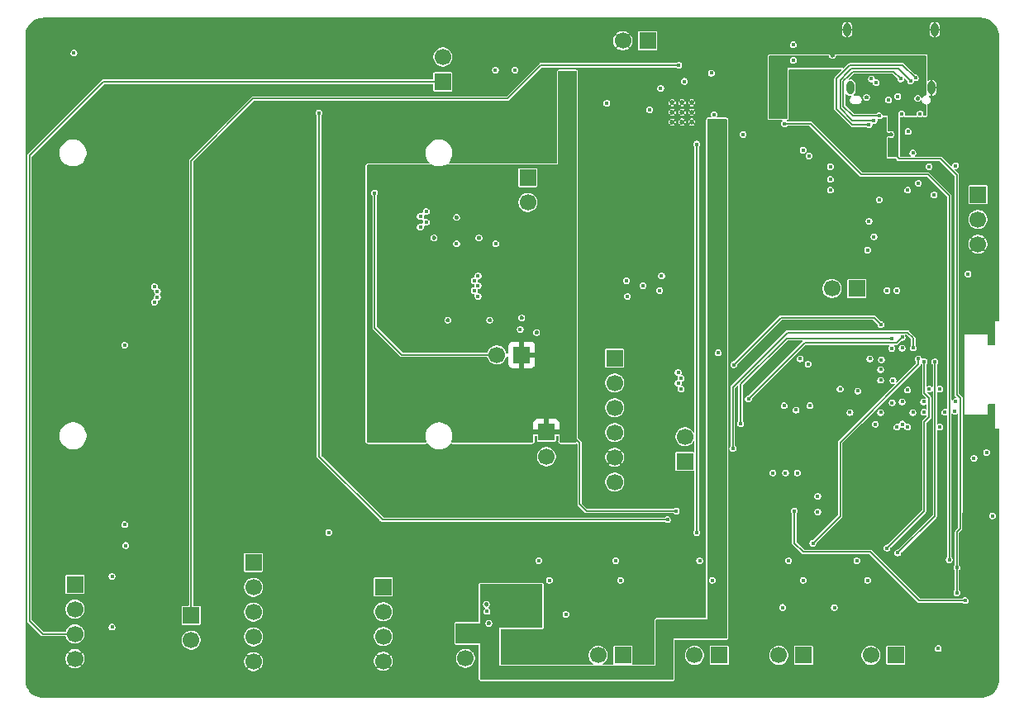
<source format=gbr>
%TF.GenerationSoftware,KiCad,Pcbnew,9.0.1+1*%
%TF.CreationDate,2025-10-16T10:45:27+00:00*%
%TF.ProjectId,ZSWatch-Watch-DevKit,5a535761-7463-4682-9d57-617463682d44,1.1.0+ (Unreleased)*%
%TF.SameCoordinates,Original*%
%TF.FileFunction,Copper,L3,Inr*%
%TF.FilePolarity,Positive*%
%FSLAX46Y46*%
G04 Gerber Fmt 4.6, Leading zero omitted, Abs format (unit mm)*
G04 Created by KiCad (PCBNEW 9.0.1+1) date 2025-10-16 10:45:27*
%MOMM*%
%LPD*%
G01*
G04 APERTURE LIST*
%TA.AperFunction,ComponentPad*%
%ADD10R,1.700000X1.700000*%
%TD*%
%TA.AperFunction,ComponentPad*%
%ADD11C,1.700000*%
%TD*%
%TA.AperFunction,ComponentPad*%
%ADD12C,0.500000*%
%TD*%
%TA.AperFunction,HeatsinkPad*%
%ADD13O,0.800000X1.400000*%
%TD*%
%TA.AperFunction,ViaPad*%
%ADD14C,0.450000*%
%TD*%
%TA.AperFunction,Conductor*%
%ADD15C,0.200000*%
%TD*%
%TA.AperFunction,Conductor*%
%ADD16C,0.170000*%
%TD*%
G04 APERTURE END LIST*
D10*
%TO.N,/Project Architecture/Power Management/VSYS*%
%TO.C,X508*%
X200900000Y-120700000D03*
D11*
%TO.N,Net-(IC505-VDD)*%
X200900000Y-118160000D03*
%TD*%
D12*
%TO.N,GND*%
%TO.C,IC401*%
X224387790Y-122830400D03*
X224387790Y-123830400D03*
X224387790Y-124830400D03*
X225387790Y-122830400D03*
X225387790Y-123830400D03*
X225387790Y-124830400D03*
X226387790Y-122830400D03*
X226387790Y-123830400D03*
X226387790Y-124830400D03*
%TD*%
D10*
%TO.N,/Project Architecture/Peripherals/VMIC*%
%TO.C,X503*%
X175100000Y-175400000D03*
D11*
%TO.N,Net-(MK501-VDD)*%
X175100000Y-177940000D03*
%TD*%
D10*
%TO.N,+3V0*%
%TO.C,X610*%
X211500000Y-156600000D03*
D11*
%TO.N,Net-(X608-LEDA1)*%
X211500000Y-159140000D03*
%TD*%
D10*
%TO.N,+1V8*%
%TO.C,X403*%
X163200000Y-172220000D03*
D11*
%TO.N,+3V0*%
X163200000Y-174760000D03*
%TO.N,/Project Architecture/Power Management/VSYS*%
X163200000Y-177300000D03*
%TO.N,GND*%
X163200000Y-179840000D03*
%TD*%
D10*
%TO.N,+1V8*%
%TO.C,X504*%
X194800000Y-172490000D03*
D11*
%TO.N,/Project Architecture/MCU/SDA*%
X194800000Y-175030000D03*
%TO.N,/Project Architecture/MCU/SCL*%
X194800000Y-177570000D03*
%TO.N,GND*%
X194800000Y-180110000D03*
%TD*%
D10*
%TO.N,+1V8*%
%TO.C,X606*%
X225700000Y-159640000D03*
D11*
%TO.N,Net-(IC603-VCC)*%
X225700000Y-157100000D03*
%TD*%
D10*
%TO.N,/Project Architecture/Peripherals/VBAT*%
%TO.C,X401*%
X221865000Y-116500000D03*
D11*
%TO.N,GND*%
X219325000Y-116500000D03*
%TD*%
D10*
%TO.N,+1V8*%
%TO.C,X501*%
X229200000Y-179500000D03*
D11*
%TO.N,Net-(IC501-VDD)*%
X226660000Y-179500000D03*
%TD*%
D10*
%TO.N,+1V8*%
%TO.C,X502*%
X181500000Y-169980000D03*
D11*
%TO.N,/Project Architecture/MCU/MCLK*%
X181500000Y-172520000D03*
%TO.N,/Project Architecture/MCU/WS*%
X181500000Y-175060000D03*
%TO.N,/Project Architecture/MCU/Data*%
X181500000Y-177600000D03*
%TO.N,GND*%
X181500000Y-180140000D03*
%TD*%
D10*
%TO.N,+1V8*%
%TO.C,X506*%
X237840000Y-179500000D03*
D11*
%TO.N,Net-(IC503-VDD)*%
X235300000Y-179500000D03*
%TD*%
D10*
%TO.N,+1V8*%
%TO.C,X607*%
X209600000Y-130525000D03*
D11*
%TO.N,Net-(X607-Pin_2)*%
X209600000Y-133065000D03*
%TD*%
D10*
%TO.N,+1V8*%
%TO.C,X505*%
X219340000Y-179500000D03*
D11*
%TO.N,Net-(IC502-VDD)*%
X216800000Y-179500000D03*
%TD*%
D10*
%TO.N,TxD*%
%TO.C,X604*%
X255700000Y-132270000D03*
D11*
%TO.N,RxD*%
X255700000Y-134810000D03*
%TO.N,GND*%
X255700000Y-137350000D03*
%TD*%
D10*
%TO.N,+1V8*%
%TO.C,X507*%
X247300000Y-179500000D03*
D11*
%TO.N,Net-(IC504-VDD)*%
X244760000Y-179500000D03*
%TD*%
D13*
%TO.N,GND*%
%TO.C,X603*%
X251290000Y-115360000D03*
X250930000Y-121310000D03*
X242670000Y-121310000D03*
X242310000Y-115360000D03*
%TD*%
D10*
%TO.N,+3V0*%
%TO.C,X609*%
X208975000Y-148700000D03*
D11*
%TO.N,Net-(X608-CTP-VDD)*%
X206435000Y-148700000D03*
%TD*%
D10*
%TO.N,/Project Architecture/Peripherals/VBAT*%
%TO.C,X510*%
X203200000Y-177260000D03*
D11*
%TO.N,Net-(IC507-V_{DD})*%
X203200000Y-179800000D03*
%TD*%
D10*
%TO.N,Net-(M601B-P0.22)*%
%TO.C,X605*%
X218500000Y-149050000D03*
D11*
%TO.N,Net-(M601B-P0.05{slash}AIN1)*%
X218500000Y-151590000D03*
%TO.N,Net-(M601B-P0.04{slash}AIN0)*%
X218500000Y-154130000D03*
%TO.N,Net-(M601C-P1.14)*%
X218500000Y-156670000D03*
%TO.N,GND*%
X218500000Y-159210000D03*
%TO.N,+1V8*%
X218500000Y-161750000D03*
%TD*%
D10*
%TO.N,+1V8*%
%TO.C,X602*%
X243300000Y-141900000D03*
D11*
%TO.N,Net-(M601A-VDDH)*%
X240760000Y-141900000D03*
%TD*%
D14*
%TO.N,GND*%
X224100000Y-119600000D03*
X202295000Y-134600000D03*
X219600000Y-173600000D03*
X225700000Y-128380000D03*
X168485000Y-175300000D03*
X165900000Y-173020000D03*
X252900000Y-171625000D03*
X168485000Y-171900000D03*
X230390620Y-122145000D03*
X170700000Y-173575000D03*
X251248404Y-124151596D03*
X232800000Y-154880000D03*
X205600000Y-176220000D03*
X242800000Y-175200000D03*
X163100000Y-163750000D03*
X236620000Y-175400000D03*
X171347500Y-140700000D03*
X252900000Y-176775000D03*
X211467520Y-174774531D03*
X243575000Y-145825000D03*
X240200000Y-173975000D03*
X248000000Y-149700000D03*
X222063600Y-122063400D03*
X244100000Y-155800000D03*
X220387200Y-126138400D03*
X254000003Y-151800000D03*
X249550000Y-122400000D03*
X243275000Y-134400000D03*
X251700000Y-171500000D03*
X246400000Y-173700000D03*
X246800000Y-126100000D03*
X207800000Y-120120000D03*
X172147500Y-144000000D03*
X210500000Y-146400000D03*
X220793600Y-120819400D03*
X231000000Y-172900000D03*
X230990620Y-122145000D03*
X162025000Y-121325000D03*
X253300000Y-161390000D03*
X244300000Y-122300000D03*
X230479410Y-126138400D03*
X209100000Y-122350000D03*
X188100000Y-163750000D03*
X205700000Y-145137500D03*
X240800000Y-118000000D03*
X221180000Y-174680000D03*
X234845000Y-173755000D03*
X226200000Y-119800000D03*
X246400000Y-174700000D03*
X219879410Y-126138400D03*
X199987500Y-136700000D03*
X221428600Y-120819400D03*
X204587500Y-136700000D03*
X208980000Y-144900000D03*
X256300000Y-146350003D03*
X216832500Y-175332500D03*
X256300000Y-155150003D03*
X205355000Y-174265000D03*
X201400000Y-145137500D03*
X252900000Y-175125000D03*
X256800000Y-178200000D03*
X237900000Y-162250000D03*
X225700000Y-174200000D03*
X233500000Y-157650000D03*
X251690000Y-175000000D03*
X187025000Y-123400000D03*
%TO.N,/Project Architecture/Peripherals/VBAT*%
X209100000Y-174400000D03*
X228400000Y-119800000D03*
X210600000Y-175800000D03*
X208300000Y-176200000D03*
X206700000Y-172600000D03*
X228677316Y-124869129D03*
%TO.N,DISPLAY-BLK*%
X208812500Y-146087500D03*
X246881356Y-148023305D03*
%TO.N,QSPI-CS*%
X248500002Y-156100000D03*
X234700000Y-160800000D03*
%TO.N,QSPI-IO1*%
X247974002Y-155800000D03*
X236000000Y-160800000D03*
%TO.N,QSPI-IO2*%
X247400000Y-156100000D03*
X237200000Y-160800000D03*
%TO.N,QSPI-IO0*%
X238500000Y-153900000D03*
X246913051Y-153593475D03*
%TO.N,QSPI-CLK*%
X249044952Y-154600003D03*
X237081000Y-154351000D03*
%TO.N,QSPI-IO3*%
X247944949Y-153499999D03*
X235860000Y-153900000D03*
%TO.N,TOUCH-INT*%
X225000000Y-151600000D03*
X245750000Y-151294951D03*
%TO.N,TOUCH-SCL*%
X225300000Y-151100000D03*
X247000000Y-151325003D03*
%TO.N,TOUCH-SDA*%
X245744949Y-150200001D03*
X225000000Y-150500000D03*
%TO.N,TOUCH-RST*%
X229100000Y-148500000D03*
X247944951Y-148000000D03*
%TO.N,DISPLAY-EN*%
X202295000Y-137300000D03*
X241600000Y-152200000D03*
X225300000Y-152200000D03*
X206300000Y-137300000D03*
%TO.N,RESETn*%
X244400000Y-137950000D03*
X253418644Y-153476695D03*
X254700000Y-140400000D03*
X257200000Y-165200000D03*
%TO.N,DISPLAY-CS*%
X204100000Y-141100000D03*
X219700000Y-141100000D03*
X243400000Y-152400000D03*
%TO.N,DISPLAY-CLK*%
X221400000Y-141600000D03*
X245200000Y-155800000D03*
X204500000Y-141600000D03*
%TO.N,+3V0*%
X224800000Y-164700000D03*
X208100000Y-139800000D03*
X236900000Y-164700000D03*
X199362500Y-139200000D03*
X254400000Y-173900000D03*
X213400000Y-119900000D03*
X193800000Y-151300000D03*
X213700000Y-122900000D03*
%TO.N,/Project Architecture/Power Management/VSYS*%
X228679410Y-124076400D03*
X225637790Y-120662210D03*
X222079410Y-123580400D03*
X231646620Y-126100000D03*
X235900000Y-125000000D03*
X252769644Y-169700000D03*
%TO.N,DISPLAY-DC*%
X219800000Y-142700000D03*
X242600000Y-154600000D03*
X204500000Y-142700000D03*
%TO.N,DISPLAY-RST*%
X223300000Y-140600000D03*
X204500000Y-140600000D03*
%TO.N,DISPLAY-DATA*%
X204100000Y-142100000D03*
X245744950Y-154600001D03*
X223100000Y-142100000D03*
%TO.N,/Project Architecture/MCU/PMIC-INT*%
X250700000Y-129400000D03*
X240600000Y-129400000D03*
%TO.N,/Project Architecture/MCU/USB-CC1*%
X236800000Y-116900000D03*
X236800000Y-118500000D03*
%TO.N,/Project Architecture/MCU/SW2*%
X226900000Y-166900000D03*
X189200000Y-166900000D03*
X226900000Y-127100000D03*
%TO.N,/Project Architecture/MCU/SDA*%
X236312500Y-169800000D03*
X251800000Y-152200000D03*
X243300000Y-169800000D03*
X227200000Y-169800000D03*
X238400000Y-128300000D03*
X218600000Y-169800000D03*
X210725000Y-169800000D03*
%TO.N,/Project Architecture/MCU/SCL*%
X244400000Y-171800000D03*
X211800000Y-171800000D03*
X237812500Y-171800000D03*
X250700000Y-152200000D03*
X228500000Y-171800000D03*
X219100000Y-171800000D03*
X237800000Y-127700000D03*
%TO.N,/Project Architecture/MCU/~{RTC-INT}*%
X205420000Y-175000000D03*
X213500000Y-175300000D03*
%TO.N,SWDCLK*%
X256600000Y-158700000D03*
X253325000Y-154475000D03*
%TO.N,SWDIO*%
X252318644Y-154576695D03*
X255300000Y-159300000D03*
%TO.N,/Project Architecture/MCU/BMI270-INT*%
X239300000Y-163200000D03*
X239300000Y-164800000D03*
%TO.N,/Project Architecture/MCU/LIS2MDL-INT*%
X248500000Y-152300000D03*
X235700000Y-174600000D03*
X241000000Y-174600000D03*
%TO.N,/Project Architecture/MCU/VIB-PWM*%
X240600000Y-130700000D03*
X249600000Y-131100000D03*
%TO.N,USB-D-*%
X247400000Y-142100000D03*
X246400000Y-142100000D03*
%TO.N,/Project Architecture/MCU/VIB-EN*%
X240600000Y-131800000D03*
X248500000Y-131800000D03*
%TO.N,TxD*%
X251226000Y-132300000D03*
%TO.N,/Project Architecture/MCU/D-*%
X247500000Y-122200000D03*
X246550000Y-122565184D03*
%TO.N,/Project Architecture/MCU/USB-VBUS-In*%
X251650000Y-178800000D03*
X248300000Y-122300000D03*
X235000000Y-123749000D03*
X253550000Y-173100000D03*
X253550000Y-170500000D03*
X245800000Y-122300000D03*
X247073544Y-128069451D03*
%TO.N,RxD*%
X253412500Y-129300000D03*
%TO.N,/Project Architecture/MCU/SW1*%
X188200000Y-123900000D03*
X223900000Y-165600000D03*
X250150000Y-153505049D03*
%TO.N,/Project Architecture/MCU/Data*%
X247500000Y-169000000D03*
X251300000Y-149400000D03*
%TO.N,/Project Architecture/MCU/SW4*%
X168300000Y-166100000D03*
X250181356Y-154576695D03*
X168300000Y-147700000D03*
X163100000Y-117750000D03*
%TO.N,/Project Architecture/MCU/SW3*%
X251800000Y-156100000D03*
X168400000Y-168250000D03*
%TO.N,/Project Architecture/MCU/MIC-CLK*%
X238300000Y-149650000D03*
X245813051Y-149193475D03*
%TO.N,/Project Architecture/MCU/WS*%
X246400000Y-168500000D03*
X250200000Y-149400000D03*
%TO.N,/Project Architecture/MCU/MIC-DATA*%
X244644950Y-149100001D03*
X167000000Y-176600000D03*
X167000000Y-171400000D03*
X237500000Y-149100000D03*
%TO.N,/Project Architecture/MCU/MCLK*%
X238800000Y-168000000D03*
X249600000Y-149100000D03*
%TO.N,Net-(IC604-B1)*%
X171347500Y-143300000D03*
X198587500Y-135600000D03*
%TO.N,Net-(IC604-B3)*%
X171647500Y-142200000D03*
X198587500Y-134500000D03*
%TO.N,Net-(IC604-B2)*%
X171647500Y-142800000D03*
X199187500Y-135100000D03*
%TO.N,Net-(IC604-B4)*%
X171347500Y-141700000D03*
X199187500Y-134000000D03*
%TO.N,Net-(M601C-P1.14)*%
X249081356Y-147976695D03*
X230600000Y-158300000D03*
%TO.N,Net-(M601B-P0.05{slash}AIN1)*%
X247944950Y-146900001D03*
X232200000Y-153220000D03*
%TO.N,Net-(M601B-P0.04{slash}AIN0)*%
X246913051Y-146993475D03*
X231400000Y-155760000D03*
%TO.N,Net-(M601B-P0.22)*%
X245774000Y-145600000D03*
X230700000Y-149700000D03*
%TO.N,Net-(X603-CC1)*%
X247893537Y-124000000D03*
X249779998Y-124000000D03*
%TO.N,Net-(X603-RX1-)*%
X245050000Y-124650000D03*
X248800000Y-120600000D03*
X245050000Y-136575000D03*
%TO.N,Net-(X603-RX1+)*%
X249300000Y-120300000D03*
X244550000Y-135000000D03*
X244550000Y-125100000D03*
%TO.N,Net-(X603-TX1+)*%
X249050000Y-128000000D03*
X244800000Y-120400000D03*
%TO.N,Net-(X603-TX1-)*%
X248550000Y-125800000D03*
X245300000Y-120800000D03*
%TO.N,Net-(X603-SBU1)*%
X245600000Y-132800000D03*
X247800000Y-120400000D03*
X245600000Y-124200000D03*
%TO.N,Net-(X608-CTP-VDD)*%
X193900000Y-132100000D03*
%TO.N,Net-(IC505-VDD)*%
X206275000Y-119500000D03*
X208280000Y-119500000D03*
%TO.N,Net-(IC401-VOUT2)*%
X223206600Y-121380400D03*
X217697000Y-122900000D03*
%TO.N,/Project Architecture/Peripherals/VMIC*%
X225060000Y-119000000D03*
%TD*%
D15*
%TO.N,+3V0*%
X237800000Y-168900000D02*
X244700000Y-168900000D01*
X236900000Y-168000000D02*
X237800000Y-168900000D01*
X254400000Y-173900000D02*
X249700000Y-173900000D01*
X214900000Y-164000000D02*
X214900000Y-157700000D01*
X215600000Y-164700000D02*
X214900000Y-164000000D01*
X214900000Y-157700000D02*
X213825000Y-156625000D01*
X249700000Y-173900000D02*
X244700000Y-168900000D01*
X224800000Y-164700000D02*
X215600000Y-164700000D01*
X213825000Y-156625000D02*
X212000000Y-156625000D01*
X236900000Y-164700000D02*
X236900000Y-168000000D01*
%TO.N,/Project Architecture/Power Management/VSYS*%
X243749000Y-130200000D02*
X238549000Y-125000000D01*
X163200000Y-177300000D02*
X159900000Y-177300000D01*
X252769644Y-132400000D02*
X250569644Y-130200000D01*
X166100000Y-120700000D02*
X200900000Y-120700000D01*
X252769644Y-169700000D02*
X252769644Y-132400000D01*
X159900000Y-177300000D02*
X158551000Y-175951000D01*
X250569644Y-130200000D02*
X243749000Y-130200000D01*
X238549000Y-125000000D02*
X235900000Y-125000000D01*
X158551000Y-175951000D02*
X158551000Y-128249000D01*
X158551000Y-128249000D02*
X166100000Y-120700000D01*
%TO.N,/Project Architecture/MCU/SW2*%
X226900000Y-127100000D02*
X226900000Y-166900000D01*
D16*
%TO.N,/Project Architecture/MCU/USB-VBUS-In*%
X253550000Y-173100000D02*
X253550000Y-170500000D01*
D15*
X253549003Y-152748502D02*
X253900000Y-153099499D01*
X253900000Y-153099499D02*
X253900000Y-164800000D01*
X247073544Y-128069451D02*
X247604093Y-128600000D01*
X253549003Y-130249003D02*
X253549003Y-152748502D01*
X247604093Y-128600000D02*
X251900000Y-128600000D01*
D16*
X253550000Y-170500000D02*
X253550000Y-166850000D01*
X253900000Y-166500000D02*
X253900000Y-164800000D01*
X253550000Y-166850000D02*
X253900000Y-166500000D01*
D15*
X251900000Y-128600000D02*
X253549003Y-130249003D01*
%TO.N,/Project Architecture/MCU/SW1*%
X223900000Y-165600000D02*
X194700000Y-165600000D01*
X194700000Y-165600000D02*
X188200000Y-159100000D01*
X188200000Y-159100000D02*
X188200000Y-123900000D01*
%TO.N,/Project Architecture/MCU/Data*%
X251300000Y-165200000D02*
X247500000Y-169000000D01*
X251300000Y-149400000D02*
X251300000Y-165200000D01*
%TO.N,/Project Architecture/MCU/WS*%
X250200000Y-164700000D02*
X246400000Y-168500000D01*
X250700000Y-155100000D02*
X250200000Y-155600000D01*
X250200000Y-152600000D02*
X250700000Y-153100000D01*
X250200000Y-149400000D02*
X250200000Y-152600000D01*
X250200000Y-155600000D02*
X250200000Y-164700000D01*
X250700000Y-153100000D02*
X250700000Y-155100000D01*
%TO.N,/Project Architecture/MCU/MCLK*%
X249600000Y-149662189D02*
X241600000Y-157662189D01*
X249600000Y-149100000D02*
X249600000Y-149662189D01*
X241600000Y-165200000D02*
X238800000Y-168000000D01*
X241600000Y-157662189D02*
X241600000Y-165200000D01*
%TO.N,Net-(M601C-P1.14)*%
X249081356Y-146981356D02*
X249081356Y-147976695D01*
X248500000Y-146400000D02*
X249081356Y-146981356D01*
X230600000Y-158300000D02*
X230600000Y-152000000D01*
X230600000Y-152000000D02*
X236200000Y-146400000D01*
X236200000Y-146400000D02*
X248500000Y-146400000D01*
%TO.N,Net-(M601B-P0.05{slash}AIN1)*%
X237955525Y-147444475D02*
X247400476Y-147444475D01*
X232200000Y-153200000D02*
X237955525Y-147444475D01*
X232200000Y-153220000D02*
X232200000Y-153200000D01*
X247400476Y-147444475D02*
X247944950Y-146900001D01*
%TO.N,Net-(M601B-P0.04{slash}AIN0)*%
X231400000Y-151700000D02*
X236106525Y-146993475D01*
X236106525Y-146993475D02*
X246913051Y-146993475D01*
X231400000Y-155760000D02*
X231400000Y-151700000D01*
%TO.N,Net-(M601B-P0.22)*%
X245074000Y-144900000D02*
X245774000Y-145600000D01*
X230700000Y-149700000D02*
X235500000Y-144900000D01*
X235500000Y-144900000D02*
X245074000Y-144900000D01*
%TO.N,Net-(X603-RX1-)*%
X244736811Y-124649000D02*
X244363189Y-124649000D01*
X241600000Y-120488966D02*
X242314966Y-119774000D01*
X244363189Y-124649000D02*
X244362189Y-124650000D01*
X247526000Y-119326000D02*
X248800000Y-120600000D01*
X244362189Y-124650000D02*
X242850000Y-124650000D01*
X244737811Y-124650000D02*
X244736811Y-124649000D01*
X242326000Y-119774000D02*
X242774000Y-119326000D01*
X242850000Y-124650000D02*
X241600000Y-123400000D01*
X242774000Y-119326000D02*
X247526000Y-119326000D01*
X241600000Y-123400000D02*
X241600000Y-120488966D01*
X242314966Y-119774000D02*
X242326000Y-119774000D01*
X245050000Y-124650000D02*
X244737811Y-124650000D01*
%TO.N,Net-(X603-RX1+)*%
X244550000Y-125100000D02*
X242838966Y-125100000D01*
X241200000Y-123461034D02*
X241200000Y-120400000D01*
X241200000Y-120400000D02*
X242600000Y-119000000D01*
X242838966Y-125100000D02*
X241200000Y-123461034D01*
X248000000Y-119000000D02*
X249300000Y-120300000D01*
X242600000Y-119000000D02*
X248000000Y-119000000D01*
%TO.N,Net-(X603-SBU1)*%
X242461034Y-120100000D02*
X242909034Y-119652000D01*
X245236811Y-124199000D02*
X244863189Y-124199000D01*
X244863189Y-124199000D02*
X244862189Y-124200000D01*
X242926000Y-124200000D02*
X241926000Y-123200000D01*
X241926000Y-120624000D02*
X242450000Y-120100000D01*
X245237811Y-124200000D02*
X245236811Y-124199000D01*
X242909034Y-119652000D02*
X247052000Y-119652000D01*
X242450000Y-120100000D02*
X242461034Y-120100000D01*
X244862189Y-124200000D02*
X242926000Y-124200000D01*
X245600000Y-124200000D02*
X245237811Y-124200000D01*
X241926000Y-123200000D02*
X241926000Y-120624000D01*
X247052000Y-119652000D02*
X247800000Y-120400000D01*
%TO.N,Net-(X608-CTP-VDD)*%
X193900000Y-145900000D02*
X193900000Y-132100000D01*
X196700000Y-148700000D02*
X193900000Y-145900000D01*
X206435000Y-148700000D02*
X196700000Y-148700000D01*
%TO.N,/Project Architecture/Peripherals/VMIC*%
X210900000Y-119000000D02*
X207471094Y-122428906D01*
X181471094Y-122428906D02*
X175100000Y-128800000D01*
X175100000Y-128800000D02*
X175100000Y-175400000D01*
X225060000Y-119000000D02*
X210900000Y-119000000D01*
X207471094Y-122428906D02*
X181471094Y-122428906D01*
%TD*%
%TA.AperFunction,Conductor*%
%TO.N,+3V0*%
G36*
X214581987Y-119618013D02*
G01*
X214600000Y-119661500D01*
X214600000Y-129200000D01*
X212700000Y-129200000D01*
X212700000Y-119661500D01*
X212718013Y-119618013D01*
X212761500Y-119600000D01*
X214538500Y-119600000D01*
X214581987Y-119618013D01*
G37*
%TD.AperFunction*%
%TD*%
%TA.AperFunction,Conductor*%
%TO.N,/Project Architecture/Peripherals/VBAT*%
G36*
X228000000Y-177800000D02*
G01*
X224500000Y-177800000D01*
X224500000Y-180600000D01*
X222700000Y-180600000D01*
X222700000Y-175924000D01*
X222719685Y-175856961D01*
X222772489Y-175811206D01*
X222824000Y-175800000D01*
X228000000Y-175800000D01*
X228000000Y-177800000D01*
G37*
%TD.AperFunction*%
%TD*%
%TA.AperFunction,Conductor*%
%TO.N,/Project Architecture/Peripherals/VBAT*%
G36*
X224500000Y-181938500D02*
G01*
X224481987Y-181981987D01*
X224438500Y-182000000D01*
X204761500Y-182000000D01*
X204718013Y-181981987D01*
X204700000Y-181938500D01*
X204700000Y-180600000D01*
X224500000Y-180600000D01*
X224500000Y-181938500D01*
G37*
%TD.AperFunction*%
%TD*%
%TA.AperFunction,Conductor*%
%TO.N,GND*%
G36*
X205636780Y-176002095D02*
G01*
X205649485Y-176005499D01*
X205677101Y-176012898D01*
X205691928Y-176019040D01*
X205728070Y-176039907D01*
X205740802Y-176049677D01*
X205770319Y-176079194D01*
X205780092Y-176091931D01*
X205800959Y-176128073D01*
X205807103Y-176142904D01*
X205817904Y-176183210D01*
X205820000Y-176199129D01*
X205820000Y-176240867D01*
X205817904Y-176256784D01*
X205817904Y-176256786D01*
X205807102Y-176297096D01*
X205800958Y-176311927D01*
X205780090Y-176348071D01*
X205770317Y-176360808D01*
X205740810Y-176390315D01*
X205728073Y-176400088D01*
X205691924Y-176420959D01*
X205677093Y-176427103D01*
X205646990Y-176435169D01*
X205636786Y-176437904D01*
X205620869Y-176440000D01*
X205579131Y-176440000D01*
X205563214Y-176437904D01*
X205550630Y-176434532D01*
X205522905Y-176427103D01*
X205508075Y-176420961D01*
X205471927Y-176400090D01*
X205459194Y-176390319D01*
X205429676Y-176360800D01*
X205419907Y-176348070D01*
X205399036Y-176311923D01*
X205392896Y-176297098D01*
X205386090Y-176271696D01*
X205382095Y-176256784D01*
X205380000Y-176240868D01*
X205380000Y-176199130D01*
X205382095Y-176183214D01*
X205392896Y-176142901D01*
X205399039Y-176128071D01*
X205419909Y-176091922D01*
X205429677Y-176079194D01*
X205459193Y-176049677D01*
X205471921Y-176039910D01*
X205508074Y-176019037D01*
X205522904Y-176012894D01*
X205541173Y-176008000D01*
X205563214Y-176002095D01*
X205579129Y-176000000D01*
X205620864Y-176000000D01*
X205636780Y-176002095D01*
G37*
%TD.AperFunction*%
%TA.AperFunction,Conductor*%
G36*
X205391780Y-174047095D02*
G01*
X205406442Y-174051023D01*
X205432101Y-174057898D01*
X205446928Y-174064040D01*
X205483070Y-174084907D01*
X205495802Y-174094677D01*
X205525319Y-174124194D01*
X205535092Y-174136931D01*
X205555959Y-174173073D01*
X205562103Y-174187904D01*
X205572476Y-174226615D01*
X205572904Y-174228210D01*
X205575000Y-174244129D01*
X205575000Y-174285867D01*
X205572904Y-174301784D01*
X205572904Y-174301786D01*
X205562102Y-174342096D01*
X205555958Y-174356927D01*
X205535090Y-174393071D01*
X205525317Y-174405808D01*
X205495811Y-174435314D01*
X205483082Y-174445083D01*
X205477489Y-174448312D01*
X205439220Y-174481865D01*
X205421185Y-174505358D01*
X205401534Y-174516697D01*
X205380428Y-174528881D01*
X205380422Y-174528879D01*
X205380416Y-174528883D01*
X205334962Y-174516697D01*
X205301434Y-174490968D01*
X205298323Y-174486311D01*
X205289876Y-174481434D01*
X205288567Y-174480560D01*
X205288251Y-174480497D01*
X205284962Y-174478598D01*
X205284963Y-174478598D01*
X205226928Y-174445091D01*
X205214194Y-174435319D01*
X205184676Y-174405800D01*
X205174907Y-174393070D01*
X205154036Y-174356923D01*
X205147896Y-174342098D01*
X205137227Y-174302277D01*
X205137095Y-174301784D01*
X205135000Y-174285868D01*
X205135000Y-174244130D01*
X205137095Y-174228214D01*
X205147896Y-174187901D01*
X205154039Y-174173071D01*
X205174909Y-174136922D01*
X205184677Y-174124194D01*
X205214193Y-174094677D01*
X205226921Y-174084910D01*
X205263074Y-174064037D01*
X205277904Y-174057894D01*
X205295714Y-174053122D01*
X205318214Y-174047095D01*
X205334129Y-174045000D01*
X205375864Y-174045000D01*
X205391780Y-174047095D01*
G37*
%TD.AperFunction*%
%TA.AperFunction,Conductor*%
G36*
X241745608Y-119448513D02*
G01*
X241763621Y-119492000D01*
X241745608Y-119535487D01*
X241073813Y-120207280D01*
X241073806Y-120207287D01*
X241072265Y-120208829D01*
X241072264Y-120208830D01*
X241008830Y-120272264D01*
X241004750Y-120282115D01*
X241000932Y-120291331D01*
X241000931Y-120291333D01*
X240974500Y-120355142D01*
X240974499Y-120355148D01*
X240974499Y-120452011D01*
X240974500Y-120452020D01*
X240974500Y-123411214D01*
X240974499Y-123411228D01*
X240974499Y-123505890D01*
X240992563Y-123549498D01*
X240992563Y-123549500D01*
X240992564Y-123549500D01*
X241008830Y-123588770D01*
X241080913Y-123660853D01*
X241080915Y-123660854D01*
X242644284Y-125224223D01*
X242644297Y-125224238D01*
X242700525Y-125280465D01*
X242711230Y-125291170D01*
X242735505Y-125301225D01*
X242794111Y-125325501D01*
X242794114Y-125325501D01*
X242890978Y-125325501D01*
X242890986Y-125325500D01*
X244254345Y-125325500D01*
X244297832Y-125343513D01*
X244334788Y-125380469D01*
X244334791Y-125380471D01*
X244334794Y-125380473D01*
X244414706Y-125426611D01*
X244414708Y-125426612D01*
X244414712Y-125426614D01*
X244414716Y-125426615D01*
X244503854Y-125450500D01*
X244503856Y-125450500D01*
X244596145Y-125450500D01*
X244635448Y-125439968D01*
X244685288Y-125426614D01*
X244765212Y-125380469D01*
X244830469Y-125315212D01*
X244876614Y-125235288D01*
X244891470Y-125179845D01*
X244900500Y-125146146D01*
X244900500Y-125052954D01*
X244918513Y-125009467D01*
X244962000Y-124991454D01*
X244977918Y-124993550D01*
X245003854Y-125000500D01*
X245003856Y-125000500D01*
X245096145Y-125000500D01*
X245135448Y-124989968D01*
X245185288Y-124976614D01*
X245265212Y-124930469D01*
X245330469Y-124865212D01*
X245376614Y-124785288D01*
X245392921Y-124724430D01*
X245400500Y-124696146D01*
X245400500Y-124603853D01*
X245399974Y-124599857D01*
X245401512Y-124599654D01*
X245406940Y-124558341D01*
X245444276Y-124529677D01*
X245476126Y-124529673D01*
X245553852Y-124550499D01*
X245553854Y-124550500D01*
X245553856Y-124550500D01*
X245646145Y-124550500D01*
X245685448Y-124539968D01*
X245735288Y-124526614D01*
X245815212Y-124480469D01*
X245880469Y-124415212D01*
X245915654Y-124354269D01*
X245952997Y-124325617D01*
X245980912Y-124324703D01*
X245985507Y-124325617D01*
X246010053Y-124330500D01*
X246010055Y-124330500D01*
X246308000Y-124330500D01*
X246351487Y-124348513D01*
X246369500Y-124392000D01*
X246369500Y-125761965D01*
X246373947Y-125795738D01*
X246373947Y-125795741D01*
X246382184Y-125826482D01*
X246382187Y-125826490D01*
X246385434Y-125836857D01*
X246428795Y-125896244D01*
X246450827Y-125913150D01*
X246459628Y-125919904D01*
X246466138Y-125924899D01*
X246466149Y-125924905D01*
X246466151Y-125924907D01*
X246483191Y-125935293D01*
X246489966Y-125939422D01*
X246562620Y-125950750D01*
X246609287Y-125944605D01*
X246645113Y-125932442D01*
X246657503Y-125928237D01*
X246690539Y-125909162D01*
X246708069Y-125899040D01*
X246722901Y-125892896D01*
X246753140Y-125884794D01*
X246763214Y-125882095D01*
X246779130Y-125880000D01*
X246820864Y-125880000D01*
X246836780Y-125882095D01*
X246846817Y-125884784D01*
X246877101Y-125892898D01*
X246891928Y-125899040D01*
X246928070Y-125919907D01*
X246940802Y-125929677D01*
X246970319Y-125959194D01*
X246980092Y-125971931D01*
X247000959Y-126008073D01*
X247007103Y-126022904D01*
X247015396Y-126053853D01*
X247017904Y-126063210D01*
X247020000Y-126079129D01*
X247020000Y-126120867D01*
X247017904Y-126136786D01*
X247007102Y-126177096D01*
X247000958Y-126191927D01*
X246980090Y-126228071D01*
X246970317Y-126240808D01*
X246940810Y-126270315D01*
X246928073Y-126280088D01*
X246891924Y-126300959D01*
X246877093Y-126307103D01*
X246846990Y-126315169D01*
X246836786Y-126317904D01*
X246820869Y-126320000D01*
X246779131Y-126320000D01*
X246763214Y-126317904D01*
X246750630Y-126314532D01*
X246722905Y-126307103D01*
X246708072Y-126300959D01*
X246671923Y-126280088D01*
X246657499Y-126271760D01*
X246626024Y-126258723D01*
X246626015Y-126258720D01*
X246595283Y-126250485D01*
X246584671Y-126248110D01*
X246584670Y-126248110D01*
X246511560Y-126255971D01*
X246511558Y-126255971D01*
X246511556Y-126255972D01*
X246511555Y-126255972D01*
X246473442Y-126271760D01*
X246468073Y-126273984D01*
X246468068Y-126273986D01*
X246468059Y-126273991D01*
X246443587Y-126287353D01*
X246443585Y-126287355D01*
X246397447Y-126344609D01*
X246379435Y-126388092D01*
X246379432Y-126388102D01*
X246369500Y-126438033D01*
X246369500Y-128376003D01*
X246379432Y-128425934D01*
X246379435Y-128425944D01*
X246383304Y-128435283D01*
X246397447Y-128469427D01*
X246397453Y-128469438D01*
X246397454Y-128469440D01*
X246403719Y-128480914D01*
X246410817Y-128493914D01*
X246468073Y-128540053D01*
X246511560Y-128558066D01*
X246561496Y-128567999D01*
X246561497Y-128568000D01*
X246561500Y-128568000D01*
X247227714Y-128568000D01*
X247271201Y-128586013D01*
X247409411Y-128724223D01*
X247409424Y-128724238D01*
X247476356Y-128791169D01*
X247476357Y-128791170D01*
X247510688Y-128805390D01*
X247559239Y-128825501D01*
X247559242Y-128825501D01*
X247656105Y-128825501D01*
X247656113Y-128825500D01*
X251781121Y-128825500D01*
X251824608Y-128843513D01*
X253305490Y-130324395D01*
X253323503Y-130367882D01*
X253323503Y-152698682D01*
X253323502Y-152698696D01*
X253323502Y-152793360D01*
X253347777Y-152851962D01*
X253357832Y-152876237D01*
X253429916Y-152948321D01*
X253429918Y-152948322D01*
X253502804Y-153021208D01*
X253520817Y-153064695D01*
X253502804Y-153108182D01*
X253459317Y-153126195D01*
X253372498Y-153126195D01*
X253283360Y-153150079D01*
X253283350Y-153150083D01*
X253203438Y-153196221D01*
X253203428Y-153196229D01*
X253138178Y-153261479D01*
X253138170Y-153261490D01*
X253109904Y-153310448D01*
X253072561Y-153339103D01*
X253025894Y-153332958D01*
X252997239Y-153295615D01*
X252995144Y-153279698D01*
X252995144Y-132452020D01*
X252995145Y-132452011D01*
X252995145Y-132355146D01*
X252995144Y-132355142D01*
X252965496Y-132283568D01*
X252965496Y-132283566D01*
X252960814Y-132272264D01*
X252893882Y-132205331D01*
X252893867Y-132205318D01*
X250769464Y-130080915D01*
X250769464Y-130080914D01*
X250697379Y-130008829D01*
X250673104Y-129998774D01*
X250614502Y-129974499D01*
X250614499Y-129974499D01*
X250524789Y-129974499D01*
X250517632Y-129974499D01*
X250517624Y-129974500D01*
X243867879Y-129974500D01*
X243824392Y-129956487D01*
X243221758Y-129353853D01*
X250349500Y-129353853D01*
X250349500Y-129446146D01*
X250373384Y-129535283D01*
X250373388Y-129535293D01*
X250419526Y-129615205D01*
X250419529Y-129615209D01*
X250419531Y-129615212D01*
X250484788Y-129680469D01*
X250484791Y-129680471D01*
X250484794Y-129680473D01*
X250564706Y-129726611D01*
X250564708Y-129726612D01*
X250564712Y-129726614D01*
X250564716Y-129726615D01*
X250653854Y-129750500D01*
X250653856Y-129750500D01*
X250746145Y-129750500D01*
X250785448Y-129739968D01*
X250835288Y-129726614D01*
X250915212Y-129680469D01*
X250980469Y-129615212D01*
X251026614Y-129535288D01*
X251035882Y-129500698D01*
X251050500Y-129446146D01*
X251050500Y-129353853D01*
X251026615Y-129264716D01*
X251026614Y-129264712D01*
X251026611Y-129264706D01*
X250980473Y-129184794D01*
X250980471Y-129184791D01*
X250980469Y-129184788D01*
X250915212Y-129119531D01*
X250915209Y-129119529D01*
X250915205Y-129119526D01*
X250835293Y-129073388D01*
X250835283Y-129073384D01*
X250746146Y-129049500D01*
X250746144Y-129049500D01*
X250653856Y-129049500D01*
X250653854Y-129049500D01*
X250564716Y-129073384D01*
X250564706Y-129073388D01*
X250484794Y-129119526D01*
X250484784Y-129119534D01*
X250419534Y-129184784D01*
X250419526Y-129184794D01*
X250373388Y-129264706D01*
X250373384Y-129264716D01*
X250349500Y-129353853D01*
X243221758Y-129353853D01*
X238748820Y-124880915D01*
X238748820Y-124880914D01*
X238676736Y-124808830D01*
X238635856Y-124791897D01*
X238593855Y-124774499D01*
X238504145Y-124774499D01*
X238496988Y-124774499D01*
X238496980Y-124774500D01*
X236195655Y-124774500D01*
X236152168Y-124756487D01*
X236126174Y-124730493D01*
X236108161Y-124687006D01*
X236126174Y-124643519D01*
X236157664Y-124626688D01*
X236188433Y-124620568D01*
X236188436Y-124620566D01*
X236188440Y-124620566D01*
X236231927Y-124602553D01*
X236256414Y-124589183D01*
X236302553Y-124531927D01*
X236320566Y-124488440D01*
X236330499Y-124438503D01*
X236330500Y-124438503D01*
X236330500Y-119492000D01*
X236348513Y-119448513D01*
X236392000Y-119430500D01*
X241702121Y-119430500D01*
X241745608Y-119448513D01*
G37*
%TD.AperFunction*%
%TA.AperFunction,Conductor*%
G36*
X249586780Y-122182095D02*
G01*
X249599090Y-122185393D01*
X249627101Y-122192898D01*
X249641928Y-122199040D01*
X249678070Y-122219907D01*
X249690802Y-122229677D01*
X249720320Y-122259195D01*
X249730091Y-122271928D01*
X249750960Y-122308074D01*
X249757103Y-122322904D01*
X249758727Y-122328966D01*
X249767187Y-122360536D01*
X249767190Y-122360542D01*
X249791042Y-122408911D01*
X249790156Y-122409347D01*
X249792474Y-122423374D01*
X249798878Y-122439722D01*
X249796088Y-122445243D01*
X249797286Y-122452488D01*
X249780028Y-122482852D01*
X249777549Y-122485236D01*
X249757338Y-122500745D01*
X249735646Y-122525480D01*
X249733845Y-122527280D01*
X249733793Y-122527331D01*
X249690810Y-122570315D01*
X249678073Y-122580088D01*
X249641924Y-122600959D01*
X249627093Y-122607103D01*
X249596990Y-122615169D01*
X249586786Y-122617904D01*
X249570869Y-122620000D01*
X249529131Y-122620000D01*
X249513214Y-122617904D01*
X249472908Y-122607104D01*
X249458074Y-122600960D01*
X249421931Y-122580092D01*
X249409196Y-122570320D01*
X249379677Y-122540802D01*
X249369907Y-122528070D01*
X249349037Y-122491922D01*
X249342896Y-122477096D01*
X249332095Y-122436783D01*
X249330000Y-122420867D01*
X249330000Y-122379130D01*
X249332095Y-122363214D01*
X249342896Y-122322901D01*
X249349039Y-122308071D01*
X249369909Y-122271922D01*
X249379675Y-122259195D01*
X249409193Y-122229677D01*
X249421921Y-122219910D01*
X249458074Y-122199037D01*
X249472904Y-122192894D01*
X249490714Y-122188122D01*
X249513214Y-122182095D01*
X249529129Y-122180000D01*
X249570864Y-122180000D01*
X249586780Y-122182095D01*
G37*
%TD.AperFunction*%
%TA.AperFunction,Conductor*%
G36*
X244336780Y-122082095D02*
G01*
X244351442Y-122086023D01*
X244377101Y-122092898D01*
X244391928Y-122099040D01*
X244428070Y-122119907D01*
X244440802Y-122129677D01*
X244470320Y-122159195D01*
X244480093Y-122171931D01*
X244500958Y-122208069D01*
X244507102Y-122222901D01*
X244517904Y-122263210D01*
X244520000Y-122279129D01*
X244520000Y-122320867D01*
X244517904Y-122336786D01*
X244507102Y-122377096D01*
X244500958Y-122391927D01*
X244480090Y-122428071D01*
X244470317Y-122440808D01*
X244440810Y-122470315D01*
X244428073Y-122480088D01*
X244391924Y-122500959D01*
X244377093Y-122507103D01*
X244346990Y-122515169D01*
X244336786Y-122517904D01*
X244320869Y-122520000D01*
X244279131Y-122520000D01*
X244263214Y-122517904D01*
X244222908Y-122507104D01*
X244208074Y-122500960D01*
X244171931Y-122480092D01*
X244159196Y-122470320D01*
X244129677Y-122440802D01*
X244119907Y-122428070D01*
X244099037Y-122391922D01*
X244092896Y-122377096D01*
X244082095Y-122336783D01*
X244080000Y-122320867D01*
X244080000Y-122279130D01*
X244082095Y-122263214D01*
X244088921Y-122237736D01*
X244092896Y-122222899D01*
X244099039Y-122208071D01*
X244119909Y-122171922D01*
X244129675Y-122159195D01*
X244159193Y-122129677D01*
X244171921Y-122119910D01*
X244208074Y-122099037D01*
X244222904Y-122092894D01*
X244240714Y-122088122D01*
X244263214Y-122082095D01*
X244279129Y-122080000D01*
X244320864Y-122080000D01*
X244336780Y-122082095D01*
G37*
%TD.AperFunction*%
%TA.AperFunction,Conductor*%
G36*
X210536782Y-146182094D02*
G01*
X210577098Y-146192896D01*
X210591922Y-146199037D01*
X210623314Y-146217161D01*
X210628067Y-146219906D01*
X210640802Y-146229678D01*
X210670319Y-146259194D01*
X210680094Y-146271932D01*
X210700960Y-146308073D01*
X210707103Y-146322905D01*
X210717904Y-146363212D01*
X210720000Y-146379130D01*
X210720000Y-146420868D01*
X210717904Y-146436787D01*
X210707103Y-146477093D01*
X210700959Y-146491924D01*
X210680088Y-146528073D01*
X210670315Y-146540810D01*
X210640810Y-146570315D01*
X210628073Y-146580088D01*
X210591924Y-146600959D01*
X210577093Y-146607103D01*
X210546127Y-146615400D01*
X210536785Y-146617904D01*
X210520868Y-146620000D01*
X210479138Y-146620000D01*
X210463220Y-146617904D01*
X210422896Y-146607099D01*
X210408064Y-146600955D01*
X210371934Y-146580095D01*
X210359196Y-146570321D01*
X210329676Y-146540800D01*
X210319904Y-146528065D01*
X210299042Y-146491933D01*
X210292897Y-146477098D01*
X210282095Y-146436780D01*
X210280000Y-146420864D01*
X210280000Y-146379129D01*
X210282093Y-146363220D01*
X210292899Y-146322893D01*
X210299038Y-146308073D01*
X210319910Y-146271921D01*
X210329677Y-146259193D01*
X210359193Y-146229677D01*
X210371921Y-146219910D01*
X210408071Y-146199038D01*
X210422896Y-146192898D01*
X210441594Y-146187888D01*
X210463219Y-146182095D01*
X210479134Y-146180000D01*
X210520871Y-146180000D01*
X210536782Y-146182094D01*
G37*
%TD.AperFunction*%
%TA.AperFunction,Conductor*%
G36*
X201436782Y-144919594D02*
G01*
X201477098Y-144930396D01*
X201491922Y-144936537D01*
X201492355Y-144936787D01*
X201528067Y-144957406D01*
X201540802Y-144967178D01*
X201570319Y-144996694D01*
X201580094Y-145009432D01*
X201600960Y-145045573D01*
X201607102Y-145060404D01*
X201617903Y-145100711D01*
X201617904Y-145100712D01*
X201620000Y-145116630D01*
X201620000Y-145158368D01*
X201617904Y-145174285D01*
X201617904Y-145174287D01*
X201607103Y-145214593D01*
X201600959Y-145229424D01*
X201580088Y-145265573D01*
X201570315Y-145278310D01*
X201540810Y-145307815D01*
X201528073Y-145317588D01*
X201491924Y-145338459D01*
X201477093Y-145344603D01*
X201446127Y-145352900D01*
X201436785Y-145355404D01*
X201420868Y-145357500D01*
X201379138Y-145357500D01*
X201363220Y-145355404D01*
X201322896Y-145344599D01*
X201308064Y-145338455D01*
X201271934Y-145317595D01*
X201259197Y-145307822D01*
X201229677Y-145278302D01*
X201219904Y-145265565D01*
X201199041Y-145229430D01*
X201192900Y-145214607D01*
X201182094Y-145174278D01*
X201180000Y-145158368D01*
X201180000Y-145116629D01*
X201182093Y-145100720D01*
X201192899Y-145060393D01*
X201199038Y-145045573D01*
X201219910Y-145009421D01*
X201229679Y-144996692D01*
X201259193Y-144967177D01*
X201271921Y-144957410D01*
X201308071Y-144936538D01*
X201322896Y-144930398D01*
X201341594Y-144925388D01*
X201363219Y-144919595D01*
X201379134Y-144917500D01*
X201420871Y-144917500D01*
X201436782Y-144919594D01*
G37*
%TD.AperFunction*%
%TA.AperFunction,Conductor*%
G36*
X205736781Y-144919594D02*
G01*
X205777099Y-144930397D01*
X205791919Y-144936535D01*
X205828068Y-144957406D01*
X205840799Y-144967175D01*
X205870317Y-144996692D01*
X205880091Y-145009430D01*
X205900959Y-145045574D01*
X205907103Y-145060405D01*
X205917904Y-145100711D01*
X205920000Y-145116630D01*
X205920000Y-145158368D01*
X205917904Y-145174287D01*
X205907103Y-145214593D01*
X205900959Y-145229424D01*
X205880088Y-145265573D01*
X205870315Y-145278310D01*
X205840810Y-145307815D01*
X205828073Y-145317588D01*
X205791924Y-145338459D01*
X205777093Y-145344603D01*
X205746127Y-145352900D01*
X205736785Y-145355404D01*
X205720868Y-145357500D01*
X205679138Y-145357500D01*
X205663220Y-145355404D01*
X205622896Y-145344599D01*
X205608064Y-145338455D01*
X205571934Y-145317595D01*
X205559197Y-145307822D01*
X205529677Y-145278302D01*
X205519904Y-145265565D01*
X205499041Y-145229430D01*
X205492900Y-145214607D01*
X205482094Y-145174278D01*
X205480000Y-145158368D01*
X205480000Y-145116629D01*
X205482093Y-145100720D01*
X205492899Y-145060393D01*
X205499038Y-145045573D01*
X205519910Y-145009421D01*
X205529679Y-144996692D01*
X205559193Y-144967177D01*
X205571921Y-144957410D01*
X205608071Y-144936538D01*
X205622896Y-144930398D01*
X205641594Y-144925388D01*
X205663219Y-144919595D01*
X205679134Y-144917500D01*
X205720871Y-144917500D01*
X205736781Y-144919594D01*
G37*
%TD.AperFunction*%
%TA.AperFunction,Conductor*%
G36*
X209016782Y-144682094D02*
G01*
X209057098Y-144692896D01*
X209071922Y-144699037D01*
X209103314Y-144717161D01*
X209108067Y-144719906D01*
X209120802Y-144729678D01*
X209150319Y-144759194D01*
X209160094Y-144771932D01*
X209180960Y-144808073D01*
X209187103Y-144822905D01*
X209197904Y-144863212D01*
X209200000Y-144879130D01*
X209200000Y-144920868D01*
X209197904Y-144936787D01*
X209187103Y-144977093D01*
X209180959Y-144991924D01*
X209160088Y-145028073D01*
X209150315Y-145040810D01*
X209120810Y-145070315D01*
X209108073Y-145080088D01*
X209071924Y-145100959D01*
X209057093Y-145107103D01*
X209026127Y-145115400D01*
X209016785Y-145117904D01*
X209000868Y-145120000D01*
X208959138Y-145120000D01*
X208943220Y-145117904D01*
X208902896Y-145107099D01*
X208888064Y-145100955D01*
X208851934Y-145080095D01*
X208839196Y-145070321D01*
X208809678Y-145040802D01*
X208799906Y-145028067D01*
X208797883Y-145024563D01*
X208779039Y-144991926D01*
X208772896Y-144977095D01*
X208772895Y-144977093D01*
X208767620Y-144957402D01*
X208762095Y-144936781D01*
X208760000Y-144920865D01*
X208760000Y-144879129D01*
X208762093Y-144863220D01*
X208772899Y-144822893D01*
X208779038Y-144808073D01*
X208799910Y-144771921D01*
X208809677Y-144759193D01*
X208839193Y-144729677D01*
X208851921Y-144719910D01*
X208888071Y-144699038D01*
X208902896Y-144692898D01*
X208921594Y-144687888D01*
X208943219Y-144682095D01*
X208959134Y-144680000D01*
X209000871Y-144680000D01*
X209016782Y-144682094D01*
G37*
%TD.AperFunction*%
%TA.AperFunction,Conductor*%
G36*
X200024282Y-136482094D02*
G01*
X200064598Y-136492896D01*
X200079422Y-136499037D01*
X200110814Y-136517161D01*
X200115567Y-136519906D01*
X200128302Y-136529678D01*
X200157819Y-136559194D01*
X200167593Y-136571931D01*
X200179566Y-136592669D01*
X200188460Y-136608073D01*
X200194603Y-136622905D01*
X200205404Y-136663212D01*
X200207500Y-136679130D01*
X200207500Y-136720868D01*
X200205404Y-136736787D01*
X200194603Y-136777093D01*
X200188459Y-136791924D01*
X200167588Y-136828073D01*
X200157815Y-136840810D01*
X200128310Y-136870315D01*
X200115573Y-136880088D01*
X200079424Y-136900959D01*
X200064593Y-136907103D01*
X200033627Y-136915400D01*
X200024285Y-136917904D01*
X200008368Y-136920000D01*
X199966638Y-136920000D01*
X199950720Y-136917904D01*
X199910396Y-136907099D01*
X199895564Y-136900955D01*
X199859434Y-136880095D01*
X199846696Y-136870321D01*
X199817176Y-136840800D01*
X199807404Y-136828065D01*
X199786542Y-136791933D01*
X199780397Y-136777098D01*
X199769595Y-136736780D01*
X199767500Y-136720864D01*
X199767500Y-136679129D01*
X199769593Y-136663220D01*
X199780399Y-136622893D01*
X199786538Y-136608073D01*
X199807410Y-136571921D01*
X199817177Y-136559193D01*
X199846693Y-136529677D01*
X199859421Y-136519910D01*
X199895571Y-136499038D01*
X199910396Y-136492898D01*
X199929094Y-136487888D01*
X199950719Y-136482095D01*
X199966634Y-136480000D01*
X200008371Y-136480000D01*
X200024282Y-136482094D01*
G37*
%TD.AperFunction*%
%TA.AperFunction,Conductor*%
G36*
X204624282Y-136482094D02*
G01*
X204664598Y-136492896D01*
X204679422Y-136499037D01*
X204710814Y-136517161D01*
X204715567Y-136519906D01*
X204728302Y-136529678D01*
X204757819Y-136559194D01*
X204767593Y-136571931D01*
X204779566Y-136592669D01*
X204788460Y-136608073D01*
X204794603Y-136622905D01*
X204805404Y-136663212D01*
X204807500Y-136679130D01*
X204807500Y-136720868D01*
X204805404Y-136736787D01*
X204794603Y-136777093D01*
X204788459Y-136791924D01*
X204767588Y-136828073D01*
X204757815Y-136840810D01*
X204728310Y-136870315D01*
X204715573Y-136880088D01*
X204679424Y-136900959D01*
X204664593Y-136907103D01*
X204633627Y-136915400D01*
X204624285Y-136917904D01*
X204608368Y-136920000D01*
X204566638Y-136920000D01*
X204550720Y-136917904D01*
X204510396Y-136907099D01*
X204495564Y-136900955D01*
X204459434Y-136880095D01*
X204446696Y-136870321D01*
X204417176Y-136840800D01*
X204407404Y-136828065D01*
X204386542Y-136791933D01*
X204380397Y-136777098D01*
X204369595Y-136736780D01*
X204367500Y-136720864D01*
X204367500Y-136679129D01*
X204369593Y-136663220D01*
X204380399Y-136622893D01*
X204386538Y-136608073D01*
X204407410Y-136571921D01*
X204417177Y-136559193D01*
X204446693Y-136529677D01*
X204459421Y-136519910D01*
X204495571Y-136499038D01*
X204510396Y-136492898D01*
X204529094Y-136487888D01*
X204550719Y-136482095D01*
X204566634Y-136480000D01*
X204608371Y-136480000D01*
X204624282Y-136482094D01*
G37*
%TD.AperFunction*%
%TA.AperFunction,Conductor*%
G36*
X202331782Y-134382094D02*
G01*
X202372098Y-134392896D01*
X202386922Y-134399037D01*
X202418314Y-134417161D01*
X202423067Y-134419906D01*
X202435802Y-134429678D01*
X202465319Y-134459194D01*
X202475094Y-134471932D01*
X202495960Y-134508073D01*
X202502103Y-134522905D01*
X202512904Y-134563212D01*
X202515000Y-134579130D01*
X202515000Y-134620868D01*
X202512904Y-134636787D01*
X202502103Y-134677093D01*
X202495959Y-134691924D01*
X202475088Y-134728073D01*
X202465315Y-134740810D01*
X202435810Y-134770315D01*
X202423073Y-134780088D01*
X202386924Y-134800959D01*
X202372093Y-134807103D01*
X202341127Y-134815400D01*
X202331785Y-134817904D01*
X202315868Y-134820000D01*
X202274138Y-134820000D01*
X202258220Y-134817904D01*
X202217896Y-134807099D01*
X202203064Y-134800955D01*
X202166934Y-134780095D01*
X202154196Y-134770321D01*
X202124676Y-134740800D01*
X202114904Y-134728065D01*
X202109978Y-134719534D01*
X202094039Y-134691928D01*
X202087895Y-134677094D01*
X202077095Y-134636784D01*
X202075000Y-134620868D01*
X202075000Y-134579129D01*
X202077093Y-134563220D01*
X202087899Y-134522893D01*
X202094038Y-134508073D01*
X202114910Y-134471921D01*
X202124677Y-134459193D01*
X202154193Y-134429677D01*
X202166921Y-134419910D01*
X202203071Y-134399038D01*
X202217896Y-134392898D01*
X202236594Y-134387888D01*
X202258219Y-134382095D01*
X202274134Y-134380000D01*
X202315871Y-134380000D01*
X202331782Y-134382094D01*
G37*
%TD.AperFunction*%
%TA.AperFunction,Conductor*%
G36*
X256002013Y-114125631D02*
G01*
X256240652Y-114141273D01*
X256248619Y-114142322D01*
X256481201Y-114188585D01*
X256488970Y-114190666D01*
X256713523Y-114266892D01*
X256720949Y-114269967D01*
X256933647Y-114374858D01*
X256940596Y-114378871D01*
X257137771Y-114510619D01*
X257144153Y-114515516D01*
X257322441Y-114671870D01*
X257328129Y-114677558D01*
X257484483Y-114855846D01*
X257489380Y-114862228D01*
X257588300Y-115010272D01*
X257621123Y-115059394D01*
X257625146Y-115066361D01*
X257730030Y-115279047D01*
X257733108Y-115286479D01*
X257809332Y-115511028D01*
X257811414Y-115518799D01*
X257857676Y-115751375D01*
X257858726Y-115759350D01*
X257874368Y-115997985D01*
X257874500Y-116002008D01*
X257874500Y-145188505D01*
X257856487Y-145231992D01*
X257813000Y-145250005D01*
X257499998Y-145250005D01*
X257499998Y-147688505D01*
X257481985Y-147731992D01*
X257438498Y-147750005D01*
X256761498Y-147750005D01*
X256718011Y-147731992D01*
X256699998Y-147688505D01*
X256699998Y-146650005D01*
X254299998Y-146650005D01*
X254299998Y-154850005D01*
X256699998Y-154850005D01*
X256699998Y-153811505D01*
X256718011Y-153768018D01*
X256761498Y-153750005D01*
X257438498Y-153750005D01*
X257481985Y-153768018D01*
X257499998Y-153811505D01*
X257499998Y-156250005D01*
X257813000Y-156250005D01*
X257856487Y-156268018D01*
X257874500Y-156311505D01*
X257874500Y-181997991D01*
X257874368Y-182002014D01*
X257858726Y-182240649D01*
X257857676Y-182248624D01*
X257811414Y-182481200D01*
X257809332Y-182488971D01*
X257733108Y-182713520D01*
X257730030Y-182720952D01*
X257625146Y-182933638D01*
X257621123Y-182940605D01*
X257489380Y-183137771D01*
X257484483Y-183144153D01*
X257328129Y-183322441D01*
X257322441Y-183328129D01*
X257144153Y-183484483D01*
X257137771Y-183489380D01*
X256940605Y-183621123D01*
X256933638Y-183625146D01*
X256720952Y-183730030D01*
X256713520Y-183733108D01*
X256488971Y-183809332D01*
X256481200Y-183811414D01*
X256248624Y-183857676D01*
X256240649Y-183858726D01*
X256027210Y-183872716D01*
X256002012Y-183874368D01*
X255997992Y-183874500D01*
X160002008Y-183874500D01*
X159997987Y-183874368D01*
X159970170Y-183872544D01*
X159759350Y-183858726D01*
X159751375Y-183857676D01*
X159518799Y-183811414D01*
X159511028Y-183809332D01*
X159286479Y-183733108D01*
X159279047Y-183730030D01*
X159169990Y-183676249D01*
X159066357Y-183625144D01*
X159059398Y-183621125D01*
X158862228Y-183489380D01*
X158855846Y-183484483D01*
X158677558Y-183328129D01*
X158671870Y-183322441D01*
X158515516Y-183144153D01*
X158510619Y-183137771D01*
X158378871Y-182940596D01*
X158374858Y-182933647D01*
X158269967Y-182720949D01*
X158266891Y-182713520D01*
X158190667Y-182488971D01*
X158188585Y-182481200D01*
X158142323Y-182248624D01*
X158141273Y-182240648D01*
X158134053Y-182130499D01*
X158125632Y-182002013D01*
X158125500Y-181997991D01*
X158125500Y-179743967D01*
X162225000Y-179743967D01*
X162225000Y-179936032D01*
X162262466Y-180124391D01*
X162262471Y-180124407D01*
X162335963Y-180301829D01*
X162335971Y-180301845D01*
X162442662Y-180461520D01*
X162442667Y-180461526D01*
X162466376Y-180485235D01*
X162802252Y-180149358D01*
X162890640Y-180237746D01*
X162554764Y-180573623D01*
X162578473Y-180597332D01*
X162578479Y-180597337D01*
X162738154Y-180704028D01*
X162738170Y-180704036D01*
X162915592Y-180777528D01*
X162915608Y-180777533D01*
X163103967Y-180814999D01*
X163103968Y-180815000D01*
X163296032Y-180815000D01*
X163296032Y-180814999D01*
X163432622Y-180787831D01*
X163484391Y-180777533D01*
X163484407Y-180777528D01*
X163661829Y-180704036D01*
X163661845Y-180704028D01*
X163821520Y-180597337D01*
X163821525Y-180597333D01*
X163845234Y-180573622D01*
X163509359Y-180237747D01*
X163597747Y-180149359D01*
X163933622Y-180485234D01*
X163957333Y-180461525D01*
X163957337Y-180461520D01*
X164064028Y-180301845D01*
X164064036Y-180301829D01*
X164137528Y-180124407D01*
X164137533Y-180124391D01*
X164153530Y-180043967D01*
X180525000Y-180043967D01*
X180525000Y-180236032D01*
X180562466Y-180424391D01*
X180562471Y-180424407D01*
X180635963Y-180601829D01*
X180635971Y-180601845D01*
X180742662Y-180761520D01*
X180742667Y-180761526D01*
X180766376Y-180785235D01*
X181102252Y-180449358D01*
X181190640Y-180537746D01*
X180854764Y-180873623D01*
X180878473Y-180897332D01*
X180878479Y-180897337D01*
X181038154Y-181004028D01*
X181038170Y-181004036D01*
X181215592Y-181077528D01*
X181215608Y-181077533D01*
X181403967Y-181114999D01*
X181403968Y-181115000D01*
X181596032Y-181115000D01*
X181596032Y-181114999D01*
X181784391Y-181077533D01*
X181784407Y-181077528D01*
X181961829Y-181004036D01*
X181961845Y-181004028D01*
X182121520Y-180897337D01*
X182121525Y-180897333D01*
X182145234Y-180873622D01*
X181809359Y-180537747D01*
X181897747Y-180449359D01*
X182233622Y-180785234D01*
X182244197Y-180774661D01*
X182257333Y-180761525D01*
X182257337Y-180761520D01*
X182364028Y-180601845D01*
X182364036Y-180601829D01*
X182437528Y-180424407D01*
X182437533Y-180424391D01*
X182474999Y-180236032D01*
X182475000Y-180236032D01*
X182475000Y-180043968D01*
X182474999Y-180043967D01*
X182470819Y-180022948D01*
X182469033Y-180013967D01*
X193825000Y-180013967D01*
X193825000Y-180206032D01*
X193862466Y-180394391D01*
X193862471Y-180394407D01*
X193935963Y-180571829D01*
X193935971Y-180571845D01*
X194042662Y-180731520D01*
X194042667Y-180731526D01*
X194066376Y-180755235D01*
X194402252Y-180419358D01*
X194490640Y-180507746D01*
X194154764Y-180843623D01*
X194178473Y-180867332D01*
X194178479Y-180867337D01*
X194338154Y-180974028D01*
X194338170Y-180974036D01*
X194515592Y-181047528D01*
X194515608Y-181047533D01*
X194703967Y-181084999D01*
X194703968Y-181085000D01*
X194896032Y-181085000D01*
X194896032Y-181084999D01*
X195084391Y-181047533D01*
X195084407Y-181047528D01*
X195261829Y-180974036D01*
X195261845Y-180974028D01*
X195421520Y-180867337D01*
X195421525Y-180867333D01*
X195445234Y-180843622D01*
X195109359Y-180507747D01*
X195197747Y-180419359D01*
X195533622Y-180755234D01*
X195557333Y-180731525D01*
X195557337Y-180731520D01*
X195664028Y-180571845D01*
X195664036Y-180571829D01*
X195737528Y-180394407D01*
X195737533Y-180394391D01*
X195774999Y-180206032D01*
X195775000Y-180206032D01*
X195775000Y-180013968D01*
X195774999Y-180013967D01*
X195737533Y-179825608D01*
X195737529Y-179825596D01*
X195695627Y-179724437D01*
X195695626Y-179724436D01*
X195687127Y-179703918D01*
X202224500Y-179703918D01*
X202224500Y-179896081D01*
X202261986Y-180084537D01*
X202261988Y-180084544D01*
X202278500Y-180124407D01*
X202335523Y-180262073D01*
X202335525Y-180262076D01*
X202335526Y-180262078D01*
X202442277Y-180421842D01*
X202578157Y-180557722D01*
X202701295Y-180640000D01*
X202737927Y-180664477D01*
X202915457Y-180738012D01*
X203103918Y-180775499D01*
X203103919Y-180775500D01*
X203103922Y-180775500D01*
X203296081Y-180775500D01*
X203296081Y-180775499D01*
X203484543Y-180738012D01*
X203662073Y-180664477D01*
X203821845Y-180557720D01*
X203957720Y-180421845D01*
X204064477Y-180262073D01*
X204138012Y-180084543D01*
X204175499Y-179896081D01*
X204175500Y-179896081D01*
X204175500Y-179703919D01*
X204175499Y-179703918D01*
X204170377Y-179678170D01*
X204138012Y-179515457D01*
X204064477Y-179337927D01*
X204003032Y-179245968D01*
X203957722Y-179178157D01*
X203821842Y-179042277D01*
X203662078Y-178935526D01*
X203662076Y-178935525D01*
X203662073Y-178935523D01*
X203523226Y-178878011D01*
X203484544Y-178861988D01*
X203484537Y-178861986D01*
X203296081Y-178824500D01*
X203296078Y-178824500D01*
X203103922Y-178824500D01*
X203103919Y-178824500D01*
X202915462Y-178861986D01*
X202915455Y-178861988D01*
X202817734Y-178902466D01*
X202737927Y-178935523D01*
X202737924Y-178935524D01*
X202737921Y-178935526D01*
X202578157Y-179042277D01*
X202442277Y-179178157D01*
X202335526Y-179337921D01*
X202335524Y-179337924D01*
X202335523Y-179337927D01*
X202308189Y-179403918D01*
X202261988Y-179515455D01*
X202261986Y-179515462D01*
X202224500Y-179703918D01*
X195687127Y-179703918D01*
X195664032Y-179648161D01*
X195664028Y-179648154D01*
X195557337Y-179488479D01*
X195557332Y-179488473D01*
X195533623Y-179464764D01*
X195197746Y-179800640D01*
X195109358Y-179712252D01*
X195445235Y-179376376D01*
X195421526Y-179352667D01*
X195421520Y-179352662D01*
X195261845Y-179245971D01*
X195261829Y-179245963D01*
X195084407Y-179172471D01*
X195084391Y-179172466D01*
X194896032Y-179135000D01*
X194703968Y-179135000D01*
X194515608Y-179172466D01*
X194515592Y-179172471D01*
X194338170Y-179245963D01*
X194338160Y-179245968D01*
X194178473Y-179352667D01*
X194178470Y-179352669D01*
X194154764Y-179376375D01*
X194154764Y-179376376D01*
X194490641Y-179712253D01*
X194402253Y-179800641D01*
X194066376Y-179464764D01*
X194042669Y-179488470D01*
X194042667Y-179488473D01*
X193935968Y-179648160D01*
X193935963Y-179648170D01*
X193862471Y-179825592D01*
X193862466Y-179825608D01*
X193825000Y-180013967D01*
X182469033Y-180013967D01*
X182437533Y-179855608D01*
X182437528Y-179855592D01*
X182364036Y-179678170D01*
X182364028Y-179678154D01*
X182257337Y-179518479D01*
X182257332Y-179518473D01*
X182233623Y-179494764D01*
X181897746Y-179830640D01*
X181809358Y-179742252D01*
X182145235Y-179406376D01*
X182121526Y-179382667D01*
X182121520Y-179382662D01*
X181961845Y-179275971D01*
X181961829Y-179275963D01*
X181784407Y-179202471D01*
X181784391Y-179202466D01*
X181596032Y-179165000D01*
X181403968Y-179165000D01*
X181215608Y-179202466D01*
X181215592Y-179202471D01*
X181038170Y-179275963D01*
X181038160Y-179275968D01*
X180878473Y-179382667D01*
X180878470Y-179382669D01*
X180854764Y-179406375D01*
X180854764Y-179406376D01*
X181190641Y-179742253D01*
X181102253Y-179830641D01*
X180766376Y-179494764D01*
X180742669Y-179518470D01*
X180742667Y-179518473D01*
X180635968Y-179678160D01*
X180635963Y-179678170D01*
X180562471Y-179855592D01*
X180562466Y-179855608D01*
X180525000Y-180043967D01*
X164153530Y-180043967D01*
X164156517Y-180028952D01*
X164174999Y-179936032D01*
X164175000Y-179936032D01*
X164175000Y-179743968D01*
X164174999Y-179743967D01*
X164137533Y-179555608D01*
X164137529Y-179555596D01*
X164074916Y-179404437D01*
X164074915Y-179404436D01*
X164064032Y-179378161D01*
X164064028Y-179378154D01*
X163957337Y-179218479D01*
X163957332Y-179218473D01*
X163933623Y-179194764D01*
X163597746Y-179530640D01*
X163509358Y-179442252D01*
X163845235Y-179106376D01*
X163821526Y-179082667D01*
X163821520Y-179082662D01*
X163661845Y-178975971D01*
X163661829Y-178975963D01*
X163484407Y-178902471D01*
X163484391Y-178902466D01*
X163296032Y-178865000D01*
X163103968Y-178865000D01*
X162915608Y-178902466D01*
X162915592Y-178902471D01*
X162738170Y-178975963D01*
X162738160Y-178975968D01*
X162578473Y-179082667D01*
X162578470Y-179082669D01*
X162554764Y-179106375D01*
X162554764Y-179106376D01*
X162890641Y-179442253D01*
X162802253Y-179530641D01*
X162466376Y-179194764D01*
X162442669Y-179218470D01*
X162442667Y-179218473D01*
X162335968Y-179378160D01*
X162335963Y-179378170D01*
X162262471Y-179555592D01*
X162262466Y-179555608D01*
X162225000Y-179743967D01*
X158125500Y-179743967D01*
X158125500Y-128204148D01*
X158325499Y-128204148D01*
X158325499Y-128301011D01*
X158325500Y-128301020D01*
X158325500Y-175901180D01*
X158325499Y-175901194D01*
X158325499Y-175995856D01*
X158337778Y-176025498D01*
X158337778Y-176025500D01*
X158337779Y-176025500D01*
X158359830Y-176078736D01*
X158431913Y-176150819D01*
X158431915Y-176150820D01*
X159705318Y-177424223D01*
X159705331Y-177424238D01*
X159755012Y-177473918D01*
X159772264Y-177491170D01*
X159796539Y-177501225D01*
X159855145Y-177525501D01*
X159855148Y-177525501D01*
X159952012Y-177525501D01*
X159952020Y-177525500D01*
X162199772Y-177525500D01*
X162243259Y-177543513D01*
X162260090Y-177575003D01*
X162261986Y-177584535D01*
X162261988Y-177584543D01*
X162335523Y-177762073D01*
X162335525Y-177762076D01*
X162335526Y-177762078D01*
X162442277Y-177921842D01*
X162578157Y-178057722D01*
X162737921Y-178164473D01*
X162737927Y-178164477D01*
X162915457Y-178238012D01*
X163103918Y-178275499D01*
X163103919Y-178275500D01*
X163103922Y-178275500D01*
X163296081Y-178275500D01*
X163296081Y-178275499D01*
X163484543Y-178238012D01*
X163662073Y-178164477D01*
X163821845Y-178057720D01*
X163957720Y-177921845D01*
X164009790Y-177843918D01*
X174124500Y-177843918D01*
X174124500Y-178036081D01*
X174161986Y-178224537D01*
X174161988Y-178224544D01*
X174167567Y-178238012D01*
X174235523Y-178402073D01*
X174235525Y-178402076D01*
X174235526Y-178402078D01*
X174342277Y-178561842D01*
X174478157Y-178697722D01*
X174637921Y-178804473D01*
X174637927Y-178804477D01*
X174815457Y-178878012D01*
X175003918Y-178915499D01*
X175003919Y-178915500D01*
X175003922Y-178915500D01*
X175196081Y-178915500D01*
X175196081Y-178915499D01*
X175384543Y-178878012D01*
X175562073Y-178804477D01*
X175721845Y-178697720D01*
X175857720Y-178561845D01*
X175964477Y-178402073D01*
X176038012Y-178224543D01*
X176075499Y-178036081D01*
X176075500Y-178036081D01*
X176075500Y-177843919D01*
X176075499Y-177843918D01*
X176068102Y-177806733D01*
X176038012Y-177655457D01*
X175983741Y-177524434D01*
X175983741Y-177524433D01*
X175975243Y-177503918D01*
X180524500Y-177503918D01*
X180524500Y-177696081D01*
X180561986Y-177884537D01*
X180561988Y-177884544D01*
X180581024Y-177930500D01*
X180635523Y-178062073D01*
X180635525Y-178062076D01*
X180635526Y-178062078D01*
X180742277Y-178221842D01*
X180878157Y-178357722D01*
X180987077Y-178430500D01*
X181037927Y-178464477D01*
X181215457Y-178538012D01*
X181403918Y-178575499D01*
X181403919Y-178575500D01*
X181403922Y-178575500D01*
X181596081Y-178575500D01*
X181596081Y-178575499D01*
X181784543Y-178538012D01*
X181962073Y-178464477D01*
X182121845Y-178357720D01*
X182257720Y-178221845D01*
X182364477Y-178062073D01*
X182438012Y-177884543D01*
X182475499Y-177696081D01*
X182475500Y-177696081D01*
X182475500Y-177503919D01*
X182475499Y-177503918D01*
X182474963Y-177501225D01*
X182474587Y-177499333D01*
X182471319Y-177482899D01*
X182469533Y-177473918D01*
X193824500Y-177473918D01*
X193824500Y-177666081D01*
X193861986Y-177854537D01*
X193861988Y-177854543D01*
X193935523Y-178032073D01*
X193935525Y-178032076D01*
X193935526Y-178032078D01*
X194042277Y-178191842D01*
X194178157Y-178327722D01*
X194331975Y-178430500D01*
X194337927Y-178434477D01*
X194515457Y-178508012D01*
X194703918Y-178545499D01*
X194703919Y-178545500D01*
X194703922Y-178545500D01*
X194896081Y-178545500D01*
X194896081Y-178545499D01*
X195084543Y-178508012D01*
X195262073Y-178434477D01*
X195421845Y-178327720D01*
X195557720Y-178191845D01*
X195664477Y-178032073D01*
X195738012Y-177854543D01*
X195775499Y-177666081D01*
X195775500Y-177666081D01*
X195775500Y-177473919D01*
X195775499Y-177473918D01*
X195766312Y-177427734D01*
X195738012Y-177285457D01*
X195664477Y-177107927D01*
X195602695Y-177015464D01*
X195557722Y-176948157D01*
X195421842Y-176812277D01*
X195262078Y-176705526D01*
X195262076Y-176705525D01*
X195262073Y-176705523D01*
X195100272Y-176638503D01*
X195084544Y-176631988D01*
X195084537Y-176631986D01*
X194896081Y-176594500D01*
X194896078Y-176594500D01*
X194703922Y-176594500D01*
X194703919Y-176594500D01*
X194515462Y-176631986D01*
X194515455Y-176631988D01*
X194443030Y-176661988D01*
X194337927Y-176705523D01*
X194337924Y-176705524D01*
X194337921Y-176705526D01*
X194178157Y-176812277D01*
X194042277Y-176948157D01*
X193935526Y-177107921D01*
X193935524Y-177107924D01*
X193935523Y-177107927D01*
X193923099Y-177137921D01*
X193861988Y-177285455D01*
X193861986Y-177285462D01*
X193824500Y-177473918D01*
X182469533Y-177473918D01*
X182438013Y-177315462D01*
X182438011Y-177315455D01*
X182364477Y-177137927D01*
X182364473Y-177137921D01*
X182257722Y-176978157D01*
X182121842Y-176842277D01*
X181962078Y-176735526D01*
X181962076Y-176735525D01*
X181962073Y-176735523D01*
X181823574Y-176678155D01*
X181784544Y-176661988D01*
X181784537Y-176661986D01*
X181596081Y-176624500D01*
X181596078Y-176624500D01*
X181403922Y-176624500D01*
X181403919Y-176624500D01*
X181215462Y-176661986D01*
X181215455Y-176661988D01*
X181110354Y-176705523D01*
X181037927Y-176735523D01*
X181037924Y-176735524D01*
X181037921Y-176735526D01*
X180878157Y-176842277D01*
X180742277Y-176978157D01*
X180635526Y-177137921D01*
X180635524Y-177137924D01*
X180635523Y-177137927D01*
X180608189Y-177203918D01*
X180561988Y-177315455D01*
X180561986Y-177315462D01*
X180524500Y-177503918D01*
X175975243Y-177503918D01*
X175964476Y-177477925D01*
X175857722Y-177318157D01*
X175721842Y-177182277D01*
X175562078Y-177075526D01*
X175562076Y-177075525D01*
X175562073Y-177075523D01*
X175417077Y-177015464D01*
X175384544Y-177001988D01*
X175384537Y-177001986D01*
X175196081Y-176964500D01*
X175196078Y-176964500D01*
X175003922Y-176964500D01*
X175003919Y-176964500D01*
X174815462Y-177001986D01*
X174815455Y-177001988D01*
X174705956Y-177047344D01*
X174637927Y-177075523D01*
X174637924Y-177075524D01*
X174637921Y-177075526D01*
X174478157Y-177182277D01*
X174342277Y-177318157D01*
X174235526Y-177477921D01*
X174235524Y-177477924D01*
X174235523Y-177477927D01*
X174215818Y-177525500D01*
X174161988Y-177655455D01*
X174161986Y-177655462D01*
X174124500Y-177843918D01*
X164009790Y-177843918D01*
X164064477Y-177762073D01*
X164138012Y-177584543D01*
X164175499Y-177396081D01*
X164175500Y-177396081D01*
X164175500Y-177203919D01*
X164175499Y-177203918D01*
X164171194Y-177182277D01*
X164138012Y-177015457D01*
X164064477Y-176837927D01*
X164031906Y-176789181D01*
X163957722Y-176678157D01*
X163833418Y-176553853D01*
X166649500Y-176553853D01*
X166649500Y-176646146D01*
X166673384Y-176735283D01*
X166673388Y-176735293D01*
X166719526Y-176815205D01*
X166719529Y-176815209D01*
X166719531Y-176815212D01*
X166784788Y-176880469D01*
X166784791Y-176880471D01*
X166784794Y-176880473D01*
X166864706Y-176926611D01*
X166864708Y-176926612D01*
X166864712Y-176926614D01*
X166864716Y-176926615D01*
X166953854Y-176950500D01*
X166953856Y-176950500D01*
X167046145Y-176950500D01*
X167085448Y-176939968D01*
X167135288Y-176926614D01*
X167215212Y-176880469D01*
X167280469Y-176815212D01*
X167326614Y-176735288D01*
X167339167Y-176688440D01*
X167350500Y-176646146D01*
X167350500Y-176553853D01*
X167326615Y-176464716D01*
X167326614Y-176464712D01*
X167326611Y-176464706D01*
X167280473Y-176384794D01*
X167280471Y-176384791D01*
X167280469Y-176384788D01*
X167215212Y-176319531D01*
X167215209Y-176319529D01*
X167215205Y-176319526D01*
X167135293Y-176273388D01*
X167135283Y-176273384D01*
X167046146Y-176249500D01*
X167046144Y-176249500D01*
X166953856Y-176249500D01*
X166953854Y-176249500D01*
X166864716Y-176273384D01*
X166864706Y-176273388D01*
X166784794Y-176319526D01*
X166784784Y-176319534D01*
X166719534Y-176384784D01*
X166719526Y-176384794D01*
X166673388Y-176464706D01*
X166673384Y-176464716D01*
X166649500Y-176553853D01*
X163833418Y-176553853D01*
X163821842Y-176542277D01*
X163662078Y-176435526D01*
X163662076Y-176435525D01*
X163662073Y-176435523D01*
X163517162Y-176375499D01*
X163484544Y-176361988D01*
X163484537Y-176361986D01*
X163296081Y-176324500D01*
X163296078Y-176324500D01*
X163103922Y-176324500D01*
X163103919Y-176324500D01*
X162915462Y-176361986D01*
X162915455Y-176361988D01*
X162805956Y-176407344D01*
X162737927Y-176435523D01*
X162737924Y-176435524D01*
X162737921Y-176435526D01*
X162578157Y-176542277D01*
X162442277Y-176678157D01*
X162335526Y-176837921D01*
X162335524Y-176837924D01*
X162335523Y-176837927D01*
X162317903Y-176880465D01*
X162261988Y-177015455D01*
X162261986Y-177015464D01*
X162260090Y-177024997D01*
X162233940Y-177064135D01*
X162199772Y-177074500D01*
X160018879Y-177074500D01*
X159975392Y-177056487D01*
X158794513Y-175875608D01*
X158776500Y-175832121D01*
X158776500Y-174663918D01*
X162224500Y-174663918D01*
X162224500Y-174856081D01*
X162261986Y-175044537D01*
X162261988Y-175044543D01*
X162335523Y-175222073D01*
X162335525Y-175222076D01*
X162335526Y-175222078D01*
X162442277Y-175381842D01*
X162578157Y-175517722D01*
X162737921Y-175624473D01*
X162737927Y-175624477D01*
X162915457Y-175698012D01*
X163103918Y-175735499D01*
X163103919Y-175735500D01*
X163103922Y-175735500D01*
X163296081Y-175735500D01*
X163296081Y-175735499D01*
X163484543Y-175698012D01*
X163662073Y-175624477D01*
X163821845Y-175517720D01*
X163957720Y-175381845D01*
X164064477Y-175222073D01*
X164138012Y-175044543D01*
X164175499Y-174856081D01*
X164175500Y-174856081D01*
X164175500Y-174663919D01*
X164175499Y-174663918D01*
X164152166Y-174546614D01*
X164150380Y-174537633D01*
X174124500Y-174537633D01*
X174124500Y-176262360D01*
X174131781Y-176298969D01*
X174131782Y-176298970D01*
X174135755Y-176304916D01*
X174159519Y-176340481D01*
X174201032Y-176368219D01*
X174237637Y-176375500D01*
X175962362Y-176375499D01*
X175998968Y-176368219D01*
X176040481Y-176340481D01*
X176051497Y-176323994D01*
X202069500Y-176323994D01*
X202069500Y-178176005D01*
X202072484Y-178203750D01*
X202083687Y-178255248D01*
X202112582Y-178312972D01*
X202158333Y-178365771D01*
X202158336Y-178365774D01*
X202220194Y-178405529D01*
X202287233Y-178425214D01*
X202324000Y-178430500D01*
X204508000Y-178430500D01*
X204551487Y-178448513D01*
X204569500Y-178492000D01*
X204569500Y-181938503D01*
X204579432Y-181988434D01*
X204579435Y-181988444D01*
X204591622Y-182017866D01*
X204597447Y-182031927D01*
X204610817Y-182056414D01*
X204668073Y-182102553D01*
X204711560Y-182120566D01*
X204761496Y-182130499D01*
X204761497Y-182130500D01*
X204761500Y-182130500D01*
X224438503Y-182130500D01*
X224438503Y-182130499D01*
X224488440Y-182120566D01*
X224531927Y-182102553D01*
X224556414Y-182089183D01*
X224602553Y-182031927D01*
X224620566Y-181988440D01*
X224630499Y-181938503D01*
X224630500Y-181938503D01*
X224630500Y-179403918D01*
X225684500Y-179403918D01*
X225684500Y-179596081D01*
X225721986Y-179784537D01*
X225721988Y-179784544D01*
X225742057Y-179832993D01*
X225795523Y-179962073D01*
X225795525Y-179962076D01*
X225795526Y-179962078D01*
X225902277Y-180121842D01*
X226038157Y-180257722D01*
X226104168Y-180301829D01*
X226197927Y-180364477D01*
X226375457Y-180438012D01*
X226563918Y-180475499D01*
X226563919Y-180475500D01*
X226563922Y-180475500D01*
X226756081Y-180475500D01*
X226756081Y-180475499D01*
X226944543Y-180438012D01*
X227122073Y-180364477D01*
X227281845Y-180257720D01*
X227417720Y-180121845D01*
X227524477Y-179962073D01*
X227598012Y-179784543D01*
X227635499Y-179596081D01*
X227635500Y-179596081D01*
X227635500Y-179403919D01*
X227635499Y-179403918D01*
X227631272Y-179382669D01*
X227598012Y-179215457D01*
X227524477Y-179037927D01*
X227483074Y-178975963D01*
X227417722Y-178878157D01*
X227281842Y-178742277D01*
X227197245Y-178685751D01*
X227125231Y-178637633D01*
X228224500Y-178637633D01*
X228224500Y-180362360D01*
X228231781Y-180398969D01*
X228231782Y-180398970D01*
X228259519Y-180440481D01*
X228301032Y-180468219D01*
X228337637Y-180475500D01*
X230062362Y-180475499D01*
X230098968Y-180468219D01*
X230140481Y-180440481D01*
X230168219Y-180398968D01*
X230175500Y-180362363D01*
X230175499Y-179403918D01*
X234324500Y-179403918D01*
X234324500Y-179596081D01*
X234361986Y-179784537D01*
X234361988Y-179784544D01*
X234382057Y-179832993D01*
X234435523Y-179962073D01*
X234435525Y-179962076D01*
X234435526Y-179962078D01*
X234542277Y-180121842D01*
X234678157Y-180257722D01*
X234744168Y-180301829D01*
X234837927Y-180364477D01*
X235015457Y-180438012D01*
X235203918Y-180475499D01*
X235203919Y-180475500D01*
X235203922Y-180475500D01*
X235396081Y-180475500D01*
X235396081Y-180475499D01*
X235584543Y-180438012D01*
X235762073Y-180364477D01*
X235921845Y-180257720D01*
X236057720Y-180121845D01*
X236164477Y-179962073D01*
X236238012Y-179784543D01*
X236275499Y-179596081D01*
X236275500Y-179596081D01*
X236275500Y-179403919D01*
X236275499Y-179403918D01*
X236271272Y-179382669D01*
X236238012Y-179215457D01*
X236164477Y-179037927D01*
X236123074Y-178975963D01*
X236057722Y-178878157D01*
X235921842Y-178742277D01*
X235837245Y-178685751D01*
X235765231Y-178637633D01*
X236864500Y-178637633D01*
X236864500Y-180362360D01*
X236871781Y-180398969D01*
X236871782Y-180398970D01*
X236899519Y-180440481D01*
X236941032Y-180468219D01*
X236977637Y-180475500D01*
X238702362Y-180475499D01*
X238738968Y-180468219D01*
X238780481Y-180440481D01*
X238808219Y-180398968D01*
X238815500Y-180362363D01*
X238815499Y-179403918D01*
X243784500Y-179403918D01*
X243784500Y-179596081D01*
X243821986Y-179784537D01*
X243821988Y-179784544D01*
X243842057Y-179832993D01*
X243895523Y-179962073D01*
X243895525Y-179962076D01*
X243895526Y-179962078D01*
X244002277Y-180121842D01*
X244138157Y-180257722D01*
X244204168Y-180301829D01*
X244297927Y-180364477D01*
X244475457Y-180438012D01*
X244663918Y-180475499D01*
X244663919Y-180475500D01*
X244663922Y-180475500D01*
X244856081Y-180475500D01*
X244856081Y-180475499D01*
X245044543Y-180438012D01*
X245222073Y-180364477D01*
X245381845Y-180257720D01*
X245517720Y-180121845D01*
X245624477Y-179962073D01*
X245698012Y-179784543D01*
X245735499Y-179596081D01*
X245735500Y-179596081D01*
X245735500Y-179403919D01*
X245735499Y-179403918D01*
X245731272Y-179382669D01*
X245698012Y-179215457D01*
X245624477Y-179037927D01*
X245583074Y-178975963D01*
X245517722Y-178878157D01*
X245381842Y-178742277D01*
X245297245Y-178685751D01*
X245225231Y-178637633D01*
X246324500Y-178637633D01*
X246324500Y-180362360D01*
X246331781Y-180398969D01*
X246331782Y-180398970D01*
X246359519Y-180440481D01*
X246401032Y-180468219D01*
X246437637Y-180475500D01*
X248162362Y-180475499D01*
X248198968Y-180468219D01*
X248240481Y-180440481D01*
X248268219Y-180398968D01*
X248275500Y-180362363D01*
X248275499Y-178753853D01*
X251299500Y-178753853D01*
X251299500Y-178846146D01*
X251323384Y-178935283D01*
X251323388Y-178935293D01*
X251369526Y-179015205D01*
X251369529Y-179015209D01*
X251369531Y-179015212D01*
X251434788Y-179080469D01*
X251434791Y-179080471D01*
X251434794Y-179080473D01*
X251514706Y-179126611D01*
X251514708Y-179126612D01*
X251514712Y-179126614D01*
X251514716Y-179126615D01*
X251603854Y-179150500D01*
X251603856Y-179150500D01*
X251696145Y-179150500D01*
X251735448Y-179139968D01*
X251785288Y-179126614D01*
X251865212Y-179080469D01*
X251930469Y-179015212D01*
X251976614Y-178935288D01*
X251991961Y-178878012D01*
X252000500Y-178846146D01*
X252000500Y-178753853D01*
X251976615Y-178664716D01*
X251976614Y-178664712D01*
X251976611Y-178664706D01*
X251930473Y-178584794D01*
X251930471Y-178584791D01*
X251930469Y-178584788D01*
X251865212Y-178519531D01*
X251865209Y-178519529D01*
X251865205Y-178519526D01*
X251785293Y-178473388D01*
X251785283Y-178473384D01*
X251696146Y-178449500D01*
X251696144Y-178449500D01*
X251603856Y-178449500D01*
X251603854Y-178449500D01*
X251514716Y-178473384D01*
X251514706Y-178473388D01*
X251434794Y-178519526D01*
X251434784Y-178519534D01*
X251369534Y-178584784D01*
X251369526Y-178584794D01*
X251323388Y-178664706D01*
X251323384Y-178664716D01*
X251299500Y-178753853D01*
X248275499Y-178753853D01*
X248275499Y-178637638D01*
X248268219Y-178601032D01*
X248240481Y-178559519D01*
X248208295Y-178538013D01*
X248198967Y-178531780D01*
X248162366Y-178524500D01*
X246437639Y-178524500D01*
X246401030Y-178531781D01*
X246401029Y-178531782D01*
X246359519Y-178559519D01*
X246331780Y-178601032D01*
X246324500Y-178637633D01*
X245225231Y-178637633D01*
X245222078Y-178635526D01*
X245222076Y-178635525D01*
X245222073Y-178635523D01*
X245077162Y-178575499D01*
X245044544Y-178561988D01*
X245044537Y-178561986D01*
X244856081Y-178524500D01*
X244856078Y-178524500D01*
X244663922Y-178524500D01*
X244663919Y-178524500D01*
X244475462Y-178561986D01*
X244475455Y-178561988D01*
X244381203Y-178601029D01*
X244297927Y-178635523D01*
X244297924Y-178635524D01*
X244297921Y-178635526D01*
X244138157Y-178742277D01*
X244002277Y-178878157D01*
X243895526Y-179037921D01*
X243895524Y-179037924D01*
X243895523Y-179037927D01*
X243867344Y-179105956D01*
X243821988Y-179215455D01*
X243821986Y-179215462D01*
X243784500Y-179403918D01*
X238815499Y-179403918D01*
X238815499Y-178637638D01*
X238808219Y-178601032D01*
X238780481Y-178559519D01*
X238748295Y-178538013D01*
X238738967Y-178531780D01*
X238702366Y-178524500D01*
X236977639Y-178524500D01*
X236941030Y-178531781D01*
X236941029Y-178531782D01*
X236899519Y-178559519D01*
X236871780Y-178601032D01*
X236864500Y-178637633D01*
X235765231Y-178637633D01*
X235762078Y-178635526D01*
X235762076Y-178635525D01*
X235762073Y-178635523D01*
X235617162Y-178575499D01*
X235584544Y-178561988D01*
X235584537Y-178561986D01*
X235396081Y-178524500D01*
X235396078Y-178524500D01*
X235203922Y-178524500D01*
X235203919Y-178524500D01*
X235015462Y-178561986D01*
X235015455Y-178561988D01*
X234921203Y-178601029D01*
X234837927Y-178635523D01*
X234837924Y-178635524D01*
X234837921Y-178635526D01*
X234678157Y-178742277D01*
X234542277Y-178878157D01*
X234435526Y-179037921D01*
X234435524Y-179037924D01*
X234435523Y-179037927D01*
X234407344Y-179105956D01*
X234361988Y-179215455D01*
X234361986Y-179215462D01*
X234324500Y-179403918D01*
X230175499Y-179403918D01*
X230175499Y-178637638D01*
X230168219Y-178601032D01*
X230140481Y-178559519D01*
X230108295Y-178538013D01*
X230098967Y-178531780D01*
X230062366Y-178524500D01*
X228337639Y-178524500D01*
X228301030Y-178531781D01*
X228301029Y-178531782D01*
X228259519Y-178559519D01*
X228231780Y-178601032D01*
X228224500Y-178637633D01*
X227125231Y-178637633D01*
X227122078Y-178635526D01*
X227122076Y-178635525D01*
X227122073Y-178635523D01*
X226977162Y-178575499D01*
X226944544Y-178561988D01*
X226944537Y-178561986D01*
X226756081Y-178524500D01*
X226756078Y-178524500D01*
X226563922Y-178524500D01*
X226563919Y-178524500D01*
X226375462Y-178561986D01*
X226375455Y-178561988D01*
X226281203Y-178601029D01*
X226197927Y-178635523D01*
X226197924Y-178635524D01*
X226197921Y-178635526D01*
X226038157Y-178742277D01*
X225902277Y-178878157D01*
X225795526Y-179037921D01*
X225795524Y-179037924D01*
X225795523Y-179037927D01*
X225767344Y-179105956D01*
X225721988Y-179215455D01*
X225721986Y-179215462D01*
X225684500Y-179403918D01*
X224630500Y-179403918D01*
X224630500Y-177992000D01*
X224648513Y-177948513D01*
X224692000Y-177930500D01*
X229938503Y-177930500D01*
X229938503Y-177930499D01*
X229988440Y-177920566D01*
X230031927Y-177902553D01*
X230056414Y-177889183D01*
X230102553Y-177831927D01*
X230120566Y-177788440D01*
X230130499Y-177738503D01*
X230130500Y-177738503D01*
X230130500Y-174553853D01*
X235349500Y-174553853D01*
X235349500Y-174646146D01*
X235373384Y-174735283D01*
X235373388Y-174735293D01*
X235419526Y-174815205D01*
X235419529Y-174815209D01*
X235419531Y-174815212D01*
X235484788Y-174880469D01*
X235484791Y-174880471D01*
X235484794Y-174880473D01*
X235564706Y-174926611D01*
X235564708Y-174926612D01*
X235564712Y-174926614D01*
X235564716Y-174926615D01*
X235653854Y-174950500D01*
X235653856Y-174950500D01*
X235746145Y-174950500D01*
X235808025Y-174933919D01*
X235835288Y-174926614D01*
X235915212Y-174880469D01*
X235980469Y-174815212D01*
X236026614Y-174735288D01*
X236035882Y-174700698D01*
X236050500Y-174646146D01*
X236050500Y-174553853D01*
X240649500Y-174553853D01*
X240649500Y-174646146D01*
X240673384Y-174735283D01*
X240673388Y-174735293D01*
X240719526Y-174815205D01*
X240719529Y-174815209D01*
X240719531Y-174815212D01*
X240784788Y-174880469D01*
X240784791Y-174880471D01*
X240784794Y-174880473D01*
X240864706Y-174926611D01*
X240864708Y-174926612D01*
X240864712Y-174926614D01*
X240864716Y-174926615D01*
X240953854Y-174950500D01*
X240953856Y-174950500D01*
X241046145Y-174950500D01*
X241108025Y-174933919D01*
X241135288Y-174926614D01*
X241215212Y-174880469D01*
X241280469Y-174815212D01*
X241326614Y-174735288D01*
X241335882Y-174700698D01*
X241350500Y-174646146D01*
X241350500Y-174553853D01*
X241326615Y-174464716D01*
X241326614Y-174464712D01*
X241323616Y-174459519D01*
X241280473Y-174384794D01*
X241280471Y-174384791D01*
X241280469Y-174384788D01*
X241215212Y-174319531D01*
X241215209Y-174319529D01*
X241215205Y-174319526D01*
X241135293Y-174273388D01*
X241135283Y-174273384D01*
X241046146Y-174249500D01*
X241046144Y-174249500D01*
X240953856Y-174249500D01*
X240953854Y-174249500D01*
X240864716Y-174273384D01*
X240864706Y-174273388D01*
X240784794Y-174319526D01*
X240784784Y-174319534D01*
X240719534Y-174384784D01*
X240719526Y-174384794D01*
X240673388Y-174464706D01*
X240673384Y-174464716D01*
X240649500Y-174553853D01*
X236050500Y-174553853D01*
X236026615Y-174464716D01*
X236026614Y-174464712D01*
X236023616Y-174459519D01*
X235980473Y-174384794D01*
X235980471Y-174384791D01*
X235980469Y-174384788D01*
X235915212Y-174319531D01*
X235915209Y-174319529D01*
X235915205Y-174319526D01*
X235835293Y-174273388D01*
X235835283Y-174273384D01*
X235746146Y-174249500D01*
X235746144Y-174249500D01*
X235653856Y-174249500D01*
X235653854Y-174249500D01*
X235564716Y-174273384D01*
X235564706Y-174273388D01*
X235484794Y-174319526D01*
X235484784Y-174319534D01*
X235419534Y-174384784D01*
X235419526Y-174384794D01*
X235373388Y-174464706D01*
X235373384Y-174464716D01*
X235349500Y-174553853D01*
X230130500Y-174553853D01*
X230130500Y-171753853D01*
X237462000Y-171753853D01*
X237462000Y-171846146D01*
X237485884Y-171935283D01*
X237485888Y-171935293D01*
X237532026Y-172015205D01*
X237532029Y-172015209D01*
X237532031Y-172015212D01*
X237597288Y-172080469D01*
X237597291Y-172080471D01*
X237597294Y-172080473D01*
X237677206Y-172126611D01*
X237677208Y-172126612D01*
X237677212Y-172126614D01*
X237677216Y-172126615D01*
X237766354Y-172150500D01*
X237766356Y-172150500D01*
X237858645Y-172150500D01*
X237897948Y-172139968D01*
X237947788Y-172126614D01*
X238027712Y-172080469D01*
X238092969Y-172015212D01*
X238139114Y-171935288D01*
X238149064Y-171898155D01*
X238163000Y-171846146D01*
X238163000Y-171753853D01*
X244049500Y-171753853D01*
X244049500Y-171846146D01*
X244073384Y-171935283D01*
X244073388Y-171935293D01*
X244119526Y-172015205D01*
X244119529Y-172015209D01*
X244119531Y-172015212D01*
X244184788Y-172080469D01*
X244184791Y-172080471D01*
X244184794Y-172080473D01*
X244264706Y-172126611D01*
X244264708Y-172126612D01*
X244264712Y-172126614D01*
X244264716Y-172126615D01*
X244353854Y-172150500D01*
X244353856Y-172150500D01*
X244446145Y-172150500D01*
X244485448Y-172139968D01*
X244535288Y-172126614D01*
X244615212Y-172080469D01*
X244680469Y-172015212D01*
X244726614Y-171935288D01*
X244736564Y-171898155D01*
X244750500Y-171846146D01*
X244750500Y-171753853D01*
X244726615Y-171664716D01*
X244726614Y-171664712D01*
X244726611Y-171664706D01*
X244680473Y-171584794D01*
X244680471Y-171584791D01*
X244680469Y-171584788D01*
X244615212Y-171519531D01*
X244615209Y-171519529D01*
X244615205Y-171519526D01*
X244535293Y-171473388D01*
X244535283Y-171473384D01*
X244446146Y-171449500D01*
X244446144Y-171449500D01*
X244353856Y-171449500D01*
X244353854Y-171449500D01*
X244264716Y-171473384D01*
X244264706Y-171473388D01*
X244184794Y-171519526D01*
X244184784Y-171519534D01*
X244119534Y-171584784D01*
X244119526Y-171584794D01*
X244073388Y-171664706D01*
X244073384Y-171664716D01*
X244049500Y-171753853D01*
X238163000Y-171753853D01*
X238139115Y-171664716D01*
X238139114Y-171664712D01*
X238139111Y-171664706D01*
X238092973Y-171584794D01*
X238092971Y-171584791D01*
X238092969Y-171584788D01*
X238027712Y-171519531D01*
X238027709Y-171519529D01*
X238027705Y-171519526D01*
X237947793Y-171473388D01*
X237947783Y-171473384D01*
X237858646Y-171449500D01*
X237858644Y-171449500D01*
X237766356Y-171449500D01*
X237766354Y-171449500D01*
X237677216Y-171473384D01*
X237677206Y-171473388D01*
X237597294Y-171519526D01*
X237597284Y-171519534D01*
X237532034Y-171584784D01*
X237532026Y-171584794D01*
X237485888Y-171664706D01*
X237485884Y-171664716D01*
X237462000Y-171753853D01*
X230130500Y-171753853D01*
X230130500Y-169753853D01*
X235962000Y-169753853D01*
X235962000Y-169846146D01*
X235985884Y-169935283D01*
X235985888Y-169935293D01*
X236032026Y-170015205D01*
X236032029Y-170015209D01*
X236032031Y-170015212D01*
X236097288Y-170080469D01*
X236097291Y-170080471D01*
X236097294Y-170080473D01*
X236177206Y-170126611D01*
X236177208Y-170126612D01*
X236177212Y-170126614D01*
X236177216Y-170126615D01*
X236266354Y-170150500D01*
X236266356Y-170150500D01*
X236358645Y-170150500D01*
X236397948Y-170139968D01*
X236447788Y-170126614D01*
X236527712Y-170080469D01*
X236592969Y-170015212D01*
X236639114Y-169935288D01*
X236648382Y-169900698D01*
X236663000Y-169846146D01*
X236663000Y-169753853D01*
X242949500Y-169753853D01*
X242949500Y-169846146D01*
X242973384Y-169935283D01*
X242973388Y-169935293D01*
X243019526Y-170015205D01*
X243019529Y-170015209D01*
X243019531Y-170015212D01*
X243084788Y-170080469D01*
X243084791Y-170080471D01*
X243084794Y-170080473D01*
X243164706Y-170126611D01*
X243164708Y-170126612D01*
X243164712Y-170126614D01*
X243164716Y-170126615D01*
X243253854Y-170150500D01*
X243253856Y-170150500D01*
X243346145Y-170150500D01*
X243385448Y-170139968D01*
X243435288Y-170126614D01*
X243515212Y-170080469D01*
X243580469Y-170015212D01*
X243626614Y-169935288D01*
X243635882Y-169900698D01*
X243650500Y-169846146D01*
X243650500Y-169753853D01*
X243626615Y-169664716D01*
X243626614Y-169664712D01*
X243626611Y-169664706D01*
X243580473Y-169584794D01*
X243580471Y-169584791D01*
X243580469Y-169584788D01*
X243515212Y-169519531D01*
X243515209Y-169519529D01*
X243515205Y-169519526D01*
X243435293Y-169473388D01*
X243435283Y-169473384D01*
X243346146Y-169449500D01*
X243346144Y-169449500D01*
X243253856Y-169449500D01*
X243253854Y-169449500D01*
X243164716Y-169473384D01*
X243164706Y-169473388D01*
X243084794Y-169519526D01*
X243084784Y-169519534D01*
X243019534Y-169584784D01*
X243019526Y-169584794D01*
X242973388Y-169664706D01*
X242973384Y-169664716D01*
X242949500Y-169753853D01*
X236663000Y-169753853D01*
X236639115Y-169664716D01*
X236639114Y-169664712D01*
X236639111Y-169664706D01*
X236592973Y-169584794D01*
X236592971Y-169584791D01*
X236592969Y-169584788D01*
X236527712Y-169519531D01*
X236527709Y-169519529D01*
X236527705Y-169519526D01*
X236447793Y-169473388D01*
X236447783Y-169473384D01*
X236358646Y-169449500D01*
X236358644Y-169449500D01*
X236266356Y-169449500D01*
X236266354Y-169449500D01*
X236177216Y-169473384D01*
X236177206Y-169473388D01*
X236097294Y-169519526D01*
X236097284Y-169519534D01*
X236032034Y-169584784D01*
X236032026Y-169584794D01*
X235985888Y-169664706D01*
X235985884Y-169664716D01*
X235962000Y-169753853D01*
X230130500Y-169753853D01*
X230130500Y-164653853D01*
X236549500Y-164653853D01*
X236549500Y-164746146D01*
X236573384Y-164835283D01*
X236573388Y-164835293D01*
X236619526Y-164915205D01*
X236619529Y-164915209D01*
X236619531Y-164915212D01*
X236619534Y-164915215D01*
X236656487Y-164952168D01*
X236674500Y-164995655D01*
X236674500Y-167950180D01*
X236674499Y-167950194D01*
X236674499Y-168044858D01*
X236698774Y-168103460D01*
X236708829Y-168127735D01*
X236780913Y-168199819D01*
X236780915Y-168199820D01*
X237605318Y-169024223D01*
X237605331Y-169024238D01*
X237662123Y-169081029D01*
X237672264Y-169091170D01*
X237755145Y-169125500D01*
X237844854Y-169125500D01*
X244581121Y-169125500D01*
X244624608Y-169143513D01*
X249505318Y-174024223D01*
X249505331Y-174024238D01*
X249538988Y-174057894D01*
X249572264Y-174091170D01*
X249606595Y-174105390D01*
X249655146Y-174125501D01*
X249655149Y-174125501D01*
X249752012Y-174125501D01*
X249752020Y-174125500D01*
X254104345Y-174125500D01*
X254147832Y-174143513D01*
X254184788Y-174180469D01*
X254184791Y-174180471D01*
X254184794Y-174180473D01*
X254264706Y-174226611D01*
X254264708Y-174226612D01*
X254264712Y-174226614D01*
X254264716Y-174226615D01*
X254353854Y-174250500D01*
X254353856Y-174250500D01*
X254446145Y-174250500D01*
X254500139Y-174236032D01*
X254535288Y-174226614D01*
X254615212Y-174180469D01*
X254680469Y-174115212D01*
X254726614Y-174035288D01*
X254735882Y-174000698D01*
X254750500Y-173946146D01*
X254750500Y-173853853D01*
X254726615Y-173764716D01*
X254726614Y-173764712D01*
X254726611Y-173764706D01*
X254680473Y-173684794D01*
X254680471Y-173684791D01*
X254680469Y-173684788D01*
X254615212Y-173619531D01*
X254615209Y-173619529D01*
X254615205Y-173619526D01*
X254535293Y-173573388D01*
X254535283Y-173573384D01*
X254446146Y-173549500D01*
X254446144Y-173549500D01*
X254353856Y-173549500D01*
X254353854Y-173549500D01*
X254264716Y-173573384D01*
X254264706Y-173573388D01*
X254184794Y-173619526D01*
X254184784Y-173619534D01*
X254147832Y-173656487D01*
X254104345Y-173674500D01*
X249818879Y-173674500D01*
X249775392Y-173656487D01*
X244899820Y-168780915D01*
X244899820Y-168780914D01*
X244827735Y-168708829D01*
X244803460Y-168698774D01*
X244744858Y-168674499D01*
X244744855Y-168674499D01*
X244655145Y-168674499D01*
X244647988Y-168674499D01*
X244647980Y-168674500D01*
X237918879Y-168674500D01*
X237875392Y-168656487D01*
X237172758Y-167953853D01*
X238449500Y-167953853D01*
X238449500Y-168046146D01*
X238473384Y-168135283D01*
X238473388Y-168135293D01*
X238519526Y-168215205D01*
X238519529Y-168215209D01*
X238519531Y-168215212D01*
X238584788Y-168280469D01*
X238584791Y-168280471D01*
X238584794Y-168280473D01*
X238664706Y-168326611D01*
X238664708Y-168326612D01*
X238664712Y-168326614D01*
X238664716Y-168326615D01*
X238753854Y-168350500D01*
X238753856Y-168350500D01*
X238846145Y-168350500D01*
X238885448Y-168339968D01*
X238935288Y-168326614D01*
X239015212Y-168280469D01*
X239080469Y-168215212D01*
X239126614Y-168135288D01*
X239135882Y-168100698D01*
X239150500Y-168046146D01*
X239150500Y-167993878D01*
X239168512Y-167950392D01*
X241719085Y-165399818D01*
X241719088Y-165399817D01*
X241727735Y-165391170D01*
X241727736Y-165391170D01*
X241791170Y-165327736D01*
X241801225Y-165303460D01*
X241825501Y-165244855D01*
X241825501Y-165155145D01*
X241825501Y-165150194D01*
X241825500Y-165150180D01*
X241825500Y-157781068D01*
X241843513Y-157737581D01*
X243827241Y-155753853D01*
X244849500Y-155753853D01*
X244849500Y-155846146D01*
X244873384Y-155935283D01*
X244873388Y-155935293D01*
X244919526Y-156015205D01*
X244919529Y-156015209D01*
X244919531Y-156015212D01*
X244984788Y-156080469D01*
X244984791Y-156080471D01*
X244984794Y-156080473D01*
X245064706Y-156126611D01*
X245064708Y-156126612D01*
X245064712Y-156126614D01*
X245064716Y-156126615D01*
X245153854Y-156150500D01*
X245153856Y-156150500D01*
X245246145Y-156150500D01*
X245285592Y-156139930D01*
X245335288Y-156126614D01*
X245415212Y-156080469D01*
X245441828Y-156053853D01*
X247049500Y-156053853D01*
X247049500Y-156146146D01*
X247073384Y-156235283D01*
X247073388Y-156235293D01*
X247119526Y-156315205D01*
X247119529Y-156315209D01*
X247119531Y-156315212D01*
X247184788Y-156380469D01*
X247184791Y-156380471D01*
X247184794Y-156380473D01*
X247264706Y-156426611D01*
X247264708Y-156426612D01*
X247264712Y-156426614D01*
X247264716Y-156426615D01*
X247353854Y-156450500D01*
X247353856Y-156450500D01*
X247446145Y-156450500D01*
X247485448Y-156439968D01*
X247535288Y-156426614D01*
X247615212Y-156380469D01*
X247680469Y-156315212D01*
X247726614Y-156235288D01*
X247726616Y-156235281D01*
X247746107Y-156162541D01*
X247774761Y-156125197D01*
X247821428Y-156119054D01*
X247836257Y-156125195D01*
X247838714Y-156126614D01*
X247838718Y-156126615D01*
X247927856Y-156150500D01*
X247927858Y-156150500D01*
X248020147Y-156150500D01*
X248082520Y-156133787D01*
X248129188Y-156139930D01*
X248157842Y-156177273D01*
X248173386Y-156235283D01*
X248173390Y-156235293D01*
X248219528Y-156315205D01*
X248219531Y-156315209D01*
X248219533Y-156315212D01*
X248284790Y-156380469D01*
X248284793Y-156380471D01*
X248284796Y-156380473D01*
X248364708Y-156426611D01*
X248364710Y-156426612D01*
X248364714Y-156426614D01*
X248364718Y-156426615D01*
X248453856Y-156450500D01*
X248453858Y-156450500D01*
X248546147Y-156450500D01*
X248585450Y-156439968D01*
X248635290Y-156426614D01*
X248715214Y-156380469D01*
X248780471Y-156315212D01*
X248826616Y-156235288D01*
X248842161Y-156177273D01*
X248850502Y-156146146D01*
X248850502Y-156053853D01*
X248826617Y-155964716D01*
X248826616Y-155964712D01*
X248818600Y-155950828D01*
X248780475Y-155884794D01*
X248780473Y-155884791D01*
X248780471Y-155884788D01*
X248715214Y-155819531D01*
X248715211Y-155819529D01*
X248715207Y-155819526D01*
X248635295Y-155773388D01*
X248635285Y-155773384D01*
X248546148Y-155749500D01*
X248546146Y-155749500D01*
X248453858Y-155749500D01*
X248391482Y-155766213D01*
X248344814Y-155760068D01*
X248316161Y-155722725D01*
X248300618Y-155664718D01*
X248300613Y-155664706D01*
X248254475Y-155584794D01*
X248254473Y-155584791D01*
X248254471Y-155584788D01*
X248189214Y-155519531D01*
X248189211Y-155519529D01*
X248189207Y-155519526D01*
X248109295Y-155473388D01*
X248109285Y-155473384D01*
X248020148Y-155449500D01*
X248020146Y-155449500D01*
X247927858Y-155449500D01*
X247927856Y-155449500D01*
X247838718Y-155473384D01*
X247838708Y-155473388D01*
X247758796Y-155519526D01*
X247758786Y-155519534D01*
X247693536Y-155584784D01*
X247693528Y-155584794D01*
X247647390Y-155664706D01*
X247647386Y-155664716D01*
X247627894Y-155737459D01*
X247599239Y-155774802D01*
X247552572Y-155780945D01*
X247537741Y-155774802D01*
X247535292Y-155773388D01*
X247535283Y-155773384D01*
X247446146Y-155749500D01*
X247446144Y-155749500D01*
X247353856Y-155749500D01*
X247353854Y-155749500D01*
X247264716Y-155773384D01*
X247264706Y-155773388D01*
X247184794Y-155819526D01*
X247184784Y-155819534D01*
X247119534Y-155884784D01*
X247119526Y-155884794D01*
X247073388Y-155964706D01*
X247073384Y-155964716D01*
X247049500Y-156053853D01*
X245441828Y-156053853D01*
X245480469Y-156015212D01*
X245526614Y-155935288D01*
X245540144Y-155884794D01*
X245550500Y-155846146D01*
X245550500Y-155753853D01*
X245526615Y-155664716D01*
X245526614Y-155664712D01*
X245523616Y-155659519D01*
X245480473Y-155584794D01*
X245480471Y-155584791D01*
X245480469Y-155584788D01*
X245415212Y-155519531D01*
X245415209Y-155519529D01*
X245415205Y-155519526D01*
X245335293Y-155473388D01*
X245335283Y-155473384D01*
X245246146Y-155449500D01*
X245246144Y-155449500D01*
X245153856Y-155449500D01*
X245153854Y-155449500D01*
X245064716Y-155473384D01*
X245064706Y-155473388D01*
X244984794Y-155519526D01*
X244984784Y-155519534D01*
X244919534Y-155584784D01*
X244919526Y-155584794D01*
X244873388Y-155664706D01*
X244873384Y-155664716D01*
X244849500Y-155753853D01*
X243827241Y-155753853D01*
X245027240Y-154553854D01*
X245394450Y-154553854D01*
X245394450Y-154646147D01*
X245418334Y-154735284D01*
X245418338Y-154735294D01*
X245464476Y-154815206D01*
X245464478Y-154815208D01*
X245464481Y-154815213D01*
X245529738Y-154880470D01*
X245529741Y-154880472D01*
X245529744Y-154880474D01*
X245609656Y-154926612D01*
X245609658Y-154926613D01*
X245609662Y-154926615D01*
X245609673Y-154926618D01*
X245698804Y-154950501D01*
X245698806Y-154950501D01*
X245791095Y-154950501D01*
X245830398Y-154939969D01*
X245880238Y-154926615D01*
X245960162Y-154880470D01*
X246025419Y-154815213D01*
X246071564Y-154735289D01*
X246095449Y-154646149D01*
X246095450Y-154646147D01*
X246095450Y-154553856D01*
X248694452Y-154553856D01*
X248694452Y-154646149D01*
X248718336Y-154735286D01*
X248718340Y-154735296D01*
X248764478Y-154815208D01*
X248764481Y-154815212D01*
X248764483Y-154815215D01*
X248829740Y-154880472D01*
X248829743Y-154880474D01*
X248829746Y-154880476D01*
X248909658Y-154926614D01*
X248909660Y-154926615D01*
X248909664Y-154926617D01*
X248909668Y-154926618D01*
X248998806Y-154950503D01*
X248998808Y-154950503D01*
X249091097Y-154950503D01*
X249130400Y-154939971D01*
X249180240Y-154926617D01*
X249260164Y-154880472D01*
X249325421Y-154815215D01*
X249371566Y-154735291D01*
X249387020Y-154677615D01*
X249395452Y-154646149D01*
X249395452Y-154553856D01*
X249371567Y-154464719D01*
X249371566Y-154464715D01*
X249371563Y-154464709D01*
X249325425Y-154384797D01*
X249325423Y-154384794D01*
X249325421Y-154384791D01*
X249260164Y-154319534D01*
X249260159Y-154319531D01*
X249260157Y-154319529D01*
X249180245Y-154273391D01*
X249180235Y-154273387D01*
X249091098Y-154249503D01*
X249091096Y-154249503D01*
X248998808Y-154249503D01*
X248998806Y-154249503D01*
X248909668Y-154273387D01*
X248909658Y-154273391D01*
X248829746Y-154319529D01*
X248829736Y-154319537D01*
X248764486Y-154384787D01*
X248764478Y-154384797D01*
X248718340Y-154464709D01*
X248718336Y-154464719D01*
X248694452Y-154553856D01*
X246095450Y-154553856D01*
X246095450Y-154553854D01*
X246071565Y-154464717D01*
X246071565Y-154464716D01*
X246071564Y-154464713D01*
X246071560Y-154464706D01*
X246025423Y-154384795D01*
X246025420Y-154384791D01*
X246025419Y-154384789D01*
X245960162Y-154319532D01*
X245960157Y-154319529D01*
X245960155Y-154319527D01*
X245880243Y-154273389D01*
X245880233Y-154273385D01*
X245791096Y-154249501D01*
X245791094Y-154249501D01*
X245698806Y-154249501D01*
X245698804Y-154249501D01*
X245609666Y-154273385D01*
X245609656Y-154273389D01*
X245529744Y-154319527D01*
X245529734Y-154319535D01*
X245464484Y-154384785D01*
X245464476Y-154384795D01*
X245418338Y-154464707D01*
X245418334Y-154464717D01*
X245394450Y-154553854D01*
X245027240Y-154553854D01*
X245800630Y-153780464D01*
X246033766Y-153547328D01*
X246562551Y-153547328D01*
X246562551Y-153639621D01*
X246586435Y-153728758D01*
X246586439Y-153728768D01*
X246632577Y-153808680D01*
X246632580Y-153808684D01*
X246632582Y-153808687D01*
X246697839Y-153873944D01*
X246697842Y-153873946D01*
X246697845Y-153873948D01*
X246777757Y-153920086D01*
X246777759Y-153920087D01*
X246777763Y-153920089D01*
X246777767Y-153920090D01*
X246866905Y-153943975D01*
X246866907Y-153943975D01*
X246959196Y-153943975D01*
X246998499Y-153933443D01*
X247048339Y-153920089D01*
X247128263Y-153873944D01*
X247193520Y-153808687D01*
X247239665Y-153728763D01*
X247249541Y-153691905D01*
X247263551Y-153639621D01*
X247263551Y-153547328D01*
X247263550Y-153547326D01*
X247241691Y-153465746D01*
X247241690Y-153465744D01*
X247239857Y-153458905D01*
X247239665Y-153458187D01*
X247237164Y-153453855D01*
X247237162Y-153453852D01*
X247594449Y-153453852D01*
X247594449Y-153546145D01*
X247618333Y-153635282D01*
X247618337Y-153635292D01*
X247664475Y-153715204D01*
X247664478Y-153715208D01*
X247664480Y-153715211D01*
X247729737Y-153780468D01*
X247729740Y-153780470D01*
X247729743Y-153780472D01*
X247809655Y-153826610D01*
X247809657Y-153826611D01*
X247809661Y-153826613D01*
X247809665Y-153826614D01*
X247898803Y-153850499D01*
X247898805Y-153850499D01*
X247991094Y-153850499D01*
X248061386Y-153831664D01*
X248080237Y-153826613D01*
X248160161Y-153780468D01*
X248225418Y-153715211D01*
X248271563Y-153635287D01*
X248288149Y-153573388D01*
X248295449Y-153546145D01*
X248295449Y-153453852D01*
X248271564Y-153364715D01*
X248271563Y-153364711D01*
X248271560Y-153364705D01*
X248225422Y-153284793D01*
X248225420Y-153284790D01*
X248225418Y-153284787D01*
X248160161Y-153219530D01*
X248160158Y-153219528D01*
X248160154Y-153219525D01*
X248080242Y-153173387D01*
X248080232Y-153173383D01*
X247991095Y-153149499D01*
X247991093Y-153149499D01*
X247898805Y-153149499D01*
X247898803Y-153149499D01*
X247809665Y-153173383D01*
X247809655Y-153173387D01*
X247729743Y-153219525D01*
X247729733Y-153219533D01*
X247664483Y-153284783D01*
X247664475Y-153284793D01*
X247618337Y-153364705D01*
X247618333Y-153364715D01*
X247594449Y-153453852D01*
X247237162Y-153453852D01*
X247193524Y-153378269D01*
X247193522Y-153378266D01*
X247193520Y-153378263D01*
X247128263Y-153313006D01*
X247128260Y-153313004D01*
X247128256Y-153313001D01*
X247048344Y-153266863D01*
X247048334Y-153266859D01*
X246959197Y-153242975D01*
X246959195Y-153242975D01*
X246866907Y-153242975D01*
X246866905Y-153242975D01*
X246777767Y-153266859D01*
X246777757Y-153266863D01*
X246697845Y-153313001D01*
X246697835Y-153313009D01*
X246632585Y-153378259D01*
X246632577Y-153378269D01*
X246586439Y-153458181D01*
X246586435Y-153458191D01*
X246562551Y-153547328D01*
X246033766Y-153547328D01*
X247327241Y-152253853D01*
X248149500Y-152253853D01*
X248149500Y-152346146D01*
X248173384Y-152435283D01*
X248173388Y-152435293D01*
X248219526Y-152515205D01*
X248219529Y-152515209D01*
X248219531Y-152515212D01*
X248284788Y-152580469D01*
X248284791Y-152580471D01*
X248284794Y-152580473D01*
X248364706Y-152626611D01*
X248364708Y-152626612D01*
X248364712Y-152626614D01*
X248364716Y-152626615D01*
X248453854Y-152650500D01*
X248453856Y-152650500D01*
X248546145Y-152650500D01*
X248585448Y-152639968D01*
X248635288Y-152626614D01*
X248715212Y-152580469D01*
X248780469Y-152515212D01*
X248826614Y-152435288D01*
X248848434Y-152353856D01*
X248850500Y-152346146D01*
X248850500Y-152253853D01*
X248826615Y-152164716D01*
X248826614Y-152164712D01*
X248826611Y-152164706D01*
X248780473Y-152084794D01*
X248780471Y-152084791D01*
X248780469Y-152084788D01*
X248715212Y-152019531D01*
X248715209Y-152019529D01*
X248715205Y-152019526D01*
X248635293Y-151973388D01*
X248635283Y-151973384D01*
X248546146Y-151949500D01*
X248546144Y-151949500D01*
X248453856Y-151949500D01*
X248453854Y-151949500D01*
X248364716Y-151973384D01*
X248364706Y-151973388D01*
X248284794Y-152019526D01*
X248284784Y-152019534D01*
X248219534Y-152084784D01*
X248219526Y-152084794D01*
X248173388Y-152164706D01*
X248173384Y-152164716D01*
X248149500Y-152253853D01*
X247327241Y-152253853D01*
X249791170Y-149789925D01*
X249825500Y-149707044D01*
X249825500Y-149669655D01*
X249843513Y-149626168D01*
X249887000Y-149608155D01*
X249930487Y-149626168D01*
X249956487Y-149652168D01*
X249974500Y-149695655D01*
X249974500Y-152550180D01*
X249974499Y-152550194D01*
X249974499Y-152644858D01*
X249998774Y-152703460D01*
X250008829Y-152727735D01*
X250080913Y-152799819D01*
X250080915Y-152799820D01*
X250367232Y-153086137D01*
X250385245Y-153129624D01*
X250367232Y-153173111D01*
X250323745Y-153191124D01*
X250292996Y-153182885D01*
X250285291Y-153178437D01*
X250285288Y-153178435D01*
X250285285Y-153178434D01*
X250285283Y-153178433D01*
X250196146Y-153154549D01*
X250196144Y-153154549D01*
X250103856Y-153154549D01*
X250103854Y-153154549D01*
X250014716Y-153178433D01*
X250014706Y-153178437D01*
X249934794Y-153224575D01*
X249934784Y-153224583D01*
X249869534Y-153289833D01*
X249869526Y-153289843D01*
X249823388Y-153369755D01*
X249823384Y-153369765D01*
X249799500Y-153458902D01*
X249799500Y-153551195D01*
X249823384Y-153640332D01*
X249823388Y-153640342D01*
X249869526Y-153720254D01*
X249869529Y-153720258D01*
X249869531Y-153720261D01*
X249934788Y-153785518D01*
X249934791Y-153785520D01*
X249934794Y-153785522D01*
X250014706Y-153831660D01*
X250014708Y-153831661D01*
X250014712Y-153831663D01*
X250014716Y-153831664D01*
X250103854Y-153855549D01*
X250103856Y-153855549D01*
X250196145Y-153855549D01*
X250253356Y-153840219D01*
X250285288Y-153831663D01*
X250365212Y-153785518D01*
X250369513Y-153781217D01*
X250413000Y-153763204D01*
X250456487Y-153781217D01*
X250474500Y-153824704D01*
X250474500Y-154234698D01*
X250456487Y-154278185D01*
X250413000Y-154296198D01*
X250382250Y-154287959D01*
X250357005Y-154273384D01*
X250316644Y-154250081D01*
X250316641Y-154250080D01*
X250316639Y-154250079D01*
X250227502Y-154226195D01*
X250227500Y-154226195D01*
X250135212Y-154226195D01*
X250135210Y-154226195D01*
X250046072Y-154250079D01*
X250046062Y-154250083D01*
X249966150Y-154296221D01*
X249966140Y-154296229D01*
X249900890Y-154361479D01*
X249900882Y-154361489D01*
X249854744Y-154441401D01*
X249854740Y-154441411D01*
X249830856Y-154530548D01*
X249830856Y-154622841D01*
X249854740Y-154711978D01*
X249854744Y-154711988D01*
X249900882Y-154791900D01*
X249900885Y-154791904D01*
X249900887Y-154791907D01*
X249966144Y-154857164D01*
X249966147Y-154857166D01*
X249966150Y-154857168D01*
X250046062Y-154903306D01*
X250046064Y-154903307D01*
X250046068Y-154903309D01*
X250046072Y-154903310D01*
X250135210Y-154927195D01*
X250135212Y-154927195D01*
X250227501Y-154927195D01*
X250266804Y-154916663D01*
X250316644Y-154903309D01*
X250343641Y-154887722D01*
X250382250Y-154865431D01*
X250398166Y-154863335D01*
X250413000Y-154857191D01*
X250420677Y-154860371D01*
X250428917Y-154859286D01*
X250441654Y-154869060D01*
X250456487Y-154875204D01*
X250459667Y-154882882D01*
X250466260Y-154887941D01*
X250474500Y-154918691D01*
X250474500Y-154981120D01*
X250456487Y-155024607D01*
X250008829Y-155472264D01*
X250005820Y-155479530D01*
X250005819Y-155479533D01*
X249974499Y-155555141D01*
X249974499Y-155652011D01*
X249974500Y-155652020D01*
X249974500Y-164581121D01*
X249956487Y-164624608D01*
X246449608Y-168131487D01*
X246406121Y-168149500D01*
X246353854Y-168149500D01*
X246264716Y-168173384D01*
X246264706Y-168173388D01*
X246184794Y-168219526D01*
X246184784Y-168219534D01*
X246119534Y-168284784D01*
X246119526Y-168284794D01*
X246073388Y-168364706D01*
X246073384Y-168364716D01*
X246049500Y-168453853D01*
X246049500Y-168546146D01*
X246073384Y-168635283D01*
X246073388Y-168635293D01*
X246119526Y-168715205D01*
X246119529Y-168715209D01*
X246119531Y-168715212D01*
X246184788Y-168780469D01*
X246184791Y-168780471D01*
X246184794Y-168780473D01*
X246264706Y-168826611D01*
X246264708Y-168826612D01*
X246264712Y-168826614D01*
X246264716Y-168826615D01*
X246353854Y-168850500D01*
X246353856Y-168850500D01*
X246446145Y-168850500D01*
X246485448Y-168839968D01*
X246535288Y-168826614D01*
X246615212Y-168780469D01*
X246680469Y-168715212D01*
X246726614Y-168635288D01*
X246735935Y-168600500D01*
X246750500Y-168546146D01*
X246750500Y-168493878D01*
X246768512Y-168450392D01*
X250319085Y-164899818D01*
X250319088Y-164899817D01*
X250327735Y-164891170D01*
X250327736Y-164891170D01*
X250391170Y-164827736D01*
X250423298Y-164750172D01*
X250425501Y-164744854D01*
X250425501Y-164655145D01*
X250425500Y-164655142D01*
X250425500Y-155718878D01*
X250443512Y-155675392D01*
X250819085Y-155299818D01*
X250819088Y-155299817D01*
X250827735Y-155291170D01*
X250827736Y-155291170D01*
X250891170Y-155227736D01*
X250905390Y-155193405D01*
X250925501Y-155144854D01*
X250925501Y-155055145D01*
X250925501Y-155050194D01*
X250925500Y-155050180D01*
X250925500Y-153152020D01*
X250925501Y-153152011D01*
X250925501Y-153055146D01*
X250925500Y-153055142D01*
X250895852Y-152983568D01*
X250895852Y-152983566D01*
X250891170Y-152972264D01*
X250824238Y-152905331D01*
X250824223Y-152905318D01*
X250564187Y-152645282D01*
X250546174Y-152601795D01*
X250564187Y-152558308D01*
X250607674Y-152540295D01*
X250623592Y-152542391D01*
X250653854Y-152550500D01*
X250653856Y-152550500D01*
X250746145Y-152550500D01*
X250802916Y-152535288D01*
X250835288Y-152526614D01*
X250915212Y-152480469D01*
X250969513Y-152426168D01*
X251013000Y-152408155D01*
X251056487Y-152426168D01*
X251074500Y-152469655D01*
X251074500Y-165081121D01*
X251056487Y-165124608D01*
X247549608Y-168631487D01*
X247506121Y-168649500D01*
X247453854Y-168649500D01*
X247364716Y-168673384D01*
X247364706Y-168673388D01*
X247284794Y-168719526D01*
X247284784Y-168719534D01*
X247219534Y-168784784D01*
X247219526Y-168784794D01*
X247173388Y-168864706D01*
X247173384Y-168864716D01*
X247149500Y-168953853D01*
X247149500Y-169046146D01*
X247173384Y-169135283D01*
X247173388Y-169135293D01*
X247219526Y-169215205D01*
X247219529Y-169215209D01*
X247219531Y-169215212D01*
X247284788Y-169280469D01*
X247284791Y-169280471D01*
X247284794Y-169280473D01*
X247364706Y-169326611D01*
X247364708Y-169326612D01*
X247364712Y-169326614D01*
X247364716Y-169326615D01*
X247453854Y-169350500D01*
X247453856Y-169350500D01*
X247546145Y-169350500D01*
X247585448Y-169339968D01*
X247635288Y-169326614D01*
X247715212Y-169280469D01*
X247780469Y-169215212D01*
X247826614Y-169135288D01*
X247841152Y-169081032D01*
X247850500Y-169046146D01*
X247850500Y-168993878D01*
X247868512Y-168950392D01*
X251419085Y-165399818D01*
X251419088Y-165399817D01*
X251427735Y-165391170D01*
X251427736Y-165391170D01*
X251491170Y-165327736D01*
X251513682Y-165273386D01*
X251525501Y-165244854D01*
X251525501Y-165155145D01*
X251525501Y-165150194D01*
X251525500Y-165150180D01*
X251525500Y-156452760D01*
X251543513Y-156409273D01*
X251587000Y-156391260D01*
X251617749Y-156399499D01*
X251664712Y-156426614D01*
X251664716Y-156426615D01*
X251753854Y-156450500D01*
X251753856Y-156450500D01*
X251846145Y-156450500D01*
X251885448Y-156439968D01*
X251935288Y-156426614D01*
X252015212Y-156380469D01*
X252080469Y-156315212D01*
X252126614Y-156235288D01*
X252142159Y-156177273D01*
X252150500Y-156146146D01*
X252150500Y-156053853D01*
X252126615Y-155964716D01*
X252126614Y-155964712D01*
X252118598Y-155950828D01*
X252080473Y-155884794D01*
X252080471Y-155884791D01*
X252080469Y-155884788D01*
X252015212Y-155819531D01*
X252015209Y-155819529D01*
X252015205Y-155819526D01*
X251935293Y-155773388D01*
X251935283Y-155773384D01*
X251846146Y-155749500D01*
X251846144Y-155749500D01*
X251753856Y-155749500D01*
X251753854Y-155749500D01*
X251664716Y-155773384D01*
X251664712Y-155773386D01*
X251617750Y-155800500D01*
X251571083Y-155806643D01*
X251533739Y-155777989D01*
X251525500Y-155747239D01*
X251525500Y-152552760D01*
X251543513Y-152509273D01*
X251587000Y-152491260D01*
X251617749Y-152499499D01*
X251664712Y-152526614D01*
X251669933Y-152528013D01*
X251753854Y-152550500D01*
X251753856Y-152550500D01*
X251846145Y-152550500D01*
X251902916Y-152535288D01*
X251935288Y-152526614D01*
X252015212Y-152480469D01*
X252080469Y-152415212D01*
X252126614Y-152335288D01*
X252145525Y-152264712D01*
X252150500Y-152246146D01*
X252150500Y-152153853D01*
X252126615Y-152064716D01*
X252126614Y-152064712D01*
X252119317Y-152052073D01*
X252080473Y-151984794D01*
X252080471Y-151984791D01*
X252080469Y-151984788D01*
X252015212Y-151919531D01*
X252015209Y-151919529D01*
X252015205Y-151919526D01*
X251935293Y-151873388D01*
X251935283Y-151873384D01*
X251846146Y-151849500D01*
X251846144Y-151849500D01*
X251753856Y-151849500D01*
X251753854Y-151849500D01*
X251664716Y-151873384D01*
X251664712Y-151873386D01*
X251617750Y-151900500D01*
X251571083Y-151906643D01*
X251533739Y-151877989D01*
X251525500Y-151847239D01*
X251525500Y-149695655D01*
X251543513Y-149652168D01*
X251561323Y-149634358D01*
X251580469Y-149615212D01*
X251626614Y-149535288D01*
X251640144Y-149484794D01*
X251650500Y-149446146D01*
X251650500Y-149353853D01*
X251626615Y-149264716D01*
X251626614Y-149264712D01*
X251626611Y-149264706D01*
X251580473Y-149184794D01*
X251580471Y-149184791D01*
X251580469Y-149184788D01*
X251515212Y-149119531D01*
X251515209Y-149119529D01*
X251515205Y-149119526D01*
X251435293Y-149073388D01*
X251435283Y-149073384D01*
X251346146Y-149049500D01*
X251346144Y-149049500D01*
X251253856Y-149049500D01*
X251253854Y-149049500D01*
X251164716Y-149073384D01*
X251164706Y-149073388D01*
X251084794Y-149119526D01*
X251084784Y-149119534D01*
X251019534Y-149184784D01*
X251019526Y-149184794D01*
X250973388Y-149264706D01*
X250973384Y-149264716D01*
X250949500Y-149353853D01*
X250949500Y-149446146D01*
X250973384Y-149535283D01*
X250973388Y-149535293D01*
X251019526Y-149615205D01*
X251019529Y-149615209D01*
X251019531Y-149615212D01*
X251019534Y-149615215D01*
X251056487Y-149652168D01*
X251074500Y-149695655D01*
X251074500Y-151930345D01*
X251056487Y-151973832D01*
X251013000Y-151991845D01*
X250969513Y-151973832D01*
X250915215Y-151919534D01*
X250915212Y-151919531D01*
X250915209Y-151919529D01*
X250915205Y-151919526D01*
X250835293Y-151873388D01*
X250835283Y-151873384D01*
X250746146Y-151849500D01*
X250746144Y-151849500D01*
X250653856Y-151849500D01*
X250653854Y-151849500D01*
X250564716Y-151873384D01*
X250564712Y-151873386D01*
X250517750Y-151900500D01*
X250471083Y-151906643D01*
X250433739Y-151877989D01*
X250425500Y-151847239D01*
X250425500Y-149695655D01*
X250443513Y-149652168D01*
X250461323Y-149634358D01*
X250480469Y-149615212D01*
X250526614Y-149535288D01*
X250540144Y-149484794D01*
X250550500Y-149446146D01*
X250550500Y-149353853D01*
X250526615Y-149264716D01*
X250526614Y-149264712D01*
X250526611Y-149264706D01*
X250480473Y-149184794D01*
X250480471Y-149184791D01*
X250480469Y-149184788D01*
X250415212Y-149119531D01*
X250415209Y-149119529D01*
X250415205Y-149119526D01*
X250335293Y-149073388D01*
X250335283Y-149073384D01*
X250246146Y-149049500D01*
X250246144Y-149049500D01*
X250153856Y-149049500D01*
X250153854Y-149049500D01*
X250064716Y-149073384D01*
X250064708Y-149073388D01*
X250039743Y-149087801D01*
X249993075Y-149093944D01*
X249955733Y-149065289D01*
X249949590Y-149050458D01*
X249926615Y-148964716D01*
X249926614Y-148964713D01*
X249926614Y-148964712D01*
X249926611Y-148964706D01*
X249880473Y-148884794D01*
X249880471Y-148884791D01*
X249880469Y-148884788D01*
X249815212Y-148819531D01*
X249815209Y-148819529D01*
X249815205Y-148819526D01*
X249735293Y-148773388D01*
X249735283Y-148773384D01*
X249646146Y-148749500D01*
X249646144Y-148749500D01*
X249553856Y-148749500D01*
X249553854Y-148749500D01*
X249464716Y-148773384D01*
X249464706Y-148773388D01*
X249384794Y-148819526D01*
X249384784Y-148819534D01*
X249319534Y-148884784D01*
X249319526Y-148884794D01*
X249273388Y-148964706D01*
X249273384Y-148964716D01*
X249249500Y-149053853D01*
X249249500Y-149146146D01*
X249273384Y-149235283D01*
X249273388Y-149235293D01*
X249319526Y-149315205D01*
X249319529Y-149315209D01*
X249319531Y-149315212D01*
X249319532Y-149315213D01*
X249319534Y-149315215D01*
X249356487Y-149352168D01*
X249374500Y-149395655D01*
X249374500Y-149543309D01*
X249356487Y-149586796D01*
X247431671Y-151511611D01*
X247388184Y-151529624D01*
X247344697Y-151511611D01*
X247326684Y-151468124D01*
X247328780Y-151452206D01*
X247335639Y-151426611D01*
X247337558Y-151419444D01*
X247350500Y-151371149D01*
X247350500Y-151278856D01*
X247326615Y-151189719D01*
X247326614Y-151189715D01*
X247326611Y-151189709D01*
X247280473Y-151109797D01*
X247280471Y-151109794D01*
X247280469Y-151109791D01*
X247215212Y-151044534D01*
X247215209Y-151044532D01*
X247215205Y-151044529D01*
X247135293Y-150998391D01*
X247135283Y-150998387D01*
X247046146Y-150974503D01*
X247046144Y-150974503D01*
X246953856Y-150974503D01*
X246953854Y-150974503D01*
X246864716Y-150998387D01*
X246864706Y-150998391D01*
X246784794Y-151044529D01*
X246784784Y-151044537D01*
X246719534Y-151109787D01*
X246719526Y-151109797D01*
X246673388Y-151189709D01*
X246673384Y-151189719D01*
X246649500Y-151278856D01*
X246649500Y-151371149D01*
X246673384Y-151460286D01*
X246673388Y-151460296D01*
X246719526Y-151540208D01*
X246719529Y-151540212D01*
X246719531Y-151540215D01*
X246784788Y-151605472D01*
X246784791Y-151605474D01*
X246784794Y-151605476D01*
X246864706Y-151651614D01*
X246864708Y-151651615D01*
X246864712Y-151651617D01*
X246864716Y-151651618D01*
X246953854Y-151675503D01*
X246953856Y-151675503D01*
X247046145Y-151675503D01*
X247104278Y-151659926D01*
X247127203Y-151653783D01*
X247173870Y-151659926D01*
X247202525Y-151697269D01*
X247196382Y-151743936D01*
X247186608Y-151756674D01*
X241473166Y-157470116D01*
X241473154Y-157470128D01*
X241472265Y-157471018D01*
X241472264Y-157471019D01*
X241408830Y-157534453D01*
X241408830Y-157534454D01*
X241404653Y-157544537D01*
X241404651Y-157544540D01*
X241374500Y-157617331D01*
X241374499Y-157617337D01*
X241374499Y-157714200D01*
X241374500Y-157714209D01*
X241374500Y-165081121D01*
X241356487Y-165124608D01*
X238849608Y-167631487D01*
X238806121Y-167649500D01*
X238753854Y-167649500D01*
X238664716Y-167673384D01*
X238664706Y-167673388D01*
X238584794Y-167719526D01*
X238584784Y-167719534D01*
X238519534Y-167784784D01*
X238519526Y-167784794D01*
X238473388Y-167864706D01*
X238473384Y-167864716D01*
X238449500Y-167953853D01*
X237172758Y-167953853D01*
X237143513Y-167924608D01*
X237125500Y-167881121D01*
X237125500Y-164995655D01*
X237143513Y-164952168D01*
X237160398Y-164935283D01*
X237180469Y-164915212D01*
X237226614Y-164835288D01*
X237235882Y-164800698D01*
X237248435Y-164753853D01*
X238949500Y-164753853D01*
X238949500Y-164846146D01*
X238973384Y-164935283D01*
X238973388Y-164935293D01*
X239019526Y-165015205D01*
X239019529Y-165015209D01*
X239019531Y-165015212D01*
X239084788Y-165080469D01*
X239084791Y-165080471D01*
X239084794Y-165080473D01*
X239164706Y-165126611D01*
X239164708Y-165126612D01*
X239164712Y-165126614D01*
X239164716Y-165126615D01*
X239253854Y-165150500D01*
X239253856Y-165150500D01*
X239346145Y-165150500D01*
X239385448Y-165139968D01*
X239435288Y-165126614D01*
X239515212Y-165080469D01*
X239580469Y-165015212D01*
X239626614Y-164935288D01*
X239643201Y-164873384D01*
X239650500Y-164846146D01*
X239650500Y-164753853D01*
X239626615Y-164664716D01*
X239626614Y-164664712D01*
X239626611Y-164664706D01*
X239580473Y-164584794D01*
X239580471Y-164584791D01*
X239580469Y-164584788D01*
X239515212Y-164519531D01*
X239515209Y-164519529D01*
X239515205Y-164519526D01*
X239435293Y-164473388D01*
X239435283Y-164473384D01*
X239346146Y-164449500D01*
X239346144Y-164449500D01*
X239253856Y-164449500D01*
X239253854Y-164449500D01*
X239164716Y-164473384D01*
X239164706Y-164473388D01*
X239084794Y-164519526D01*
X239084784Y-164519534D01*
X239019534Y-164584784D01*
X239019526Y-164584794D01*
X238973388Y-164664706D01*
X238973384Y-164664716D01*
X238949500Y-164753853D01*
X237248435Y-164753853D01*
X237250500Y-164746146D01*
X237250500Y-164653853D01*
X237226615Y-164564716D01*
X237226614Y-164564712D01*
X237200530Y-164519534D01*
X237180473Y-164484794D01*
X237180471Y-164484791D01*
X237180469Y-164484788D01*
X237115212Y-164419531D01*
X237115209Y-164419529D01*
X237115205Y-164419526D01*
X237035293Y-164373388D01*
X237035283Y-164373384D01*
X236946146Y-164349500D01*
X236946144Y-164349500D01*
X236853856Y-164349500D01*
X236853854Y-164349500D01*
X236764716Y-164373384D01*
X236764706Y-164373388D01*
X236684794Y-164419526D01*
X236684784Y-164419534D01*
X236619534Y-164484784D01*
X236619526Y-164484794D01*
X236573388Y-164564706D01*
X236573384Y-164564716D01*
X236549500Y-164653853D01*
X230130500Y-164653853D01*
X230130500Y-163153853D01*
X238949500Y-163153853D01*
X238949500Y-163246146D01*
X238973384Y-163335283D01*
X238973388Y-163335293D01*
X239019526Y-163415205D01*
X239019529Y-163415209D01*
X239019531Y-163415212D01*
X239084788Y-163480469D01*
X239084791Y-163480471D01*
X239084794Y-163480473D01*
X239164706Y-163526611D01*
X239164708Y-163526612D01*
X239164712Y-163526614D01*
X239164716Y-163526615D01*
X239253854Y-163550500D01*
X239253856Y-163550500D01*
X239346145Y-163550500D01*
X239385448Y-163539968D01*
X239435288Y-163526614D01*
X239515212Y-163480469D01*
X239580469Y-163415212D01*
X239626614Y-163335288D01*
X239635882Y-163300698D01*
X239650500Y-163246146D01*
X239650500Y-163153853D01*
X239626615Y-163064716D01*
X239626614Y-163064712D01*
X239626611Y-163064706D01*
X239580473Y-162984794D01*
X239580471Y-162984791D01*
X239580469Y-162984788D01*
X239515212Y-162919531D01*
X239515209Y-162919529D01*
X239515205Y-162919526D01*
X239435293Y-162873388D01*
X239435283Y-162873384D01*
X239346146Y-162849500D01*
X239346144Y-162849500D01*
X239253856Y-162849500D01*
X239253854Y-162849500D01*
X239164716Y-162873384D01*
X239164706Y-162873388D01*
X239084794Y-162919526D01*
X239084784Y-162919534D01*
X239019534Y-162984784D01*
X239019526Y-162984794D01*
X238973388Y-163064706D01*
X238973384Y-163064716D01*
X238949500Y-163153853D01*
X230130500Y-163153853D01*
X230130500Y-160753853D01*
X234349500Y-160753853D01*
X234349500Y-160846146D01*
X234373384Y-160935283D01*
X234373388Y-160935293D01*
X234419526Y-161015205D01*
X234419529Y-161015209D01*
X234419531Y-161015212D01*
X234484788Y-161080469D01*
X234484791Y-161080471D01*
X234484794Y-161080473D01*
X234564706Y-161126611D01*
X234564708Y-161126612D01*
X234564712Y-161126614D01*
X234564716Y-161126615D01*
X234653854Y-161150500D01*
X234653856Y-161150500D01*
X234746145Y-161150500D01*
X234785448Y-161139968D01*
X234835288Y-161126614D01*
X234915212Y-161080469D01*
X234980469Y-161015212D01*
X235026614Y-160935288D01*
X235039948Y-160885526D01*
X235050500Y-160846146D01*
X235050500Y-160753853D01*
X235649500Y-160753853D01*
X235649500Y-160846146D01*
X235673384Y-160935283D01*
X235673388Y-160935293D01*
X235719526Y-161015205D01*
X235719529Y-161015209D01*
X235719531Y-161015212D01*
X235784788Y-161080469D01*
X235784791Y-161080471D01*
X235784794Y-161080473D01*
X235864706Y-161126611D01*
X235864708Y-161126612D01*
X235864712Y-161126614D01*
X235864716Y-161126615D01*
X235953854Y-161150500D01*
X235953856Y-161150500D01*
X236046145Y-161150500D01*
X236085448Y-161139968D01*
X236135288Y-161126614D01*
X236215212Y-161080469D01*
X236280469Y-161015212D01*
X236326614Y-160935288D01*
X236339948Y-160885526D01*
X236350500Y-160846146D01*
X236350500Y-160753853D01*
X236849500Y-160753853D01*
X236849500Y-160846146D01*
X236873384Y-160935283D01*
X236873388Y-160935293D01*
X236919526Y-161015205D01*
X236919529Y-161015209D01*
X236919531Y-161015212D01*
X236984788Y-161080469D01*
X236984791Y-161080471D01*
X236984794Y-161080473D01*
X237064706Y-161126611D01*
X237064708Y-161126612D01*
X237064712Y-161126614D01*
X237064716Y-161126615D01*
X237153854Y-161150500D01*
X237153856Y-161150500D01*
X237246145Y-161150500D01*
X237285448Y-161139968D01*
X237335288Y-161126614D01*
X237415212Y-161080469D01*
X237480469Y-161015212D01*
X237526614Y-160935288D01*
X237539948Y-160885526D01*
X237550500Y-160846146D01*
X237550500Y-160753853D01*
X237526615Y-160664716D01*
X237526614Y-160664712D01*
X237521662Y-160656135D01*
X237480473Y-160584794D01*
X237480471Y-160584791D01*
X237480469Y-160584788D01*
X237415212Y-160519531D01*
X237415209Y-160519529D01*
X237415205Y-160519526D01*
X237335293Y-160473388D01*
X237335283Y-160473384D01*
X237246146Y-160449500D01*
X237246144Y-160449500D01*
X237153856Y-160449500D01*
X237153854Y-160449500D01*
X237064716Y-160473384D01*
X237064706Y-160473388D01*
X236984794Y-160519526D01*
X236984784Y-160519534D01*
X236919534Y-160584784D01*
X236919526Y-160584794D01*
X236873388Y-160664706D01*
X236873384Y-160664716D01*
X236849500Y-160753853D01*
X236350500Y-160753853D01*
X236326615Y-160664716D01*
X236326614Y-160664712D01*
X236321662Y-160656135D01*
X236280473Y-160584794D01*
X236280471Y-160584791D01*
X236280469Y-160584788D01*
X236215212Y-160519531D01*
X236215209Y-160519529D01*
X236215205Y-160519526D01*
X236135293Y-160473388D01*
X236135283Y-160473384D01*
X236046146Y-160449500D01*
X236046144Y-160449500D01*
X235953856Y-160449500D01*
X235953854Y-160449500D01*
X235864716Y-160473384D01*
X235864706Y-160473388D01*
X235784794Y-160519526D01*
X235784784Y-160519534D01*
X235719534Y-160584784D01*
X235719526Y-160584794D01*
X235673388Y-160664706D01*
X235673384Y-160664716D01*
X235649500Y-160753853D01*
X235050500Y-160753853D01*
X235026615Y-160664716D01*
X235026614Y-160664712D01*
X235021662Y-160656135D01*
X234980473Y-160584794D01*
X234980471Y-160584791D01*
X234980469Y-160584788D01*
X234915212Y-160519531D01*
X234915209Y-160519529D01*
X234915205Y-160519526D01*
X234835293Y-160473388D01*
X234835283Y-160473384D01*
X234746146Y-160449500D01*
X234746144Y-160449500D01*
X234653856Y-160449500D01*
X234653854Y-160449500D01*
X234564716Y-160473384D01*
X234564706Y-160473388D01*
X234484794Y-160519526D01*
X234484784Y-160519534D01*
X234419534Y-160584784D01*
X234419526Y-160584794D01*
X234373388Y-160664706D01*
X234373384Y-160664716D01*
X234349500Y-160753853D01*
X230130500Y-160753853D01*
X230130500Y-158369169D01*
X230148513Y-158325682D01*
X230192000Y-158307669D01*
X230235487Y-158325682D01*
X230251404Y-158353252D01*
X230273383Y-158435281D01*
X230273388Y-158435293D01*
X230319526Y-158515205D01*
X230319529Y-158515209D01*
X230319531Y-158515212D01*
X230384788Y-158580469D01*
X230384791Y-158580471D01*
X230384794Y-158580473D01*
X230464706Y-158626611D01*
X230464708Y-158626612D01*
X230464712Y-158626614D01*
X230464716Y-158626615D01*
X230553854Y-158650500D01*
X230553856Y-158650500D01*
X230646145Y-158650500D01*
X230685448Y-158639968D01*
X230735288Y-158626614D01*
X230815212Y-158580469D01*
X230880469Y-158515212D01*
X230926614Y-158435288D01*
X230935882Y-158400698D01*
X230950500Y-158346146D01*
X230950500Y-158253853D01*
X230926615Y-158164716D01*
X230926614Y-158164712D01*
X230926492Y-158164500D01*
X230880473Y-158084794D01*
X230880471Y-158084791D01*
X230880469Y-158084788D01*
X230843513Y-158047832D01*
X230825500Y-158004345D01*
X230825500Y-152118879D01*
X230843513Y-152075392D01*
X231069513Y-151849392D01*
X231113000Y-151831379D01*
X231156487Y-151849392D01*
X231174500Y-151892879D01*
X231174500Y-155464345D01*
X231156487Y-155507832D01*
X231119534Y-155544784D01*
X231119526Y-155544794D01*
X231073388Y-155624706D01*
X231073384Y-155624716D01*
X231049500Y-155713853D01*
X231049500Y-155806146D01*
X231073384Y-155895283D01*
X231073388Y-155895293D01*
X231119526Y-155975205D01*
X231119529Y-155975209D01*
X231119531Y-155975212D01*
X231184788Y-156040469D01*
X231184791Y-156040471D01*
X231184794Y-156040473D01*
X231264706Y-156086611D01*
X231264708Y-156086612D01*
X231264712Y-156086614D01*
X231264716Y-156086615D01*
X231353854Y-156110500D01*
X231353856Y-156110500D01*
X231446145Y-156110500D01*
X231485448Y-156099968D01*
X231535288Y-156086614D01*
X231615212Y-156040469D01*
X231680469Y-155975212D01*
X231726614Y-155895288D01*
X231745832Y-155823567D01*
X231750500Y-155806146D01*
X231750500Y-155713853D01*
X231726615Y-155624716D01*
X231726614Y-155624712D01*
X231726611Y-155624706D01*
X231680473Y-155544794D01*
X231680471Y-155544791D01*
X231680469Y-155544788D01*
X231643513Y-155507832D01*
X231625500Y-155464345D01*
X231625500Y-154304853D01*
X236730500Y-154304853D01*
X236730500Y-154397146D01*
X236754384Y-154486283D01*
X236754388Y-154486293D01*
X236800526Y-154566205D01*
X236800528Y-154566207D01*
X236800531Y-154566212D01*
X236865788Y-154631469D01*
X236865791Y-154631471D01*
X236865794Y-154631473D01*
X236945706Y-154677611D01*
X236945708Y-154677612D01*
X236945712Y-154677614D01*
X236945716Y-154677615D01*
X237034854Y-154701500D01*
X237034856Y-154701500D01*
X237127145Y-154701500D01*
X237166448Y-154690968D01*
X237216288Y-154677614D01*
X237296212Y-154631469D01*
X237361469Y-154566212D01*
X237368605Y-154553853D01*
X242249500Y-154553853D01*
X242249500Y-154646146D01*
X242273384Y-154735283D01*
X242273388Y-154735293D01*
X242319526Y-154815205D01*
X242319529Y-154815209D01*
X242319531Y-154815212D01*
X242384788Y-154880469D01*
X242384790Y-154880470D01*
X242384794Y-154880473D01*
X242464706Y-154926611D01*
X242464708Y-154926612D01*
X242464712Y-154926614D01*
X242475246Y-154929436D01*
X242553854Y-154950500D01*
X242553856Y-154950500D01*
X242646145Y-154950500D01*
X242685448Y-154939968D01*
X242735288Y-154926614D01*
X242815212Y-154880469D01*
X242880469Y-154815212D01*
X242926614Y-154735288D01*
X242938692Y-154690212D01*
X242950500Y-154646146D01*
X242950500Y-154553853D01*
X242926615Y-154464716D01*
X242926614Y-154464713D01*
X242926614Y-154464712D01*
X242913159Y-154441407D01*
X242880473Y-154384794D01*
X242880471Y-154384791D01*
X242880469Y-154384788D01*
X242815212Y-154319531D01*
X242815209Y-154319529D01*
X242815205Y-154319526D01*
X242735293Y-154273388D01*
X242735283Y-154273384D01*
X242646146Y-154249500D01*
X242646144Y-154249500D01*
X242553856Y-154249500D01*
X242553854Y-154249500D01*
X242464716Y-154273384D01*
X242464706Y-154273388D01*
X242384794Y-154319526D01*
X242384784Y-154319534D01*
X242319534Y-154384784D01*
X242319526Y-154384794D01*
X242273388Y-154464706D01*
X242273384Y-154464716D01*
X242249500Y-154553853D01*
X237368605Y-154553853D01*
X237407614Y-154486288D01*
X237419640Y-154441407D01*
X237431500Y-154397146D01*
X237431500Y-154304853D01*
X237407615Y-154215716D01*
X237407614Y-154215712D01*
X237407611Y-154215706D01*
X237361473Y-154135794D01*
X237361471Y-154135791D01*
X237361469Y-154135788D01*
X237296212Y-154070531D01*
X237296209Y-154070529D01*
X237296205Y-154070526D01*
X237216293Y-154024388D01*
X237216283Y-154024384D01*
X237127146Y-154000500D01*
X237127144Y-154000500D01*
X237034856Y-154000500D01*
X237034854Y-154000500D01*
X236945716Y-154024384D01*
X236945706Y-154024388D01*
X236865794Y-154070526D01*
X236865784Y-154070534D01*
X236800534Y-154135784D01*
X236800526Y-154135794D01*
X236754388Y-154215706D01*
X236754384Y-154215716D01*
X236730500Y-154304853D01*
X231625500Y-154304853D01*
X231625500Y-153853853D01*
X235509500Y-153853853D01*
X235509500Y-153946146D01*
X235533384Y-154035283D01*
X235533388Y-154035293D01*
X235579526Y-154115205D01*
X235579529Y-154115209D01*
X235579531Y-154115212D01*
X235644788Y-154180469D01*
X235644791Y-154180471D01*
X235644794Y-154180473D01*
X235724706Y-154226611D01*
X235724708Y-154226612D01*
X235724712Y-154226614D01*
X235724716Y-154226615D01*
X235813854Y-154250500D01*
X235813856Y-154250500D01*
X235906145Y-154250500D01*
X235940029Y-154241421D01*
X235971037Y-154233111D01*
X235995288Y-154226614D01*
X236075212Y-154180469D01*
X236140469Y-154115212D01*
X236186614Y-154035288D01*
X236195935Y-154000500D01*
X236210500Y-153946146D01*
X236210500Y-153853853D01*
X238149500Y-153853853D01*
X238149500Y-153946146D01*
X238173384Y-154035283D01*
X238173388Y-154035293D01*
X238219526Y-154115205D01*
X238219529Y-154115209D01*
X238219531Y-154115212D01*
X238284788Y-154180469D01*
X238284791Y-154180471D01*
X238284794Y-154180473D01*
X238364706Y-154226611D01*
X238364708Y-154226612D01*
X238364712Y-154226614D01*
X238364716Y-154226615D01*
X238453854Y-154250500D01*
X238453856Y-154250500D01*
X238546145Y-154250500D01*
X238585448Y-154239968D01*
X238635288Y-154226614D01*
X238715212Y-154180469D01*
X238780469Y-154115212D01*
X238826614Y-154035288D01*
X238835935Y-154000500D01*
X238850500Y-153946146D01*
X238850500Y-153853853D01*
X238826615Y-153764716D01*
X238826614Y-153764712D01*
X238826611Y-153764706D01*
X238780473Y-153684794D01*
X238780471Y-153684791D01*
X238780469Y-153684788D01*
X238715212Y-153619531D01*
X238715209Y-153619529D01*
X238715205Y-153619526D01*
X238635293Y-153573388D01*
X238635283Y-153573384D01*
X238546146Y-153549500D01*
X238546144Y-153549500D01*
X238453856Y-153549500D01*
X238453854Y-153549500D01*
X238364716Y-153573384D01*
X238364706Y-153573388D01*
X238284794Y-153619526D01*
X238284784Y-153619534D01*
X238219534Y-153684784D01*
X238219526Y-153684794D01*
X238173388Y-153764706D01*
X238173384Y-153764716D01*
X238149500Y-153853853D01*
X236210500Y-153853853D01*
X236186615Y-153764716D01*
X236186614Y-153764712D01*
X236186611Y-153764706D01*
X236140473Y-153684794D01*
X236140471Y-153684791D01*
X236140469Y-153684788D01*
X236075212Y-153619531D01*
X236075209Y-153619529D01*
X236075205Y-153619526D01*
X235995293Y-153573388D01*
X235995283Y-153573384D01*
X235906146Y-153549500D01*
X235906144Y-153549500D01*
X235813856Y-153549500D01*
X235813854Y-153549500D01*
X235724716Y-153573384D01*
X235724706Y-153573388D01*
X235644794Y-153619526D01*
X235644784Y-153619534D01*
X235579534Y-153684784D01*
X235579526Y-153684794D01*
X235533388Y-153764706D01*
X235533384Y-153764716D01*
X235509500Y-153853853D01*
X231625500Y-153853853D01*
X231625500Y-151818879D01*
X231643513Y-151775392D01*
X236181918Y-147236988D01*
X236225405Y-147218975D01*
X237713645Y-147218975D01*
X237757132Y-147236988D01*
X237775145Y-147280475D01*
X237757132Y-147323962D01*
X232229608Y-152851487D01*
X232186121Y-152869500D01*
X232153854Y-152869500D01*
X232064716Y-152893384D01*
X232064706Y-152893388D01*
X231984794Y-152939526D01*
X231984784Y-152939534D01*
X231919534Y-153004784D01*
X231919526Y-153004794D01*
X231873388Y-153084706D01*
X231873384Y-153084716D01*
X231849500Y-153173853D01*
X231849500Y-153266146D01*
X231873384Y-153355283D01*
X231873388Y-153355293D01*
X231919526Y-153435205D01*
X231919529Y-153435209D01*
X231919531Y-153435212D01*
X231984788Y-153500469D01*
X231984791Y-153500471D01*
X231984794Y-153500473D01*
X232064706Y-153546611D01*
X232064708Y-153546612D01*
X232064712Y-153546614D01*
X232064716Y-153546615D01*
X232153854Y-153570500D01*
X232153856Y-153570500D01*
X232246145Y-153570500D01*
X232318191Y-153551195D01*
X232335288Y-153546614D01*
X232415212Y-153500469D01*
X232480469Y-153435212D01*
X232526614Y-153355288D01*
X232538629Y-153310448D01*
X232550500Y-153266146D01*
X232550500Y-153193878D01*
X232568513Y-153150391D01*
X233565051Y-152153853D01*
X241249500Y-152153853D01*
X241249500Y-152246146D01*
X241273384Y-152335283D01*
X241273388Y-152335293D01*
X241319526Y-152415205D01*
X241319529Y-152415209D01*
X241319531Y-152415212D01*
X241384788Y-152480469D01*
X241384791Y-152480471D01*
X241384794Y-152480473D01*
X241464706Y-152526611D01*
X241464708Y-152526612D01*
X241464712Y-152526614D01*
X241469933Y-152528013D01*
X241553854Y-152550500D01*
X241553856Y-152550500D01*
X241646145Y-152550500D01*
X241702916Y-152535288D01*
X241735288Y-152526614D01*
X241815212Y-152480469D01*
X241880469Y-152415212D01*
X241915895Y-152353853D01*
X243049500Y-152353853D01*
X243049500Y-152446146D01*
X243073384Y-152535283D01*
X243073388Y-152535293D01*
X243119526Y-152615205D01*
X243119529Y-152615209D01*
X243119531Y-152615212D01*
X243184788Y-152680469D01*
X243184791Y-152680471D01*
X243184794Y-152680473D01*
X243264706Y-152726611D01*
X243264708Y-152726612D01*
X243264712Y-152726614D01*
X243275246Y-152729436D01*
X243353854Y-152750500D01*
X243353856Y-152750500D01*
X243446145Y-152750500D01*
X243485448Y-152739968D01*
X243535288Y-152726614D01*
X243615212Y-152680469D01*
X243680469Y-152615212D01*
X243726614Y-152535288D01*
X243741304Y-152480465D01*
X243750500Y-152446146D01*
X243750500Y-152353853D01*
X243726615Y-152264716D01*
X243726614Y-152264712D01*
X243726611Y-152264706D01*
X243680473Y-152184794D01*
X243680471Y-152184791D01*
X243680469Y-152184788D01*
X243615212Y-152119531D01*
X243615209Y-152119529D01*
X243615205Y-152119526D01*
X243535293Y-152073388D01*
X243535283Y-152073384D01*
X243446146Y-152049500D01*
X243446144Y-152049500D01*
X243353856Y-152049500D01*
X243353854Y-152049500D01*
X243264716Y-152073384D01*
X243264706Y-152073388D01*
X243184794Y-152119526D01*
X243184784Y-152119534D01*
X243119534Y-152184784D01*
X243119526Y-152184794D01*
X243073388Y-152264706D01*
X243073384Y-152264716D01*
X243049500Y-152353853D01*
X241915895Y-152353853D01*
X241926614Y-152335288D01*
X241926984Y-152333907D01*
X241950500Y-152246146D01*
X241950500Y-152153853D01*
X241926615Y-152064716D01*
X241926614Y-152064712D01*
X241919317Y-152052073D01*
X241880473Y-151984794D01*
X241880471Y-151984791D01*
X241880469Y-151984788D01*
X241815212Y-151919531D01*
X241815209Y-151919529D01*
X241815205Y-151919526D01*
X241735293Y-151873388D01*
X241735283Y-151873384D01*
X241646146Y-151849500D01*
X241646144Y-151849500D01*
X241553856Y-151849500D01*
X241553854Y-151849500D01*
X241464716Y-151873384D01*
X241464706Y-151873388D01*
X241384794Y-151919526D01*
X241384784Y-151919534D01*
X241319534Y-151984784D01*
X241319526Y-151984794D01*
X241273388Y-152064706D01*
X241273384Y-152064716D01*
X241249500Y-152153853D01*
X233565051Y-152153853D01*
X234470100Y-151248804D01*
X245399500Y-151248804D01*
X245399500Y-151341097D01*
X245423384Y-151430234D01*
X245423388Y-151430244D01*
X245469526Y-151510156D01*
X245469529Y-151510160D01*
X245469531Y-151510163D01*
X245534788Y-151575420D01*
X245534791Y-151575422D01*
X245534794Y-151575424D01*
X245614706Y-151621562D01*
X245614708Y-151621563D01*
X245614712Y-151621565D01*
X245614716Y-151621566D01*
X245703854Y-151645451D01*
X245703856Y-151645451D01*
X245796145Y-151645451D01*
X245835448Y-151634919D01*
X245885288Y-151621565D01*
X245965212Y-151575420D01*
X246030469Y-151510163D01*
X246076614Y-151430239D01*
X246092448Y-151371147D01*
X246100500Y-151341097D01*
X246100500Y-151248804D01*
X246076615Y-151159667D01*
X246076614Y-151159663D01*
X246068809Y-151146144D01*
X246030473Y-151079745D01*
X246030471Y-151079742D01*
X246030469Y-151079739D01*
X245965212Y-151014482D01*
X245965209Y-151014480D01*
X245965205Y-151014477D01*
X245885293Y-150968339D01*
X245885283Y-150968335D01*
X245796146Y-150944451D01*
X245796144Y-150944451D01*
X245703856Y-150944451D01*
X245703854Y-150944451D01*
X245614716Y-150968335D01*
X245614706Y-150968339D01*
X245534794Y-151014477D01*
X245534784Y-151014485D01*
X245469534Y-151079735D01*
X245469526Y-151079745D01*
X245423388Y-151159657D01*
X245423384Y-151159667D01*
X245399500Y-151248804D01*
X234470100Y-151248804D01*
X234517615Y-151201289D01*
X235565051Y-150153854D01*
X245394449Y-150153854D01*
X245394449Y-150246147D01*
X245418333Y-150335284D01*
X245418337Y-150335294D01*
X245464475Y-150415206D01*
X245464478Y-150415210D01*
X245464480Y-150415213D01*
X245529737Y-150480470D01*
X245529740Y-150480472D01*
X245529743Y-150480474D01*
X245609655Y-150526612D01*
X245609657Y-150526613D01*
X245609661Y-150526615D01*
X245609665Y-150526616D01*
X245698803Y-150550501D01*
X245698805Y-150550501D01*
X245791094Y-150550501D01*
X245830397Y-150539969D01*
X245880237Y-150526615D01*
X245960161Y-150480470D01*
X246025418Y-150415213D01*
X246071563Y-150335289D01*
X246085096Y-150284784D01*
X246095449Y-150246147D01*
X246095449Y-150153854D01*
X246071564Y-150064717D01*
X246071563Y-150064713D01*
X246049567Y-150026615D01*
X246025422Y-149984795D01*
X246025420Y-149984792D01*
X246025418Y-149984789D01*
X245960161Y-149919532D01*
X245960158Y-149919530D01*
X245960154Y-149919527D01*
X245880242Y-149873389D01*
X245880232Y-149873385D01*
X245791095Y-149849501D01*
X245791093Y-149849501D01*
X245698805Y-149849501D01*
X245698803Y-149849501D01*
X245609665Y-149873385D01*
X245609655Y-149873389D01*
X245529743Y-149919527D01*
X245529733Y-149919535D01*
X245464483Y-149984785D01*
X245464475Y-149984795D01*
X245418337Y-150064707D01*
X245418333Y-150064717D01*
X245394449Y-150153854D01*
X235565051Y-150153854D01*
X235612566Y-150106339D01*
X236115052Y-149603853D01*
X237949500Y-149603853D01*
X237949500Y-149696146D01*
X237973384Y-149785283D01*
X237973388Y-149785293D01*
X238019526Y-149865205D01*
X238019529Y-149865209D01*
X238019531Y-149865212D01*
X238084788Y-149930469D01*
X238084791Y-149930471D01*
X238084794Y-149930473D01*
X238164706Y-149976611D01*
X238164708Y-149976612D01*
X238164712Y-149976614D01*
X238164716Y-149976615D01*
X238253854Y-150000500D01*
X238253856Y-150000500D01*
X238346145Y-150000500D01*
X238404793Y-149984785D01*
X238435288Y-149976614D01*
X238515212Y-149930469D01*
X238580469Y-149865212D01*
X238626614Y-149785288D01*
X238639825Y-149735983D01*
X238650500Y-149696146D01*
X238650500Y-149603853D01*
X238626615Y-149514716D01*
X238626614Y-149514712D01*
X238609341Y-149484794D01*
X238580473Y-149434794D01*
X238580471Y-149434791D01*
X238580469Y-149434788D01*
X238515212Y-149369531D01*
X238515209Y-149369529D01*
X238515205Y-149369526D01*
X238435293Y-149323388D01*
X238435283Y-149323384D01*
X238346146Y-149299500D01*
X238346144Y-149299500D01*
X238253856Y-149299500D01*
X238253854Y-149299500D01*
X238164716Y-149323384D01*
X238164706Y-149323388D01*
X238084794Y-149369526D01*
X238084784Y-149369534D01*
X238019534Y-149434784D01*
X238019526Y-149434794D01*
X237973388Y-149514706D01*
X237973384Y-149514716D01*
X237949500Y-149603853D01*
X236115052Y-149603853D01*
X236665052Y-149053853D01*
X237149500Y-149053853D01*
X237149500Y-149146146D01*
X237173384Y-149235283D01*
X237173388Y-149235293D01*
X237219526Y-149315205D01*
X237219529Y-149315209D01*
X237219531Y-149315212D01*
X237284788Y-149380469D01*
X237284790Y-149380470D01*
X237284794Y-149380473D01*
X237364706Y-149426611D01*
X237364708Y-149426612D01*
X237364712Y-149426614D01*
X237375246Y-149429436D01*
X237453854Y-149450500D01*
X237453856Y-149450500D01*
X237546145Y-149450500D01*
X237585448Y-149439968D01*
X237635288Y-149426614D01*
X237715212Y-149380469D01*
X237780469Y-149315212D01*
X237826614Y-149235288D01*
X237840144Y-149184794D01*
X237850500Y-149146146D01*
X237850500Y-149053854D01*
X244294450Y-149053854D01*
X244294450Y-149146147D01*
X244318334Y-149235284D01*
X244318338Y-149235294D01*
X244364476Y-149315206D01*
X244364479Y-149315210D01*
X244364481Y-149315213D01*
X244429738Y-149380470D01*
X244429741Y-149380472D01*
X244429744Y-149380474D01*
X244509656Y-149426612D01*
X244509658Y-149426613D01*
X244509662Y-149426615D01*
X244509666Y-149426616D01*
X244598804Y-149450501D01*
X244598806Y-149450501D01*
X244691095Y-149450501D01*
X244749713Y-149434794D01*
X244780238Y-149426615D01*
X244860162Y-149380470D01*
X244925419Y-149315213D01*
X244971564Y-149235289D01*
X244985097Y-149184784D01*
X244995134Y-149147328D01*
X245462551Y-149147328D01*
X245462551Y-149239621D01*
X245486435Y-149328758D01*
X245486439Y-149328768D01*
X245532577Y-149408680D01*
X245532580Y-149408684D01*
X245532582Y-149408687D01*
X245597839Y-149473944D01*
X245597842Y-149473946D01*
X245597845Y-149473948D01*
X245677757Y-149520086D01*
X245677759Y-149520087D01*
X245677763Y-149520089D01*
X245677767Y-149520090D01*
X245766905Y-149543975D01*
X245766907Y-149543975D01*
X245859196Y-149543975D01*
X245898499Y-149533443D01*
X245948339Y-149520089D01*
X246028263Y-149473944D01*
X246093520Y-149408687D01*
X246139665Y-149328763D01*
X246148933Y-149294173D01*
X246163551Y-149239621D01*
X246163551Y-149147328D01*
X246139666Y-149058191D01*
X246139665Y-149058187D01*
X246137165Y-149053857D01*
X246093524Y-148978269D01*
X246093522Y-148978266D01*
X246093520Y-148978263D01*
X246028263Y-148913006D01*
X246028260Y-148913004D01*
X246028256Y-148913001D01*
X245948344Y-148866863D01*
X245948334Y-148866859D01*
X245859197Y-148842975D01*
X245859195Y-148842975D01*
X245766907Y-148842975D01*
X245766905Y-148842975D01*
X245677767Y-148866859D01*
X245677757Y-148866863D01*
X245597845Y-148913001D01*
X245597835Y-148913009D01*
X245532585Y-148978259D01*
X245532577Y-148978269D01*
X245486439Y-149058181D01*
X245486435Y-149058191D01*
X245462551Y-149147328D01*
X244995134Y-149147328D01*
X244995450Y-149146147D01*
X244995450Y-149053854D01*
X244971565Y-148964717D01*
X244971565Y-148964716D01*
X244971564Y-148964713D01*
X244968741Y-148959823D01*
X244925423Y-148884795D01*
X244925421Y-148884792D01*
X244925419Y-148884789D01*
X244860162Y-148819532D01*
X244860159Y-148819530D01*
X244860155Y-148819527D01*
X244780243Y-148773389D01*
X244780233Y-148773385D01*
X244691096Y-148749501D01*
X244691094Y-148749501D01*
X244598806Y-148749501D01*
X244598804Y-148749501D01*
X244509666Y-148773385D01*
X244509656Y-148773389D01*
X244429744Y-148819527D01*
X244429734Y-148819535D01*
X244364484Y-148884785D01*
X244364476Y-148884795D01*
X244318338Y-148964707D01*
X244318334Y-148964717D01*
X244294450Y-149053854D01*
X237850500Y-149053854D01*
X237850500Y-149053853D01*
X237826615Y-148964716D01*
X237826614Y-148964713D01*
X237826614Y-148964712D01*
X237826611Y-148964706D01*
X237780473Y-148884794D01*
X237780471Y-148884791D01*
X237780469Y-148884788D01*
X237715212Y-148819531D01*
X237715209Y-148819529D01*
X237715205Y-148819526D01*
X237635293Y-148773388D01*
X237635283Y-148773384D01*
X237546146Y-148749500D01*
X237546144Y-148749500D01*
X237453856Y-148749500D01*
X237453854Y-148749500D01*
X237364716Y-148773384D01*
X237364706Y-148773388D01*
X237284794Y-148819526D01*
X237284784Y-148819534D01*
X237219534Y-148884784D01*
X237219526Y-148884794D01*
X237173388Y-148964706D01*
X237173384Y-148964716D01*
X237149500Y-149053853D01*
X236665052Y-149053853D01*
X238030917Y-147687988D01*
X238074404Y-147669975D01*
X246590531Y-147669975D01*
X246634018Y-147687988D01*
X246652031Y-147731475D01*
X246634018Y-147774962D01*
X246600890Y-147808089D01*
X246600882Y-147808099D01*
X246554744Y-147888011D01*
X246554740Y-147888021D01*
X246530856Y-147977158D01*
X246530856Y-148069451D01*
X246554740Y-148158588D01*
X246554744Y-148158598D01*
X246600882Y-148238510D01*
X246600885Y-148238514D01*
X246600887Y-148238517D01*
X246666144Y-148303774D01*
X246666147Y-148303776D01*
X246666150Y-148303778D01*
X246746062Y-148349916D01*
X246746064Y-148349917D01*
X246746068Y-148349919D01*
X246756602Y-148352741D01*
X246835210Y-148373805D01*
X246835212Y-148373805D01*
X246927501Y-148373805D01*
X246966804Y-148363273D01*
X247016644Y-148349919D01*
X247096568Y-148303774D01*
X247161825Y-148238517D01*
X247207970Y-148158593D01*
X247220459Y-148111983D01*
X247231856Y-148069451D01*
X247231856Y-147977158D01*
X247228797Y-147965743D01*
X247225611Y-147953853D01*
X247594451Y-147953853D01*
X247594451Y-148046146D01*
X247618335Y-148135283D01*
X247618339Y-148135293D01*
X247664477Y-148215205D01*
X247664480Y-148215209D01*
X247664482Y-148215212D01*
X247729739Y-148280469D01*
X247729742Y-148280471D01*
X247729745Y-148280473D01*
X247809657Y-148326611D01*
X247809659Y-148326612D01*
X247809663Y-148326614D01*
X247820197Y-148329436D01*
X247898805Y-148350500D01*
X247898807Y-148350500D01*
X247991096Y-148350500D01*
X248030399Y-148339968D01*
X248080239Y-148326614D01*
X248160163Y-148280469D01*
X248225420Y-148215212D01*
X248271565Y-148135288D01*
X248285902Y-148081781D01*
X248295451Y-148046146D01*
X248295451Y-147953853D01*
X248271566Y-147864716D01*
X248271565Y-147864712D01*
X248258110Y-147841407D01*
X248225424Y-147784794D01*
X248225422Y-147784791D01*
X248225420Y-147784788D01*
X248160163Y-147719531D01*
X248160160Y-147719529D01*
X248160156Y-147719526D01*
X248080244Y-147673388D01*
X248080234Y-147673384D01*
X247991097Y-147649500D01*
X247991095Y-147649500D01*
X247898807Y-147649500D01*
X247898805Y-147649500D01*
X247809667Y-147673384D01*
X247809657Y-147673388D01*
X247729745Y-147719526D01*
X247729735Y-147719534D01*
X247664485Y-147784784D01*
X247664477Y-147784794D01*
X247618339Y-147864706D01*
X247618335Y-147864716D01*
X247594451Y-147953853D01*
X247225611Y-147953853D01*
X247207971Y-147888021D01*
X247207970Y-147888017D01*
X247194515Y-147864712D01*
X247161829Y-147808099D01*
X247161827Y-147808096D01*
X247161825Y-147808093D01*
X247128694Y-147774962D01*
X247110681Y-147731475D01*
X247128694Y-147687988D01*
X247172181Y-147669975D01*
X247348456Y-147669975D01*
X247348464Y-147669976D01*
X247355621Y-147669976D01*
X247445330Y-147669976D01*
X247445331Y-147669976D01*
X247503936Y-147645700D01*
X247528212Y-147635645D01*
X247591646Y-147572211D01*
X247591646Y-147572210D01*
X247600293Y-147563563D01*
X247600294Y-147563560D01*
X247895342Y-147268514D01*
X247938829Y-147250501D01*
X247991095Y-147250501D01*
X248041525Y-147236988D01*
X248080238Y-147226615D01*
X248160162Y-147180470D01*
X248225419Y-147115213D01*
X248271564Y-147035289D01*
X248294522Y-146949609D01*
X248295450Y-146946147D01*
X248295450Y-146853854D01*
X248271565Y-146764717D01*
X248271564Y-146764713D01*
X248271561Y-146764707D01*
X248244450Y-146717750D01*
X248242354Y-146701833D01*
X248236210Y-146687000D01*
X248239390Y-146679322D01*
X248238305Y-146671083D01*
X248248079Y-146658345D01*
X248254223Y-146643513D01*
X248261901Y-146640332D01*
X248266960Y-146633740D01*
X248297710Y-146625500D01*
X248381121Y-146625500D01*
X248424608Y-146643513D01*
X248837843Y-147056748D01*
X248855856Y-147100235D01*
X248855856Y-147681040D01*
X248837843Y-147724527D01*
X248800890Y-147761479D01*
X248800882Y-147761489D01*
X248754744Y-147841401D01*
X248754740Y-147841411D01*
X248730856Y-147930548D01*
X248730856Y-148022841D01*
X248754740Y-148111978D01*
X248754744Y-148111988D01*
X248800882Y-148191900D01*
X248800885Y-148191904D01*
X248800887Y-148191907D01*
X248866144Y-148257164D01*
X248866147Y-148257166D01*
X248866150Y-148257168D01*
X248946062Y-148303306D01*
X248946064Y-148303307D01*
X248946068Y-148303309D01*
X248956602Y-148306131D01*
X249035210Y-148327195D01*
X249035212Y-148327195D01*
X249127501Y-148327195D01*
X249166804Y-148316663D01*
X249216644Y-148303309D01*
X249296568Y-148257164D01*
X249361825Y-148191907D01*
X249407970Y-148111983D01*
X249419367Y-148069449D01*
X249431856Y-148022841D01*
X249431856Y-147930548D01*
X249407971Y-147841411D01*
X249407970Y-147841407D01*
X249405794Y-147837638D01*
X249361829Y-147761489D01*
X249361827Y-147761486D01*
X249361825Y-147761483D01*
X249324869Y-147724527D01*
X249306856Y-147681040D01*
X249306856Y-147033376D01*
X249306857Y-147033367D01*
X249306857Y-146936502D01*
X249306856Y-146936498D01*
X249277546Y-146865740D01*
X249277546Y-146865739D01*
X249272526Y-146853620D01*
X249272525Y-146853619D01*
X249205594Y-146786687D01*
X249205579Y-146786674D01*
X248699820Y-146280915D01*
X248699820Y-146280914D01*
X248627736Y-146208830D01*
X248594330Y-146194993D01*
X248594330Y-146194992D01*
X248594329Y-146194992D01*
X248544857Y-146174500D01*
X248544855Y-146174499D01*
X248455145Y-146174499D01*
X248447988Y-146174499D01*
X248447980Y-146174500D01*
X236252020Y-146174500D01*
X236252012Y-146174499D01*
X236244855Y-146174499D01*
X236155145Y-146174499D01*
X236110740Y-146192893D01*
X236105670Y-146194993D01*
X236072263Y-146208830D01*
X230408830Y-151872263D01*
X230405433Y-151880465D01*
X230403022Y-151886286D01*
X230376838Y-151949500D01*
X230374499Y-151955146D01*
X230374499Y-152052011D01*
X230374500Y-152052020D01*
X230374500Y-158004345D01*
X230356487Y-158047832D01*
X230319534Y-158084784D01*
X230319526Y-158084794D01*
X230273388Y-158164706D01*
X230273384Y-158164716D01*
X230251404Y-158246748D01*
X230222750Y-158284091D01*
X230176082Y-158290234D01*
X230138739Y-158261580D01*
X230130500Y-158230830D01*
X230130500Y-149653853D01*
X230349500Y-149653853D01*
X230349500Y-149746146D01*
X230373384Y-149835283D01*
X230373388Y-149835293D01*
X230419526Y-149915205D01*
X230419529Y-149915209D01*
X230419531Y-149915212D01*
X230484788Y-149980469D01*
X230484791Y-149980471D01*
X230484794Y-149980473D01*
X230564706Y-150026611D01*
X230564708Y-150026612D01*
X230564712Y-150026614D01*
X230564716Y-150026615D01*
X230653854Y-150050500D01*
X230653856Y-150050500D01*
X230746145Y-150050500D01*
X230785448Y-150039968D01*
X230835288Y-150026614D01*
X230915212Y-149980469D01*
X230980469Y-149915212D01*
X231026614Y-149835288D01*
X231040010Y-149785293D01*
X231050500Y-149746146D01*
X231050500Y-149693879D01*
X231068513Y-149650392D01*
X235575392Y-145143513D01*
X235618879Y-145125500D01*
X244955121Y-145125500D01*
X244998608Y-145143513D01*
X245405487Y-145550392D01*
X245423500Y-145593879D01*
X245423500Y-145646146D01*
X245447384Y-145735283D01*
X245447388Y-145735293D01*
X245493526Y-145815205D01*
X245493529Y-145815209D01*
X245493531Y-145815212D01*
X245558788Y-145880469D01*
X245558791Y-145880471D01*
X245558794Y-145880473D01*
X245638706Y-145926611D01*
X245638708Y-145926612D01*
X245638712Y-145926614D01*
X245638716Y-145926615D01*
X245727854Y-145950500D01*
X245727856Y-145950500D01*
X245820145Y-145950500D01*
X245859448Y-145939968D01*
X245909288Y-145926614D01*
X245989212Y-145880469D01*
X246054469Y-145815212D01*
X246100614Y-145735288D01*
X246109882Y-145700698D01*
X246124500Y-145646146D01*
X246124500Y-145553853D01*
X246100615Y-145464716D01*
X246100614Y-145464712D01*
X246100611Y-145464706D01*
X246054473Y-145384794D01*
X246054471Y-145384791D01*
X246054469Y-145384788D01*
X245989212Y-145319531D01*
X245989209Y-145319529D01*
X245989205Y-145319526D01*
X245909293Y-145273388D01*
X245909283Y-145273384D01*
X245820146Y-145249500D01*
X245820144Y-145249500D01*
X245767880Y-145249500D01*
X245724393Y-145231487D01*
X245273820Y-144780915D01*
X245273820Y-144780914D01*
X245201736Y-144708830D01*
X245168330Y-144694993D01*
X245168330Y-144694992D01*
X245168329Y-144694992D01*
X245118857Y-144674500D01*
X245118855Y-144674499D01*
X245029145Y-144674499D01*
X245021988Y-144674499D01*
X245021980Y-144674500D01*
X235552020Y-144674500D01*
X235552012Y-144674499D01*
X235544855Y-144674499D01*
X235455145Y-144674499D01*
X235410740Y-144692893D01*
X235405670Y-144694993D01*
X235372263Y-144708830D01*
X235321905Y-144759189D01*
X235308830Y-144772264D01*
X235308829Y-144772265D01*
X233024347Y-147056748D01*
X230749608Y-149331487D01*
X230706121Y-149349500D01*
X230653854Y-149349500D01*
X230564716Y-149373384D01*
X230564706Y-149373388D01*
X230484794Y-149419526D01*
X230484784Y-149419534D01*
X230419534Y-149484784D01*
X230419526Y-149484794D01*
X230373388Y-149564706D01*
X230373384Y-149564716D01*
X230349500Y-149653853D01*
X230130500Y-149653853D01*
X230130500Y-141803918D01*
X239784500Y-141803918D01*
X239784500Y-141996081D01*
X239821986Y-142184537D01*
X239821988Y-142184543D01*
X239895523Y-142362073D01*
X239895525Y-142362076D01*
X239895526Y-142362078D01*
X240002277Y-142521842D01*
X240138157Y-142657722D01*
X240270490Y-142746144D01*
X240297927Y-142764477D01*
X240475457Y-142838012D01*
X240663918Y-142875499D01*
X240663919Y-142875500D01*
X240663922Y-142875500D01*
X240856081Y-142875500D01*
X240856081Y-142875499D01*
X241044543Y-142838012D01*
X241222073Y-142764477D01*
X241381845Y-142657720D01*
X241517720Y-142521845D01*
X241624477Y-142362073D01*
X241698012Y-142184543D01*
X241735499Y-141996081D01*
X241735500Y-141996081D01*
X241735500Y-141803919D01*
X241735499Y-141803918D01*
X241729425Y-141773384D01*
X241698012Y-141615457D01*
X241624477Y-141437927D01*
X241612182Y-141419526D01*
X241517722Y-141278157D01*
X241381842Y-141142277D01*
X241297245Y-141085751D01*
X241225231Y-141037633D01*
X242324500Y-141037633D01*
X242324500Y-142762360D01*
X242331781Y-142798969D01*
X242331782Y-142798970D01*
X242359519Y-142840481D01*
X242401032Y-142868219D01*
X242437637Y-142875500D01*
X244162362Y-142875499D01*
X244198968Y-142868219D01*
X244240481Y-142840481D01*
X244268219Y-142798968D01*
X244275499Y-142762366D01*
X244275500Y-142762366D01*
X244275500Y-142053853D01*
X246049500Y-142053853D01*
X246049500Y-142146146D01*
X246073384Y-142235283D01*
X246073388Y-142235293D01*
X246119526Y-142315205D01*
X246119529Y-142315209D01*
X246119531Y-142315212D01*
X246184788Y-142380469D01*
X246184791Y-142380471D01*
X246184794Y-142380473D01*
X246264706Y-142426611D01*
X246264708Y-142426612D01*
X246264712Y-142426614D01*
X246264716Y-142426615D01*
X246353854Y-142450500D01*
X246353856Y-142450500D01*
X246446145Y-142450500D01*
X246485448Y-142439968D01*
X246535288Y-142426614D01*
X246615212Y-142380469D01*
X246680469Y-142315212D01*
X246726614Y-142235288D01*
X246748434Y-142153855D01*
X246750500Y-142146146D01*
X246750500Y-142053853D01*
X247049500Y-142053853D01*
X247049500Y-142146146D01*
X247073384Y-142235283D01*
X247073388Y-142235293D01*
X247119526Y-142315205D01*
X247119529Y-142315209D01*
X247119531Y-142315212D01*
X247184788Y-142380469D01*
X247184791Y-142380471D01*
X247184794Y-142380473D01*
X247264706Y-142426611D01*
X247264708Y-142426612D01*
X247264712Y-142426614D01*
X247264716Y-142426615D01*
X247353854Y-142450500D01*
X247353856Y-142450500D01*
X247446145Y-142450500D01*
X247485448Y-142439968D01*
X247535288Y-142426614D01*
X247615212Y-142380469D01*
X247680469Y-142315212D01*
X247726614Y-142235288D01*
X247748434Y-142153855D01*
X247750500Y-142146146D01*
X247750500Y-142053853D01*
X247726615Y-141964716D01*
X247726614Y-141964712D01*
X247718409Y-141950500D01*
X247680473Y-141884794D01*
X247680471Y-141884791D01*
X247680469Y-141884788D01*
X247615212Y-141819531D01*
X247615209Y-141819529D01*
X247615205Y-141819526D01*
X247535293Y-141773388D01*
X247535283Y-141773384D01*
X247446146Y-141749500D01*
X247446144Y-141749500D01*
X247353856Y-141749500D01*
X247353854Y-141749500D01*
X247264716Y-141773384D01*
X247264706Y-141773388D01*
X247184794Y-141819526D01*
X247184784Y-141819534D01*
X247119534Y-141884784D01*
X247119526Y-141884794D01*
X247073388Y-141964706D01*
X247073384Y-141964716D01*
X247049500Y-142053853D01*
X246750500Y-142053853D01*
X246726615Y-141964716D01*
X246726614Y-141964712D01*
X246718409Y-141950500D01*
X246680473Y-141884794D01*
X246680471Y-141884791D01*
X246680469Y-141884788D01*
X246615212Y-141819531D01*
X246615209Y-141819529D01*
X246615205Y-141819526D01*
X246535293Y-141773388D01*
X246535283Y-141773384D01*
X246446146Y-141749500D01*
X246446144Y-141749500D01*
X246353856Y-141749500D01*
X246353854Y-141749500D01*
X246264716Y-141773384D01*
X246264706Y-141773388D01*
X246184794Y-141819526D01*
X246184784Y-141819534D01*
X246119534Y-141884784D01*
X246119526Y-141884794D01*
X246073388Y-141964706D01*
X246073384Y-141964716D01*
X246049500Y-142053853D01*
X244275500Y-142053853D01*
X244275500Y-142049825D01*
X244275499Y-141037639D01*
X244275078Y-141035523D01*
X244268219Y-141001032D01*
X244240481Y-140959519D01*
X244212742Y-140940984D01*
X244198967Y-140931780D01*
X244162366Y-140924500D01*
X242437639Y-140924500D01*
X242401030Y-140931781D01*
X242401029Y-140931782D01*
X242359519Y-140959519D01*
X242331780Y-141001032D01*
X242324500Y-141037633D01*
X241225231Y-141037633D01*
X241222078Y-141035526D01*
X241222076Y-141035525D01*
X241222073Y-141035523D01*
X241099293Y-140984666D01*
X241044544Y-140961988D01*
X241044537Y-140961986D01*
X240856081Y-140924500D01*
X240856078Y-140924500D01*
X240663922Y-140924500D01*
X240663919Y-140924500D01*
X240475462Y-140961986D01*
X240475455Y-140961988D01*
X240381203Y-141001029D01*
X240297927Y-141035523D01*
X240297924Y-141035524D01*
X240297921Y-141035526D01*
X240138157Y-141142277D01*
X240002277Y-141278157D01*
X239895526Y-141437921D01*
X239895524Y-141437924D01*
X239895523Y-141437927D01*
X239884427Y-141464716D01*
X239821988Y-141615455D01*
X239821986Y-141615462D01*
X239784500Y-141803918D01*
X230130500Y-141803918D01*
X230130500Y-137903853D01*
X244049500Y-137903853D01*
X244049500Y-137996146D01*
X244073384Y-138085283D01*
X244073388Y-138085293D01*
X244119526Y-138165205D01*
X244119529Y-138165209D01*
X244119531Y-138165212D01*
X244184788Y-138230469D01*
X244184791Y-138230471D01*
X244184794Y-138230473D01*
X244264706Y-138276611D01*
X244264708Y-138276612D01*
X244264712Y-138276614D01*
X244264716Y-138276615D01*
X244353854Y-138300500D01*
X244353856Y-138300500D01*
X244446145Y-138300500D01*
X244485448Y-138289968D01*
X244535288Y-138276614D01*
X244615212Y-138230469D01*
X244680469Y-138165212D01*
X244726614Y-138085288D01*
X244735882Y-138050698D01*
X244750500Y-137996146D01*
X244750500Y-137903853D01*
X244726615Y-137814716D01*
X244726614Y-137814712D01*
X244724959Y-137811845D01*
X244680473Y-137734794D01*
X244680471Y-137734791D01*
X244680469Y-137734788D01*
X244615212Y-137669531D01*
X244615209Y-137669529D01*
X244615205Y-137669526D01*
X244535293Y-137623388D01*
X244535283Y-137623384D01*
X244446146Y-137599500D01*
X244446144Y-137599500D01*
X244353856Y-137599500D01*
X244353854Y-137599500D01*
X244264716Y-137623384D01*
X244264706Y-137623388D01*
X244184794Y-137669526D01*
X244184784Y-137669534D01*
X244119534Y-137734784D01*
X244119526Y-137734794D01*
X244073388Y-137814706D01*
X244073384Y-137814716D01*
X244049500Y-137903853D01*
X230130500Y-137903853D01*
X230130500Y-136528853D01*
X244699500Y-136528853D01*
X244699500Y-136621146D01*
X244723384Y-136710283D01*
X244723388Y-136710293D01*
X244769526Y-136790205D01*
X244769529Y-136790209D01*
X244769531Y-136790212D01*
X244834788Y-136855469D01*
X244834791Y-136855471D01*
X244834794Y-136855473D01*
X244914706Y-136901611D01*
X244914708Y-136901612D01*
X244914712Y-136901614D01*
X244914716Y-136901615D01*
X245003854Y-136925500D01*
X245003856Y-136925500D01*
X245096145Y-136925500D01*
X245135448Y-136914968D01*
X245185288Y-136901614D01*
X245265212Y-136855469D01*
X245330469Y-136790212D01*
X245376614Y-136710288D01*
X245389228Y-136663212D01*
X245400500Y-136621146D01*
X245400500Y-136528853D01*
X245376615Y-136439716D01*
X245376614Y-136439712D01*
X245376611Y-136439706D01*
X245330473Y-136359794D01*
X245330471Y-136359791D01*
X245330469Y-136359788D01*
X245265212Y-136294531D01*
X245265209Y-136294529D01*
X245265205Y-136294526D01*
X245185293Y-136248388D01*
X245185283Y-136248384D01*
X245096146Y-136224500D01*
X245096144Y-136224500D01*
X245003856Y-136224500D01*
X245003854Y-136224500D01*
X244914716Y-136248384D01*
X244914706Y-136248388D01*
X244834794Y-136294526D01*
X244834784Y-136294534D01*
X244769534Y-136359784D01*
X244769526Y-136359794D01*
X244723388Y-136439706D01*
X244723384Y-136439716D01*
X244699500Y-136528853D01*
X230130500Y-136528853D01*
X230130500Y-134953853D01*
X244199500Y-134953853D01*
X244199500Y-135046146D01*
X244223384Y-135135283D01*
X244223388Y-135135293D01*
X244269526Y-135215205D01*
X244269529Y-135215209D01*
X244269531Y-135215212D01*
X244334788Y-135280469D01*
X244334791Y-135280471D01*
X244334794Y-135280473D01*
X244414706Y-135326611D01*
X244414708Y-135326612D01*
X244414712Y-135326614D01*
X244414716Y-135326615D01*
X244503854Y-135350500D01*
X244503856Y-135350500D01*
X244596145Y-135350500D01*
X244635448Y-135339968D01*
X244685288Y-135326614D01*
X244765212Y-135280469D01*
X244830469Y-135215212D01*
X244876614Y-135135288D01*
X244887533Y-135094537D01*
X244900500Y-135046146D01*
X244900500Y-134953853D01*
X244876615Y-134864716D01*
X244876614Y-134864712D01*
X244876611Y-134864706D01*
X244830473Y-134784794D01*
X244830471Y-134784791D01*
X244830469Y-134784788D01*
X244765212Y-134719531D01*
X244765209Y-134719529D01*
X244765205Y-134719526D01*
X244685293Y-134673388D01*
X244685283Y-134673384D01*
X244596146Y-134649500D01*
X244596144Y-134649500D01*
X244503856Y-134649500D01*
X244503854Y-134649500D01*
X244414716Y-134673384D01*
X244414706Y-134673388D01*
X244334794Y-134719526D01*
X244334784Y-134719534D01*
X244269534Y-134784784D01*
X244269526Y-134784794D01*
X244223388Y-134864706D01*
X244223384Y-134864716D01*
X244199500Y-134953853D01*
X230130500Y-134953853D01*
X230130500Y-132753853D01*
X245249500Y-132753853D01*
X245249500Y-132846146D01*
X245273384Y-132935283D01*
X245273388Y-132935293D01*
X245319526Y-133015205D01*
X245319529Y-133015209D01*
X245319531Y-133015212D01*
X245384788Y-133080469D01*
X245384791Y-133080471D01*
X245384794Y-133080473D01*
X245464706Y-133126611D01*
X245464708Y-133126612D01*
X245464712Y-133126614D01*
X245464716Y-133126615D01*
X245553854Y-133150500D01*
X245553856Y-133150500D01*
X245646145Y-133150500D01*
X245685448Y-133139968D01*
X245735288Y-133126614D01*
X245815212Y-133080469D01*
X245880469Y-133015212D01*
X245926614Y-132935288D01*
X245935882Y-132900698D01*
X245950500Y-132846146D01*
X245950500Y-132753853D01*
X245926615Y-132664716D01*
X245926614Y-132664712D01*
X245918409Y-132650500D01*
X245880473Y-132584794D01*
X245880471Y-132584791D01*
X245880469Y-132584788D01*
X245815212Y-132519531D01*
X245815209Y-132519529D01*
X245815205Y-132519526D01*
X245735293Y-132473388D01*
X245735283Y-132473384D01*
X245646146Y-132449500D01*
X245646144Y-132449500D01*
X245553856Y-132449500D01*
X245553854Y-132449500D01*
X245464716Y-132473384D01*
X245464706Y-132473388D01*
X245384794Y-132519526D01*
X245384784Y-132519534D01*
X245319534Y-132584784D01*
X245319526Y-132584794D01*
X245273388Y-132664706D01*
X245273384Y-132664716D01*
X245249500Y-132753853D01*
X230130500Y-132753853D01*
X230130500Y-132253853D01*
X250875500Y-132253853D01*
X250875500Y-132346146D01*
X250899384Y-132435283D01*
X250899388Y-132435293D01*
X250945526Y-132515205D01*
X250945529Y-132515209D01*
X250945531Y-132515212D01*
X251010788Y-132580469D01*
X251010791Y-132580471D01*
X251010794Y-132580473D01*
X251090706Y-132626611D01*
X251090708Y-132626612D01*
X251090712Y-132626614D01*
X251090716Y-132626615D01*
X251179854Y-132650500D01*
X251179856Y-132650500D01*
X251272145Y-132650500D01*
X251311448Y-132639968D01*
X251361288Y-132626614D01*
X251441212Y-132580469D01*
X251506469Y-132515212D01*
X251552614Y-132435288D01*
X251574089Y-132355142D01*
X251576500Y-132346146D01*
X251576500Y-132253853D01*
X251552615Y-132164716D01*
X251552614Y-132164712D01*
X251544409Y-132150500D01*
X251506473Y-132084794D01*
X251506471Y-132084791D01*
X251506469Y-132084788D01*
X251441212Y-132019531D01*
X251441209Y-132019529D01*
X251441205Y-132019526D01*
X251361293Y-131973388D01*
X251361283Y-131973384D01*
X251272146Y-131949500D01*
X251272144Y-131949500D01*
X251179856Y-131949500D01*
X251179854Y-131949500D01*
X251090716Y-131973384D01*
X251090706Y-131973388D01*
X251010794Y-132019526D01*
X251010784Y-132019534D01*
X250945534Y-132084784D01*
X250945526Y-132084794D01*
X250899388Y-132164706D01*
X250899384Y-132164716D01*
X250875500Y-132253853D01*
X230130500Y-132253853D01*
X230130500Y-131753853D01*
X240249500Y-131753853D01*
X240249500Y-131846146D01*
X240273384Y-131935283D01*
X240273388Y-131935293D01*
X240319526Y-132015205D01*
X240319529Y-132015209D01*
X240319531Y-132015212D01*
X240384788Y-132080469D01*
X240384791Y-132080471D01*
X240384794Y-132080473D01*
X240464706Y-132126611D01*
X240464708Y-132126612D01*
X240464712Y-132126614D01*
X240464716Y-132126615D01*
X240553854Y-132150500D01*
X240553856Y-132150500D01*
X240646145Y-132150500D01*
X240685448Y-132139968D01*
X240735288Y-132126614D01*
X240815212Y-132080469D01*
X240880469Y-132015212D01*
X240926614Y-131935288D01*
X240935882Y-131900698D01*
X240950500Y-131846146D01*
X240950500Y-131753853D01*
X248149500Y-131753853D01*
X248149500Y-131846146D01*
X248173384Y-131935283D01*
X248173388Y-131935293D01*
X248219526Y-132015205D01*
X248219529Y-132015209D01*
X248219531Y-132015212D01*
X248284788Y-132080469D01*
X248284791Y-132080471D01*
X248284794Y-132080473D01*
X248364706Y-132126611D01*
X248364708Y-132126612D01*
X248364712Y-132126614D01*
X248364716Y-132126615D01*
X248453854Y-132150500D01*
X248453856Y-132150500D01*
X248546145Y-132150500D01*
X248585448Y-132139968D01*
X248635288Y-132126614D01*
X248715212Y-132080469D01*
X248780469Y-132015212D01*
X248826614Y-131935288D01*
X248835882Y-131900698D01*
X248850500Y-131846146D01*
X248850500Y-131753853D01*
X248826615Y-131664716D01*
X248826614Y-131664712D01*
X248826611Y-131664706D01*
X248780473Y-131584794D01*
X248780471Y-131584791D01*
X248780469Y-131584788D01*
X248715212Y-131519531D01*
X248715209Y-131519529D01*
X248715205Y-131519526D01*
X248635293Y-131473388D01*
X248635283Y-131473384D01*
X248546146Y-131449500D01*
X248546144Y-131449500D01*
X248453856Y-131449500D01*
X248453854Y-131449500D01*
X248364716Y-131473384D01*
X248364706Y-131473388D01*
X248284794Y-131519526D01*
X248284784Y-131519534D01*
X248219534Y-131584784D01*
X248219526Y-131584794D01*
X248173388Y-131664706D01*
X248173384Y-131664716D01*
X248149500Y-131753853D01*
X240950500Y-131753853D01*
X240926615Y-131664716D01*
X240926614Y-131664712D01*
X240926611Y-131664706D01*
X240880473Y-131584794D01*
X240880471Y-131584791D01*
X240880469Y-131584788D01*
X240815212Y-131519531D01*
X240815209Y-131519529D01*
X240815205Y-131519526D01*
X240735293Y-131473388D01*
X240735283Y-131473384D01*
X240646146Y-131449500D01*
X240646144Y-131449500D01*
X240553856Y-131449500D01*
X240553854Y-131449500D01*
X240464716Y-131473384D01*
X240464706Y-131473388D01*
X240384794Y-131519526D01*
X240384784Y-131519534D01*
X240319534Y-131584784D01*
X240319526Y-131584794D01*
X240273388Y-131664706D01*
X240273384Y-131664716D01*
X240249500Y-131753853D01*
X230130500Y-131753853D01*
X230130500Y-131053853D01*
X249249500Y-131053853D01*
X249249500Y-131146146D01*
X249273384Y-131235283D01*
X249273388Y-131235293D01*
X249319526Y-131315205D01*
X249319529Y-131315209D01*
X249319531Y-131315212D01*
X249384788Y-131380469D01*
X249384791Y-131380471D01*
X249384794Y-131380473D01*
X249464706Y-131426611D01*
X249464708Y-131426612D01*
X249464712Y-131426614D01*
X249464716Y-131426615D01*
X249553854Y-131450500D01*
X249553856Y-131450500D01*
X249646145Y-131450500D01*
X249685448Y-131439968D01*
X249735288Y-131426614D01*
X249815212Y-131380469D01*
X249880469Y-131315212D01*
X249926614Y-131235288D01*
X249935882Y-131200698D01*
X249950500Y-131146146D01*
X249950500Y-131053853D01*
X249926615Y-130964716D01*
X249926614Y-130964712D01*
X249926611Y-130964706D01*
X249880473Y-130884794D01*
X249880471Y-130884791D01*
X249880469Y-130884788D01*
X249815212Y-130819531D01*
X249815209Y-130819529D01*
X249815205Y-130819526D01*
X249735293Y-130773388D01*
X249735283Y-130773384D01*
X249646146Y-130749500D01*
X249646144Y-130749500D01*
X249553856Y-130749500D01*
X249553854Y-130749500D01*
X249464716Y-130773384D01*
X249464706Y-130773388D01*
X249384794Y-130819526D01*
X249384784Y-130819534D01*
X249319534Y-130884784D01*
X249319526Y-130884794D01*
X249273388Y-130964706D01*
X249273384Y-130964716D01*
X249249500Y-131053853D01*
X230130500Y-131053853D01*
X230130500Y-130653853D01*
X240249500Y-130653853D01*
X240249500Y-130746146D01*
X240273384Y-130835283D01*
X240273388Y-130835293D01*
X240319526Y-130915205D01*
X240319529Y-130915209D01*
X240319531Y-130915212D01*
X240384788Y-130980469D01*
X240384791Y-130980471D01*
X240384794Y-130980473D01*
X240464706Y-131026611D01*
X240464708Y-131026612D01*
X240464712Y-131026614D01*
X240464716Y-131026615D01*
X240553854Y-131050500D01*
X240553856Y-131050500D01*
X240646145Y-131050500D01*
X240685448Y-131039968D01*
X240735288Y-131026614D01*
X240815212Y-130980469D01*
X240880469Y-130915212D01*
X240926614Y-130835288D01*
X240949601Y-130749500D01*
X240950500Y-130746146D01*
X240950500Y-130653853D01*
X240926615Y-130564716D01*
X240926614Y-130564712D01*
X240926611Y-130564706D01*
X240880473Y-130484794D01*
X240880471Y-130484791D01*
X240880469Y-130484788D01*
X240815212Y-130419531D01*
X240815209Y-130419529D01*
X240815205Y-130419526D01*
X240735293Y-130373388D01*
X240735283Y-130373384D01*
X240646146Y-130349500D01*
X240646144Y-130349500D01*
X240553856Y-130349500D01*
X240553854Y-130349500D01*
X240464716Y-130373384D01*
X240464706Y-130373388D01*
X240384794Y-130419526D01*
X240384784Y-130419534D01*
X240319534Y-130484784D01*
X240319526Y-130484794D01*
X240273388Y-130564706D01*
X240273384Y-130564716D01*
X240249500Y-130653853D01*
X230130500Y-130653853D01*
X230130500Y-129353853D01*
X240249500Y-129353853D01*
X240249500Y-129446146D01*
X240273384Y-129535283D01*
X240273388Y-129535293D01*
X240319526Y-129615205D01*
X240319529Y-129615209D01*
X240319531Y-129615212D01*
X240384788Y-129680469D01*
X240384791Y-129680471D01*
X240384794Y-129680473D01*
X240464706Y-129726611D01*
X240464708Y-129726612D01*
X240464712Y-129726614D01*
X240464716Y-129726615D01*
X240553854Y-129750500D01*
X240553856Y-129750500D01*
X240646145Y-129750500D01*
X240685448Y-129739968D01*
X240735288Y-129726614D01*
X240815212Y-129680469D01*
X240880469Y-129615212D01*
X240926614Y-129535288D01*
X240935882Y-129500698D01*
X240950500Y-129446146D01*
X240950500Y-129353853D01*
X240926615Y-129264716D01*
X240926614Y-129264712D01*
X240926611Y-129264706D01*
X240880473Y-129184794D01*
X240880471Y-129184791D01*
X240880469Y-129184788D01*
X240815212Y-129119531D01*
X240815209Y-129119529D01*
X240815205Y-129119526D01*
X240735293Y-129073388D01*
X240735283Y-129073384D01*
X240646146Y-129049500D01*
X240646144Y-129049500D01*
X240553856Y-129049500D01*
X240553854Y-129049500D01*
X240464716Y-129073384D01*
X240464706Y-129073388D01*
X240384794Y-129119526D01*
X240384784Y-129119534D01*
X240319534Y-129184784D01*
X240319526Y-129184794D01*
X240273388Y-129264706D01*
X240273384Y-129264716D01*
X240249500Y-129353853D01*
X230130500Y-129353853D01*
X230130500Y-128253853D01*
X238049500Y-128253853D01*
X238049500Y-128346146D01*
X238073384Y-128435283D01*
X238073388Y-128435293D01*
X238119526Y-128515205D01*
X238119529Y-128515209D01*
X238119531Y-128515212D01*
X238184788Y-128580469D01*
X238184791Y-128580471D01*
X238184794Y-128580473D01*
X238264706Y-128626611D01*
X238264708Y-128626612D01*
X238264712Y-128626614D01*
X238264716Y-128626615D01*
X238353854Y-128650500D01*
X238353856Y-128650500D01*
X238446145Y-128650500D01*
X238485448Y-128639968D01*
X238535288Y-128626614D01*
X238615212Y-128580469D01*
X238680469Y-128515212D01*
X238726614Y-128435288D01*
X238737124Y-128396064D01*
X238750500Y-128346146D01*
X238750500Y-128253853D01*
X238726615Y-128164716D01*
X238726614Y-128164712D01*
X238709623Y-128135283D01*
X238680473Y-128084794D01*
X238680471Y-128084791D01*
X238680469Y-128084788D01*
X238615212Y-128019531D01*
X238615209Y-128019529D01*
X238615205Y-128019526D01*
X238535293Y-127973388D01*
X238535283Y-127973384D01*
X238446146Y-127949500D01*
X238446144Y-127949500D01*
X238353856Y-127949500D01*
X238353854Y-127949500D01*
X238264716Y-127973384D01*
X238264706Y-127973388D01*
X238184794Y-128019526D01*
X238184784Y-128019534D01*
X238119534Y-128084784D01*
X238119526Y-128084794D01*
X238073388Y-128164706D01*
X238073384Y-128164716D01*
X238049500Y-128253853D01*
X230130500Y-128253853D01*
X230130500Y-127653853D01*
X237449500Y-127653853D01*
X237449500Y-127746146D01*
X237473384Y-127835283D01*
X237473388Y-127835293D01*
X237519526Y-127915205D01*
X237519529Y-127915209D01*
X237519531Y-127915212D01*
X237584788Y-127980469D01*
X237584791Y-127980471D01*
X237584794Y-127980473D01*
X237664706Y-128026611D01*
X237664708Y-128026612D01*
X237664712Y-128026614D01*
X237664716Y-128026615D01*
X237753854Y-128050500D01*
X237753856Y-128050500D01*
X237846145Y-128050500D01*
X237885448Y-128039968D01*
X237935288Y-128026614D01*
X238015212Y-127980469D01*
X238080469Y-127915212D01*
X238126614Y-127835288D01*
X238140144Y-127784794D01*
X238150500Y-127746146D01*
X238150500Y-127653853D01*
X238126615Y-127564716D01*
X238126614Y-127564712D01*
X238126611Y-127564706D01*
X238080473Y-127484794D01*
X238080471Y-127484791D01*
X238080469Y-127484788D01*
X238015212Y-127419531D01*
X238015209Y-127419529D01*
X238015205Y-127419526D01*
X237935293Y-127373388D01*
X237935283Y-127373384D01*
X237846146Y-127349500D01*
X237846144Y-127349500D01*
X237753856Y-127349500D01*
X237753854Y-127349500D01*
X237664716Y-127373384D01*
X237664706Y-127373388D01*
X237584794Y-127419526D01*
X237584784Y-127419534D01*
X237519534Y-127484784D01*
X237519526Y-127484794D01*
X237473388Y-127564706D01*
X237473384Y-127564716D01*
X237449500Y-127653853D01*
X230130500Y-127653853D01*
X230130500Y-126053853D01*
X231296120Y-126053853D01*
X231296120Y-126146146D01*
X231320004Y-126235283D01*
X231320008Y-126235293D01*
X231366146Y-126315205D01*
X231366149Y-126315209D01*
X231366151Y-126315212D01*
X231431408Y-126380469D01*
X231431411Y-126380471D01*
X231431414Y-126380473D01*
X231511326Y-126426611D01*
X231511328Y-126426612D01*
X231511332Y-126426614D01*
X231511336Y-126426615D01*
X231600474Y-126450500D01*
X231600476Y-126450500D01*
X231692765Y-126450500D01*
X231732068Y-126439968D01*
X231781908Y-126426614D01*
X231861832Y-126380469D01*
X231927089Y-126315212D01*
X231973234Y-126235288D01*
X231984853Y-126191927D01*
X231997120Y-126146146D01*
X231997120Y-126053853D01*
X231973235Y-125964716D01*
X231973234Y-125964712D01*
X231973231Y-125964706D01*
X231927093Y-125884794D01*
X231927091Y-125884791D01*
X231927089Y-125884788D01*
X231861832Y-125819531D01*
X231861829Y-125819529D01*
X231861825Y-125819526D01*
X231781913Y-125773388D01*
X231781903Y-125773384D01*
X231692766Y-125749500D01*
X231692764Y-125749500D01*
X231600476Y-125749500D01*
X231600474Y-125749500D01*
X231511336Y-125773384D01*
X231511326Y-125773388D01*
X231431414Y-125819526D01*
X231431404Y-125819534D01*
X231366154Y-125884784D01*
X231366146Y-125884794D01*
X231320008Y-125964706D01*
X231320004Y-125964716D01*
X231296120Y-126053853D01*
X230130500Y-126053853D01*
X230130500Y-124561497D01*
X230130499Y-124561496D01*
X230129871Y-124558341D01*
X230120566Y-124511560D01*
X230102553Y-124468073D01*
X230089183Y-124443586D01*
X230031927Y-124397447D01*
X230018777Y-124392000D01*
X229988444Y-124379435D01*
X229988434Y-124379432D01*
X229938503Y-124369500D01*
X229938500Y-124369500D01*
X229021432Y-124369500D01*
X228977945Y-124351487D01*
X228959932Y-124308000D01*
X228968172Y-124277250D01*
X229006021Y-124211693D01*
X229006020Y-124211693D01*
X229006024Y-124211688D01*
X229017146Y-124170181D01*
X229029910Y-124122546D01*
X229029910Y-124030253D01*
X229006025Y-123941116D01*
X229006024Y-123941112D01*
X229006021Y-123941106D01*
X228959883Y-123861194D01*
X228959881Y-123861191D01*
X228959879Y-123861188D01*
X228894622Y-123795931D01*
X228894619Y-123795929D01*
X228894615Y-123795926D01*
X228814703Y-123749788D01*
X228814693Y-123749784D01*
X228725556Y-123725900D01*
X228725554Y-123725900D01*
X228633266Y-123725900D01*
X228633264Y-123725900D01*
X228544126Y-123749784D01*
X228544116Y-123749788D01*
X228464204Y-123795926D01*
X228464194Y-123795934D01*
X228398944Y-123861184D01*
X228398936Y-123861194D01*
X228352798Y-123941106D01*
X228352794Y-123941116D01*
X228328910Y-124030253D01*
X228328910Y-124122546D01*
X228352794Y-124211683D01*
X228352798Y-124211693D01*
X228390648Y-124277250D01*
X228396792Y-124323917D01*
X228368138Y-124361260D01*
X228337388Y-124369500D01*
X228061497Y-124369500D01*
X228011565Y-124379432D01*
X228011555Y-124379435D01*
X227968080Y-124397444D01*
X227968073Y-124397447D01*
X227968068Y-124397449D01*
X227968059Y-124397454D01*
X227943587Y-124410816D01*
X227943585Y-124410818D01*
X227897447Y-124468072D01*
X227879435Y-124511555D01*
X227879432Y-124511565D01*
X227869500Y-124561496D01*
X227869500Y-175608000D01*
X227851487Y-175651487D01*
X227808000Y-175669500D01*
X222823994Y-175669500D01*
X222796249Y-175672484D01*
X222744751Y-175683687D01*
X222687027Y-175712582D01*
X222634228Y-175758333D01*
X222634225Y-175758336D01*
X222594472Y-175820192D01*
X222574787Y-175887229D01*
X222569500Y-175923994D01*
X222569500Y-180408000D01*
X222551487Y-180451487D01*
X222508000Y-180469500D01*
X220369128Y-180469500D01*
X220325641Y-180451487D01*
X220307628Y-180408000D01*
X220308810Y-180396003D01*
X220315499Y-180362368D01*
X220315499Y-180362366D01*
X220315500Y-180362363D01*
X220315499Y-178637638D01*
X220308219Y-178601032D01*
X220280481Y-178559519D01*
X220248295Y-178538013D01*
X220238967Y-178531780D01*
X220202366Y-178524500D01*
X218477639Y-178524500D01*
X218441030Y-178531781D01*
X218441029Y-178531782D01*
X218399519Y-178559519D01*
X218371780Y-178601032D01*
X218364500Y-178637633D01*
X218364500Y-180362360D01*
X218368279Y-180381362D01*
X218371191Y-180396003D01*
X218371192Y-180396004D01*
X218362007Y-180442169D01*
X218322869Y-180468319D01*
X218310873Y-180469500D01*
X217307634Y-180469500D01*
X217264147Y-180451487D01*
X217246134Y-180408000D01*
X217264147Y-180364513D01*
X217273466Y-180356865D01*
X217421842Y-180257722D01*
X217421841Y-180257722D01*
X217421845Y-180257720D01*
X217557720Y-180121845D01*
X217664477Y-179962073D01*
X217738012Y-179784543D01*
X217775499Y-179596081D01*
X217775500Y-179596081D01*
X217775500Y-179403919D01*
X217775499Y-179403918D01*
X217771272Y-179382669D01*
X217738012Y-179215457D01*
X217664477Y-179037927D01*
X217623074Y-178975963D01*
X217557722Y-178878157D01*
X217421842Y-178742277D01*
X217262078Y-178635526D01*
X217262076Y-178635525D01*
X217262073Y-178635523D01*
X217117162Y-178575499D01*
X217084544Y-178561988D01*
X217084537Y-178561986D01*
X216896081Y-178524500D01*
X216896078Y-178524500D01*
X216703922Y-178524500D01*
X216703919Y-178524500D01*
X216515462Y-178561986D01*
X216515455Y-178561988D01*
X216421203Y-178601029D01*
X216337927Y-178635523D01*
X216337924Y-178635524D01*
X216337921Y-178635526D01*
X216178157Y-178742277D01*
X216042277Y-178878157D01*
X215935526Y-179037921D01*
X215935524Y-179037924D01*
X215935523Y-179037927D01*
X215907344Y-179105956D01*
X215861988Y-179215455D01*
X215861986Y-179215462D01*
X215824500Y-179403918D01*
X215824500Y-179596081D01*
X215861986Y-179784537D01*
X215861988Y-179784544D01*
X215882057Y-179832993D01*
X215935523Y-179962073D01*
X215935525Y-179962076D01*
X215935526Y-179962078D01*
X216042277Y-180121842D01*
X216178157Y-180257722D01*
X216326534Y-180356865D01*
X216352684Y-180396002D01*
X216343501Y-180442168D01*
X216304364Y-180468318D01*
X216292366Y-180469500D01*
X206892000Y-180469500D01*
X206848513Y-180451487D01*
X206830500Y-180408000D01*
X206830500Y-176892000D01*
X206848513Y-176848513D01*
X206892000Y-176830500D01*
X211038503Y-176830500D01*
X211038503Y-176830499D01*
X211088440Y-176820566D01*
X211131927Y-176802553D01*
X211156414Y-176789183D01*
X211202553Y-176731927D01*
X211220566Y-176688440D01*
X211230499Y-176638503D01*
X211230500Y-176638503D01*
X211230500Y-175253853D01*
X213149500Y-175253853D01*
X213149500Y-175346146D01*
X213173384Y-175435283D01*
X213173388Y-175435293D01*
X213219526Y-175515205D01*
X213219529Y-175515209D01*
X213219531Y-175515212D01*
X213284788Y-175580469D01*
X213284791Y-175580471D01*
X213284794Y-175580473D01*
X213364706Y-175626611D01*
X213364708Y-175626612D01*
X213364712Y-175626614D01*
X213364716Y-175626615D01*
X213453854Y-175650500D01*
X213453856Y-175650500D01*
X213546145Y-175650500D01*
X213585448Y-175639968D01*
X213635288Y-175626614D01*
X213715212Y-175580469D01*
X213780469Y-175515212D01*
X213826614Y-175435288D01*
X213840935Y-175381842D01*
X213850500Y-175346146D01*
X213850500Y-175253853D01*
X213826615Y-175164716D01*
X213826614Y-175164712D01*
X213821631Y-175156081D01*
X213780473Y-175084794D01*
X213780471Y-175084791D01*
X213780469Y-175084788D01*
X213715212Y-175019531D01*
X213715209Y-175019529D01*
X213715205Y-175019526D01*
X213635293Y-174973388D01*
X213635283Y-174973384D01*
X213546146Y-174949500D01*
X213546144Y-174949500D01*
X213453856Y-174949500D01*
X213453854Y-174949500D01*
X213364716Y-174973384D01*
X213364706Y-174973388D01*
X213284794Y-175019526D01*
X213284784Y-175019534D01*
X213219534Y-175084784D01*
X213219526Y-175084794D01*
X213173388Y-175164706D01*
X213173384Y-175164716D01*
X213149500Y-175253853D01*
X211230500Y-175253853D01*
X211230500Y-172261497D01*
X211230499Y-172261496D01*
X211225320Y-172235462D01*
X211220566Y-172211560D01*
X211202553Y-172168073D01*
X211189183Y-172143586D01*
X211131927Y-172097447D01*
X211131920Y-172097444D01*
X211088444Y-172079435D01*
X211088434Y-172079432D01*
X211038503Y-172069500D01*
X211038500Y-172069500D01*
X204761500Y-172069500D01*
X204761497Y-172069500D01*
X204711565Y-172079432D01*
X204711555Y-172079435D01*
X204668080Y-172097444D01*
X204668073Y-172097447D01*
X204668068Y-172097449D01*
X204668059Y-172097454D01*
X204643587Y-172110816D01*
X204643585Y-172110818D01*
X204597447Y-172168072D01*
X204579435Y-172211555D01*
X204579432Y-172211565D01*
X204569500Y-172261496D01*
X204569500Y-176008000D01*
X204551487Y-176051487D01*
X204508000Y-176069500D01*
X202323994Y-176069500D01*
X202296249Y-176072484D01*
X202244751Y-176083687D01*
X202187027Y-176112582D01*
X202134228Y-176158333D01*
X202134225Y-176158336D01*
X202108009Y-176199129D01*
X202094471Y-176220194D01*
X202086023Y-176248965D01*
X202074787Y-176287229D01*
X202069500Y-176323994D01*
X176051497Y-176323994D01*
X176068219Y-176298968D01*
X176075500Y-176262363D01*
X176075499Y-174963918D01*
X180524500Y-174963918D01*
X180524500Y-175156081D01*
X180561986Y-175344537D01*
X180561988Y-175344543D01*
X180635523Y-175522073D01*
X180635525Y-175522076D01*
X180635526Y-175522078D01*
X180742277Y-175681842D01*
X180878157Y-175817722D01*
X180993023Y-175894473D01*
X181037927Y-175924477D01*
X181215457Y-175998012D01*
X181403918Y-176035499D01*
X181403919Y-176035500D01*
X181403922Y-176035500D01*
X181596081Y-176035500D01*
X181596081Y-176035499D01*
X181784543Y-175998012D01*
X181962073Y-175924477D01*
X182121845Y-175817720D01*
X182257720Y-175681845D01*
X182364477Y-175522073D01*
X182438012Y-175344543D01*
X182475499Y-175156081D01*
X182475500Y-175156081D01*
X182475500Y-174963919D01*
X182475499Y-174963918D01*
X182471319Y-174942899D01*
X182469533Y-174933918D01*
X193824500Y-174933918D01*
X193824500Y-175126081D01*
X193861986Y-175314537D01*
X193861988Y-175314544D01*
X193875078Y-175346146D01*
X193935523Y-175492073D01*
X193935525Y-175492076D01*
X193935526Y-175492078D01*
X194042277Y-175651842D01*
X194178157Y-175787722D01*
X194309688Y-175875608D01*
X194337927Y-175894477D01*
X194515457Y-175968012D01*
X194703918Y-176005499D01*
X194703919Y-176005500D01*
X194703922Y-176005500D01*
X194896081Y-176005500D01*
X194896081Y-176005499D01*
X195084543Y-175968012D01*
X195262073Y-175894477D01*
X195421845Y-175787720D01*
X195557720Y-175651845D01*
X195664477Y-175492073D01*
X195738012Y-175314543D01*
X195775499Y-175126081D01*
X195775500Y-175126081D01*
X195775500Y-174933919D01*
X195775499Y-174933918D01*
X195774046Y-174926615D01*
X195738012Y-174745457D01*
X195664477Y-174567927D01*
X195644239Y-174537639D01*
X195557722Y-174408157D01*
X195421842Y-174272277D01*
X195262078Y-174165526D01*
X195262076Y-174165525D01*
X195262073Y-174165523D01*
X195139293Y-174114666D01*
X195084544Y-174091988D01*
X195084537Y-174091986D01*
X194896081Y-174054500D01*
X194896078Y-174054500D01*
X194703922Y-174054500D01*
X194703919Y-174054500D01*
X194515462Y-174091986D01*
X194515455Y-174091988D01*
X194405956Y-174137344D01*
X194337927Y-174165523D01*
X194337924Y-174165524D01*
X194337921Y-174165526D01*
X194178157Y-174272277D01*
X194042277Y-174408157D01*
X193935526Y-174567921D01*
X193935524Y-174567924D01*
X193935523Y-174567927D01*
X193932379Y-174575518D01*
X193861988Y-174745455D01*
X193861986Y-174745462D01*
X193824500Y-174933918D01*
X182469533Y-174933918D01*
X182438013Y-174775462D01*
X182438011Y-174775455D01*
X182364477Y-174597927D01*
X182349504Y-174575518D01*
X182257722Y-174438157D01*
X182121842Y-174302277D01*
X181962078Y-174195526D01*
X181962076Y-174195525D01*
X181962073Y-174195523D01*
X181820612Y-174136928D01*
X181784544Y-174121988D01*
X181784537Y-174121986D01*
X181596081Y-174084500D01*
X181596078Y-174084500D01*
X181403922Y-174084500D01*
X181403919Y-174084500D01*
X181215462Y-174121986D01*
X181215455Y-174121988D01*
X181110354Y-174165523D01*
X181037927Y-174195523D01*
X181037924Y-174195524D01*
X181037921Y-174195526D01*
X180878157Y-174302277D01*
X180742277Y-174438157D01*
X180635526Y-174597921D01*
X180635524Y-174597924D01*
X180635523Y-174597927D01*
X180633575Y-174602631D01*
X180561988Y-174775455D01*
X180561986Y-174775462D01*
X180524500Y-174963918D01*
X176075499Y-174963918D01*
X176075499Y-174537638D01*
X176068219Y-174501032D01*
X176040481Y-174459519D01*
X176012742Y-174440984D01*
X175998967Y-174431780D01*
X175962366Y-174424500D01*
X175962363Y-174424500D01*
X175387000Y-174424500D01*
X175343513Y-174406487D01*
X175325500Y-174363000D01*
X175325500Y-172423918D01*
X180524500Y-172423918D01*
X180524500Y-172616081D01*
X180561986Y-172804537D01*
X180561988Y-172804544D01*
X180584666Y-172859293D01*
X180635523Y-172982073D01*
X180635525Y-172982076D01*
X180635526Y-172982078D01*
X180742277Y-173141842D01*
X180878157Y-173277722D01*
X180989861Y-173352360D01*
X181037927Y-173384477D01*
X181215457Y-173458012D01*
X181403918Y-173495499D01*
X181403919Y-173495500D01*
X181403922Y-173495500D01*
X181596081Y-173495500D01*
X181596081Y-173495499D01*
X181784543Y-173458012D01*
X181962073Y-173384477D01*
X182121845Y-173277720D01*
X182257720Y-173141845D01*
X182364477Y-172982073D01*
X182438012Y-172804543D01*
X182475499Y-172616081D01*
X182475500Y-172616081D01*
X182475500Y-172423919D01*
X182475499Y-172423918D01*
X182438013Y-172235462D01*
X182438011Y-172235455D01*
X182364477Y-172057927D01*
X182335931Y-172015205D01*
X182257722Y-171898157D01*
X182121842Y-171762277D01*
X181992347Y-171675751D01*
X181962078Y-171655526D01*
X181962076Y-171655525D01*
X181962073Y-171655523D01*
X181894740Y-171627633D01*
X193824500Y-171627633D01*
X193824500Y-173352360D01*
X193831781Y-173388969D01*
X193831782Y-173388970D01*
X193859519Y-173430481D01*
X193901032Y-173458219D01*
X193937637Y-173465500D01*
X195662362Y-173465499D01*
X195698968Y-173458219D01*
X195740481Y-173430481D01*
X195768219Y-173388968D01*
X195775500Y-173352363D01*
X195775499Y-171753853D01*
X211449500Y-171753853D01*
X211449500Y-171846146D01*
X211473384Y-171935283D01*
X211473388Y-171935293D01*
X211519526Y-172015205D01*
X211519529Y-172015209D01*
X211519531Y-172015212D01*
X211584788Y-172080469D01*
X211584791Y-172080471D01*
X211584794Y-172080473D01*
X211664706Y-172126611D01*
X211664708Y-172126612D01*
X211664712Y-172126614D01*
X211664716Y-172126615D01*
X211753854Y-172150500D01*
X211753856Y-172150500D01*
X211846145Y-172150500D01*
X211885448Y-172139968D01*
X211935288Y-172126614D01*
X212015212Y-172080469D01*
X212080469Y-172015212D01*
X212126614Y-171935288D01*
X212136564Y-171898155D01*
X212150500Y-171846146D01*
X212150500Y-171753853D01*
X218749500Y-171753853D01*
X218749500Y-171846146D01*
X218773384Y-171935283D01*
X218773388Y-171935293D01*
X218819526Y-172015205D01*
X218819529Y-172015209D01*
X218819531Y-172015212D01*
X218884788Y-172080469D01*
X218884791Y-172080471D01*
X218884794Y-172080473D01*
X218964706Y-172126611D01*
X218964708Y-172126612D01*
X218964712Y-172126614D01*
X218964716Y-172126615D01*
X219053854Y-172150500D01*
X219053856Y-172150500D01*
X219146145Y-172150500D01*
X219185448Y-172139968D01*
X219235288Y-172126614D01*
X219315212Y-172080469D01*
X219380469Y-172015212D01*
X219426614Y-171935288D01*
X219436564Y-171898155D01*
X219450500Y-171846146D01*
X219450500Y-171753853D01*
X219426615Y-171664716D01*
X219426614Y-171664712D01*
X219426611Y-171664706D01*
X219380473Y-171584794D01*
X219380471Y-171584791D01*
X219380469Y-171584788D01*
X219315212Y-171519531D01*
X219315209Y-171519529D01*
X219315205Y-171519526D01*
X219235293Y-171473388D01*
X219235283Y-171473384D01*
X219146146Y-171449500D01*
X219146144Y-171449500D01*
X219053856Y-171449500D01*
X219053854Y-171449500D01*
X218964716Y-171473384D01*
X218964706Y-171473388D01*
X218884794Y-171519526D01*
X218884784Y-171519534D01*
X218819534Y-171584784D01*
X218819526Y-171584794D01*
X218773388Y-171664706D01*
X218773384Y-171664716D01*
X218749500Y-171753853D01*
X212150500Y-171753853D01*
X212126615Y-171664716D01*
X212126614Y-171664712D01*
X212126611Y-171664706D01*
X212080473Y-171584794D01*
X212080471Y-171584791D01*
X212080469Y-171584788D01*
X212015212Y-171519531D01*
X212015209Y-171519529D01*
X212015205Y-171519526D01*
X211935293Y-171473388D01*
X211935283Y-171473384D01*
X211846146Y-171449500D01*
X211846144Y-171449500D01*
X211753856Y-171449500D01*
X211753854Y-171449500D01*
X211664716Y-171473384D01*
X211664706Y-171473388D01*
X211584794Y-171519526D01*
X211584784Y-171519534D01*
X211519534Y-171584784D01*
X211519526Y-171584794D01*
X211473388Y-171664706D01*
X211473384Y-171664716D01*
X211449500Y-171753853D01*
X195775499Y-171753853D01*
X195775499Y-171627638D01*
X195768219Y-171591032D01*
X195740481Y-171549519D01*
X195712742Y-171530984D01*
X195698967Y-171521780D01*
X195662366Y-171514500D01*
X193937639Y-171514500D01*
X193901030Y-171521781D01*
X193901029Y-171521782D01*
X193859519Y-171549519D01*
X193831780Y-171591032D01*
X193824500Y-171627633D01*
X181894740Y-171627633D01*
X181839293Y-171604666D01*
X181784544Y-171581988D01*
X181784537Y-171581986D01*
X181596081Y-171544500D01*
X181596078Y-171544500D01*
X181403922Y-171544500D01*
X181403919Y-171544500D01*
X181215462Y-171581986D01*
X181215455Y-171581988D01*
X181105956Y-171627344D01*
X181037927Y-171655523D01*
X181037924Y-171655524D01*
X181037921Y-171655526D01*
X180878157Y-171762277D01*
X180742277Y-171898157D01*
X180635526Y-172057921D01*
X180635524Y-172057924D01*
X180635523Y-172057927D01*
X180613616Y-172110816D01*
X180561988Y-172235455D01*
X180561986Y-172235462D01*
X180524500Y-172423918D01*
X175325500Y-172423918D01*
X175325500Y-169117633D01*
X180524500Y-169117633D01*
X180524500Y-170842360D01*
X180531781Y-170878969D01*
X180531782Y-170878970D01*
X180559519Y-170920481D01*
X180601032Y-170948219D01*
X180637637Y-170955500D01*
X182362362Y-170955499D01*
X182398968Y-170948219D01*
X182440481Y-170920481D01*
X182468219Y-170878968D01*
X182475500Y-170842363D01*
X182475499Y-169753853D01*
X210374500Y-169753853D01*
X210374500Y-169846146D01*
X210398384Y-169935283D01*
X210398388Y-169935293D01*
X210444526Y-170015205D01*
X210444529Y-170015209D01*
X210444531Y-170015212D01*
X210509788Y-170080469D01*
X210509791Y-170080471D01*
X210509794Y-170080473D01*
X210589706Y-170126611D01*
X210589708Y-170126612D01*
X210589712Y-170126614D01*
X210589716Y-170126615D01*
X210678854Y-170150500D01*
X210678856Y-170150500D01*
X210771145Y-170150500D01*
X210810448Y-170139968D01*
X210860288Y-170126614D01*
X210940212Y-170080469D01*
X211005469Y-170015212D01*
X211051614Y-169935288D01*
X211060882Y-169900698D01*
X211075500Y-169846146D01*
X211075500Y-169753853D01*
X218249500Y-169753853D01*
X218249500Y-169846146D01*
X218273384Y-169935283D01*
X218273388Y-169935293D01*
X218319526Y-170015205D01*
X218319529Y-170015209D01*
X218319531Y-170015212D01*
X218384788Y-170080469D01*
X218384791Y-170080471D01*
X218384794Y-170080473D01*
X218464706Y-170126611D01*
X218464708Y-170126612D01*
X218464712Y-170126614D01*
X218464716Y-170126615D01*
X218553854Y-170150500D01*
X218553856Y-170150500D01*
X218646145Y-170150500D01*
X218685448Y-170139968D01*
X218735288Y-170126614D01*
X218815212Y-170080469D01*
X218880469Y-170015212D01*
X218926614Y-169935288D01*
X218935882Y-169900698D01*
X218950500Y-169846146D01*
X218950500Y-169753853D01*
X226849500Y-169753853D01*
X226849500Y-169846146D01*
X226873384Y-169935283D01*
X226873388Y-169935293D01*
X226919526Y-170015205D01*
X226919529Y-170015209D01*
X226919531Y-170015212D01*
X226984788Y-170080469D01*
X226984791Y-170080471D01*
X226984794Y-170080473D01*
X227064706Y-170126611D01*
X227064708Y-170126612D01*
X227064712Y-170126614D01*
X227064716Y-170126615D01*
X227153854Y-170150500D01*
X227153856Y-170150500D01*
X227246145Y-170150500D01*
X227285448Y-170139968D01*
X227335288Y-170126614D01*
X227415212Y-170080469D01*
X227480469Y-170015212D01*
X227526614Y-169935288D01*
X227535882Y-169900698D01*
X227550500Y-169846146D01*
X227550500Y-169753853D01*
X227526615Y-169664716D01*
X227526614Y-169664712D01*
X227526611Y-169664706D01*
X227480473Y-169584794D01*
X227480471Y-169584791D01*
X227480469Y-169584788D01*
X227415212Y-169519531D01*
X227415209Y-169519529D01*
X227415205Y-169519526D01*
X227335293Y-169473388D01*
X227335283Y-169473384D01*
X227246146Y-169449500D01*
X227246144Y-169449500D01*
X227153856Y-169449500D01*
X227153854Y-169449500D01*
X227064716Y-169473384D01*
X227064706Y-169473388D01*
X226984794Y-169519526D01*
X226984784Y-169519534D01*
X226919534Y-169584784D01*
X226919526Y-169584794D01*
X226873388Y-169664706D01*
X226873384Y-169664716D01*
X226849500Y-169753853D01*
X218950500Y-169753853D01*
X218926615Y-169664716D01*
X218926614Y-169664712D01*
X218926611Y-169664706D01*
X218880473Y-169584794D01*
X218880471Y-169584791D01*
X218880469Y-169584788D01*
X218815212Y-169519531D01*
X218815209Y-169519529D01*
X218815205Y-169519526D01*
X218735293Y-169473388D01*
X218735283Y-169473384D01*
X218646146Y-169449500D01*
X218646144Y-169449500D01*
X218553856Y-169449500D01*
X218553854Y-169449500D01*
X218464716Y-169473384D01*
X218464706Y-169473388D01*
X218384794Y-169519526D01*
X218384784Y-169519534D01*
X218319534Y-169584784D01*
X218319526Y-169584794D01*
X218273388Y-169664706D01*
X218273384Y-169664716D01*
X218249500Y-169753853D01*
X211075500Y-169753853D01*
X211051615Y-169664716D01*
X211051614Y-169664712D01*
X211051611Y-169664706D01*
X211005473Y-169584794D01*
X211005471Y-169584791D01*
X211005469Y-169584788D01*
X210940212Y-169519531D01*
X210940209Y-169519529D01*
X210940205Y-169519526D01*
X210860293Y-169473388D01*
X210860283Y-169473384D01*
X210771146Y-169449500D01*
X210771144Y-169449500D01*
X210678856Y-169449500D01*
X210678854Y-169449500D01*
X210589716Y-169473384D01*
X210589706Y-169473388D01*
X210509794Y-169519526D01*
X210509784Y-169519534D01*
X210444534Y-169584784D01*
X210444526Y-169584794D01*
X210398388Y-169664706D01*
X210398384Y-169664716D01*
X210374500Y-169753853D01*
X182475499Y-169753853D01*
X182475499Y-169117638D01*
X182468219Y-169081032D01*
X182440481Y-169039519D01*
X182412742Y-169020984D01*
X182398967Y-169011780D01*
X182362366Y-169004500D01*
X180637639Y-169004500D01*
X180601030Y-169011781D01*
X180601029Y-169011782D01*
X180559519Y-169039519D01*
X180531780Y-169081032D01*
X180524500Y-169117633D01*
X175325500Y-169117633D01*
X175325500Y-166853853D01*
X188849500Y-166853853D01*
X188849500Y-166946146D01*
X188873384Y-167035283D01*
X188873388Y-167035293D01*
X188919526Y-167115205D01*
X188919529Y-167115209D01*
X188919531Y-167115212D01*
X188984788Y-167180469D01*
X188984791Y-167180471D01*
X188984794Y-167180473D01*
X189064706Y-167226611D01*
X189064708Y-167226612D01*
X189064712Y-167226614D01*
X189064716Y-167226615D01*
X189153854Y-167250500D01*
X189153856Y-167250500D01*
X189246145Y-167250500D01*
X189285448Y-167239968D01*
X189335288Y-167226614D01*
X189415212Y-167180469D01*
X189480469Y-167115212D01*
X189526614Y-167035288D01*
X189546073Y-166962666D01*
X189550500Y-166946146D01*
X189550500Y-166853853D01*
X189526615Y-166764716D01*
X189526614Y-166764712D01*
X189526611Y-166764706D01*
X189480473Y-166684794D01*
X189480471Y-166684791D01*
X189480469Y-166684788D01*
X189415212Y-166619531D01*
X189415209Y-166619529D01*
X189415205Y-166619526D01*
X189335293Y-166573388D01*
X189335283Y-166573384D01*
X189246146Y-166549500D01*
X189246144Y-166549500D01*
X189153856Y-166549500D01*
X189153854Y-166549500D01*
X189064716Y-166573384D01*
X189064706Y-166573388D01*
X188984794Y-166619526D01*
X188984784Y-166619534D01*
X188919534Y-166684784D01*
X188919526Y-166684794D01*
X188873388Y-166764706D01*
X188873384Y-166764716D01*
X188849500Y-166853853D01*
X175325500Y-166853853D01*
X175325500Y-128918879D01*
X175343513Y-128875392D01*
X180365052Y-123853853D01*
X187849500Y-123853853D01*
X187849500Y-123946146D01*
X187873384Y-124035283D01*
X187873388Y-124035293D01*
X187919526Y-124115205D01*
X187919529Y-124115209D01*
X187919531Y-124115212D01*
X187919534Y-124115215D01*
X187956487Y-124152168D01*
X187974500Y-124195655D01*
X187974500Y-159050180D01*
X187974499Y-159050194D01*
X187974499Y-159144856D01*
X187998006Y-159201603D01*
X187998007Y-159201606D01*
X188008829Y-159227735D01*
X188080913Y-159299819D01*
X188080915Y-159299820D01*
X194505318Y-165724223D01*
X194505331Y-165724238D01*
X194554478Y-165773384D01*
X194572264Y-165791170D01*
X194655145Y-165825500D01*
X194744855Y-165825500D01*
X223604345Y-165825500D01*
X223647832Y-165843513D01*
X223684788Y-165880469D01*
X223684791Y-165880471D01*
X223684794Y-165880473D01*
X223764706Y-165926611D01*
X223764708Y-165926612D01*
X223764712Y-165926614D01*
X223764716Y-165926615D01*
X223853854Y-165950500D01*
X223853856Y-165950500D01*
X223946145Y-165950500D01*
X223985448Y-165939968D01*
X224035288Y-165926614D01*
X224115212Y-165880469D01*
X224180469Y-165815212D01*
X224226614Y-165735288D01*
X224235882Y-165700698D01*
X224250500Y-165646146D01*
X224250500Y-165553853D01*
X224226615Y-165464716D01*
X224226614Y-165464712D01*
X224226611Y-165464706D01*
X224180473Y-165384794D01*
X224180471Y-165384791D01*
X224180469Y-165384788D01*
X224115212Y-165319531D01*
X224115209Y-165319529D01*
X224115205Y-165319526D01*
X224035293Y-165273388D01*
X224035283Y-165273384D01*
X223946146Y-165249500D01*
X223946144Y-165249500D01*
X223853856Y-165249500D01*
X223853854Y-165249500D01*
X223764716Y-165273384D01*
X223764706Y-165273388D01*
X223684794Y-165319526D01*
X223684784Y-165319534D01*
X223647832Y-165356487D01*
X223604345Y-165374500D01*
X194818879Y-165374500D01*
X194775392Y-165356487D01*
X188462823Y-159043918D01*
X210524500Y-159043918D01*
X210524500Y-159236081D01*
X210561986Y-159424537D01*
X210561988Y-159424544D01*
X210584666Y-159479293D01*
X210635523Y-159602073D01*
X210635525Y-159602076D01*
X210635526Y-159602078D01*
X210742277Y-159761842D01*
X210878157Y-159897722D01*
X210946853Y-159943623D01*
X211037927Y-160004477D01*
X211215457Y-160078012D01*
X211403918Y-160115499D01*
X211403919Y-160115500D01*
X211403922Y-160115500D01*
X211596081Y-160115500D01*
X211596081Y-160115499D01*
X211784543Y-160078012D01*
X211962073Y-160004477D01*
X212121845Y-159897720D01*
X212257720Y-159761845D01*
X212364477Y-159602073D01*
X212438012Y-159424543D01*
X212475499Y-159236081D01*
X212475500Y-159236081D01*
X212475500Y-159043919D01*
X212475499Y-159043918D01*
X212472056Y-159026611D01*
X212438012Y-158855457D01*
X212364477Y-158677927D01*
X212355505Y-158664500D01*
X212257722Y-158518157D01*
X212121842Y-158382277D01*
X211962078Y-158275526D01*
X211962076Y-158275525D01*
X211962073Y-158275523D01*
X211839293Y-158224666D01*
X211784544Y-158201988D01*
X211784537Y-158201986D01*
X211596081Y-158164500D01*
X211596078Y-158164500D01*
X211403922Y-158164500D01*
X211403919Y-158164500D01*
X211215462Y-158201986D01*
X211215455Y-158201988D01*
X211107396Y-158246748D01*
X211037927Y-158275523D01*
X211037924Y-158275524D01*
X211037921Y-158275526D01*
X210878157Y-158382277D01*
X210742277Y-158518157D01*
X210635526Y-158677921D01*
X210635524Y-158677924D01*
X210635523Y-158677927D01*
X210622238Y-158710000D01*
X210561988Y-158855455D01*
X210561986Y-158855462D01*
X210524500Y-159043918D01*
X188462823Y-159043918D01*
X188443513Y-159024608D01*
X188425500Y-158981121D01*
X188425500Y-129323994D01*
X192969500Y-129323994D01*
X192969500Y-157576005D01*
X192972484Y-157603750D01*
X192983687Y-157655248D01*
X193012582Y-157712972D01*
X193058333Y-157765771D01*
X193058336Y-157765774D01*
X193120194Y-157805529D01*
X193187233Y-157825214D01*
X193224000Y-157830500D01*
X193224002Y-157830500D01*
X199110936Y-157830500D01*
X199127205Y-157829482D01*
X199157878Y-157825628D01*
X199185055Y-157816311D01*
X199208201Y-157808376D01*
X199208202Y-157808375D01*
X199208206Y-157808374D01*
X199268293Y-157772718D01*
X199269590Y-157771324D01*
X199270586Y-157770869D01*
X199271721Y-157769955D01*
X199271954Y-157770244D01*
X199312399Y-157751761D01*
X199356505Y-157768198D01*
X199364364Y-157777072D01*
X199450826Y-157896075D01*
X199450827Y-157896077D01*
X199603923Y-158049173D01*
X199762656Y-158164500D01*
X199779081Y-158176433D01*
X199971991Y-158274726D01*
X200177903Y-158341630D01*
X200391746Y-158375500D01*
X200391750Y-158375500D01*
X200608250Y-158375500D01*
X200608254Y-158375500D01*
X200822097Y-158341630D01*
X201028009Y-158274726D01*
X201220919Y-158176433D01*
X201396078Y-158049172D01*
X201549172Y-157896078D01*
X201635194Y-157777678D01*
X201675325Y-157753087D01*
X201719508Y-157763694D01*
X201719700Y-157763396D01*
X201720554Y-157763945D01*
X201721095Y-157764075D01*
X201722530Y-157765215D01*
X201723400Y-157765774D01*
X201785258Y-157805529D01*
X201852297Y-157825214D01*
X201889064Y-157830500D01*
X201889066Y-157830500D01*
X210033689Y-157830500D01*
X210033690Y-157830500D01*
X210068216Y-157825850D01*
X210131491Y-157808491D01*
X210192479Y-157771564D01*
X210240088Y-157720426D01*
X210273001Y-157654673D01*
X210285406Y-157585914D01*
X210286731Y-157548791D01*
X210280852Y-157494128D01*
X210280500Y-157487553D01*
X210280500Y-157042000D01*
X210298513Y-156998513D01*
X210342000Y-156980500D01*
X210463001Y-156980500D01*
X210506488Y-156998513D01*
X210524501Y-157042000D01*
X210524501Y-157462362D01*
X210526223Y-157471019D01*
X210531781Y-157498969D01*
X210531782Y-157498970D01*
X210541069Y-157512869D01*
X210559519Y-157540481D01*
X210601032Y-157568219D01*
X210637637Y-157575500D01*
X212362362Y-157575499D01*
X212398968Y-157568219D01*
X212440481Y-157540481D01*
X212468219Y-157498968D01*
X212475499Y-157462366D01*
X212475500Y-157462366D01*
X212475500Y-157042000D01*
X212493513Y-156998513D01*
X212537000Y-156980500D01*
X212658000Y-156980500D01*
X212701487Y-156998513D01*
X212719500Y-157042000D01*
X212719500Y-157487539D01*
X212719148Y-157494113D01*
X212713269Y-157548789D01*
X212713269Y-157548790D01*
X212714200Y-157583614D01*
X212714202Y-157583628D01*
X212724695Y-157648383D01*
X212724695Y-157648385D01*
X212754891Y-157712971D01*
X212800643Y-157765772D01*
X212800646Y-157765774D01*
X212862504Y-157805529D01*
X212929543Y-157825214D01*
X212966310Y-157830500D01*
X212966312Y-157830500D01*
X214476006Y-157830500D01*
X214486677Y-157829351D01*
X214503741Y-157827517D01*
X214516358Y-157824772D01*
X214555248Y-157816312D01*
X214555248Y-157816311D01*
X214555252Y-157816311D01*
X214585471Y-157801183D01*
X214632421Y-157797826D01*
X214667995Y-157828650D01*
X214674500Y-157856179D01*
X214674500Y-163950180D01*
X214674499Y-163950194D01*
X214674499Y-164044858D01*
X214698774Y-164103460D01*
X214708829Y-164127735D01*
X214780913Y-164199819D01*
X214780914Y-164199819D01*
X215408829Y-164827735D01*
X215408830Y-164827736D01*
X215472264Y-164891170D01*
X215555145Y-164925500D01*
X224504345Y-164925500D01*
X224547832Y-164943513D01*
X224584788Y-164980469D01*
X224584791Y-164980471D01*
X224584794Y-164980473D01*
X224664706Y-165026611D01*
X224664708Y-165026612D01*
X224664712Y-165026614D01*
X224664716Y-165026615D01*
X224753854Y-165050500D01*
X224753856Y-165050500D01*
X224846145Y-165050500D01*
X224885448Y-165039968D01*
X224935288Y-165026614D01*
X225015212Y-164980469D01*
X225080469Y-164915212D01*
X225126614Y-164835288D01*
X225135882Y-164800698D01*
X225150500Y-164746146D01*
X225150500Y-164653853D01*
X225126615Y-164564716D01*
X225126614Y-164564712D01*
X225100530Y-164519534D01*
X225080473Y-164484794D01*
X225080471Y-164484791D01*
X225080469Y-164484788D01*
X225015212Y-164419531D01*
X225015209Y-164419529D01*
X225015205Y-164419526D01*
X224935293Y-164373388D01*
X224935283Y-164373384D01*
X224846146Y-164349500D01*
X224846144Y-164349500D01*
X224753856Y-164349500D01*
X224753854Y-164349500D01*
X224664716Y-164373384D01*
X224664706Y-164373388D01*
X224584794Y-164419526D01*
X224584784Y-164419534D01*
X224547832Y-164456487D01*
X224504345Y-164474500D01*
X215718880Y-164474500D01*
X215675393Y-164456487D01*
X215143513Y-163924607D01*
X215125500Y-163881120D01*
X215125500Y-161653918D01*
X217524500Y-161653918D01*
X217524500Y-161846081D01*
X217561986Y-162034537D01*
X217561988Y-162034543D01*
X217635523Y-162212073D01*
X217635525Y-162212076D01*
X217635526Y-162212078D01*
X217742277Y-162371842D01*
X217878157Y-162507722D01*
X218037921Y-162614473D01*
X218037927Y-162614477D01*
X218215457Y-162688012D01*
X218403918Y-162725499D01*
X218403919Y-162725500D01*
X218403922Y-162725500D01*
X218596081Y-162725500D01*
X218596081Y-162725499D01*
X218784543Y-162688012D01*
X218962073Y-162614477D01*
X219121845Y-162507720D01*
X219257720Y-162371845D01*
X219364477Y-162212073D01*
X219438012Y-162034543D01*
X219475499Y-161846081D01*
X219475500Y-161846081D01*
X219475500Y-161653919D01*
X219475499Y-161653918D01*
X219438013Y-161465462D01*
X219438011Y-161465455D01*
X219364477Y-161287927D01*
X219257720Y-161128155D01*
X219121845Y-160992280D01*
X219121842Y-160992277D01*
X218962078Y-160885526D01*
X218962076Y-160885525D01*
X218962073Y-160885523D01*
X218839293Y-160834666D01*
X218784544Y-160811988D01*
X218784537Y-160811986D01*
X218596081Y-160774500D01*
X218596078Y-160774500D01*
X218403922Y-160774500D01*
X218403919Y-160774500D01*
X218215462Y-160811986D01*
X218215455Y-160811988D01*
X218105956Y-160857344D01*
X218037927Y-160885523D01*
X218037924Y-160885524D01*
X218037921Y-160885526D01*
X217878157Y-160992277D01*
X217742279Y-161128155D01*
X217742279Y-161128156D01*
X217635526Y-161287921D01*
X217635524Y-161287924D01*
X217635523Y-161287927D01*
X217607344Y-161355956D01*
X217561988Y-161465455D01*
X217561986Y-161465462D01*
X217524500Y-161653918D01*
X215125500Y-161653918D01*
X215125500Y-159113967D01*
X217525000Y-159113967D01*
X217525000Y-159306032D01*
X217562466Y-159494391D01*
X217562471Y-159494407D01*
X217635963Y-159671829D01*
X217635971Y-159671845D01*
X217742662Y-159831520D01*
X217742667Y-159831526D01*
X217766376Y-159855235D01*
X218102252Y-159519358D01*
X218190640Y-159607746D01*
X217854764Y-159943623D01*
X217878473Y-159967332D01*
X217878479Y-159967337D01*
X218038154Y-160074028D01*
X218038170Y-160074036D01*
X218215592Y-160147528D01*
X218215608Y-160147533D01*
X218403967Y-160184999D01*
X218403968Y-160185000D01*
X218596032Y-160185000D01*
X218596032Y-160184999D01*
X218784391Y-160147533D01*
X218784407Y-160147528D01*
X218961829Y-160074036D01*
X218961845Y-160074028D01*
X219121520Y-159967337D01*
X219121525Y-159967333D01*
X219145234Y-159943622D01*
X218809359Y-159607747D01*
X218897747Y-159519359D01*
X219233622Y-159855234D01*
X219257333Y-159831525D01*
X219257337Y-159831520D01*
X219364028Y-159671845D01*
X219364036Y-159671829D01*
X219437528Y-159494407D01*
X219437533Y-159494391D01*
X219474999Y-159306032D01*
X219475000Y-159306032D01*
X219475000Y-159113968D01*
X219474999Y-159113967D01*
X219437533Y-158925608D01*
X219437528Y-158925592D01*
X219364036Y-158748170D01*
X219364028Y-158748154D01*
X219257337Y-158588479D01*
X219257332Y-158588473D01*
X219233623Y-158564764D01*
X218897746Y-158900640D01*
X218809358Y-158812252D01*
X219145235Y-158476376D01*
X219121526Y-158452667D01*
X219121520Y-158452662D01*
X218961845Y-158345971D01*
X218961829Y-158345963D01*
X218784407Y-158272471D01*
X218784391Y-158272466D01*
X218596032Y-158235000D01*
X218403968Y-158235000D01*
X218215608Y-158272466D01*
X218215592Y-158272471D01*
X218038170Y-158345963D01*
X218038160Y-158345968D01*
X217878473Y-158452667D01*
X217878470Y-158452669D01*
X217854764Y-158476375D01*
X217854764Y-158476376D01*
X218190641Y-158812253D01*
X218102253Y-158900641D01*
X217766376Y-158564764D01*
X217742669Y-158588470D01
... [163249 chars truncated]
</source>
